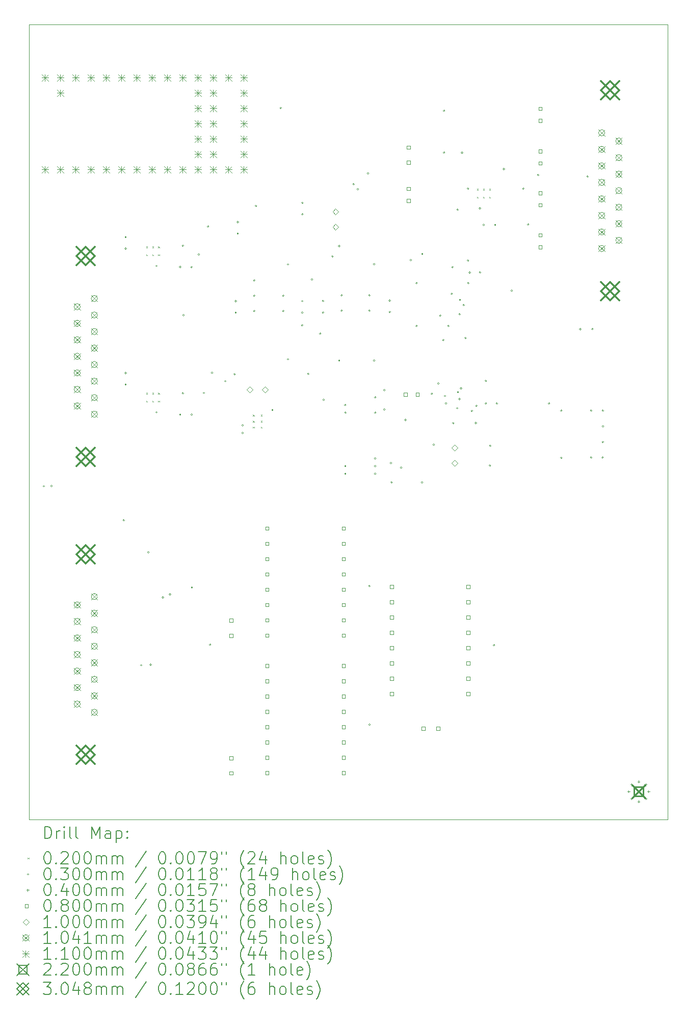
<source format=gbr>
%TF.GenerationSoftware,KiCad,Pcbnew,9.0.0*%
%TF.CreationDate,2025-04-29T18:09:41-05:00*%
%TF.ProjectId,Mainboard,4d61696e-626f-4617-9264-2e6b69636164,rev?*%
%TF.SameCoordinates,Original*%
%TF.FileFunction,Drillmap*%
%TF.FilePolarity,Positive*%
%FSLAX45Y45*%
G04 Gerber Fmt 4.5, Leading zero omitted, Abs format (unit mm)*
G04 Created by KiCad (PCBNEW 9.0.0) date 2025-04-29 18:09:41*
%MOMM*%
%LPD*%
G01*
G04 APERTURE LIST*
%ADD10C,0.050000*%
%ADD11C,0.200000*%
%ADD12C,0.100000*%
%ADD13C,0.104100*%
%ADD14C,0.110000*%
%ADD15C,0.220000*%
%ADD16C,0.304800*%
G04 APERTURE END LIST*
D10*
X11908500Y-2750000D02*
X22516500Y-2750000D01*
X22516500Y-15950000D01*
X11908500Y-15950000D01*
X11908500Y-2750000D01*
D11*
D12*
X13852700Y-6435000D02*
X13872700Y-6455000D01*
X13872700Y-6435000D02*
X13852700Y-6455000D01*
X13852700Y-6565000D02*
X13872700Y-6585000D01*
X13872700Y-6565000D02*
X13852700Y-6585000D01*
X13852700Y-8865000D02*
X13872700Y-8885000D01*
X13872700Y-8865000D02*
X13852700Y-8885000D01*
X13852700Y-8995000D02*
X13872700Y-9015000D01*
X13872700Y-8995000D02*
X13852700Y-9015000D01*
X13952700Y-6435000D02*
X13972700Y-6455000D01*
X13972700Y-6435000D02*
X13952700Y-6455000D01*
X13952700Y-6565000D02*
X13972700Y-6585000D01*
X13972700Y-6565000D02*
X13952700Y-6585000D01*
X13952700Y-8865000D02*
X13972700Y-8885000D01*
X13972700Y-8865000D02*
X13952700Y-8885000D01*
X13952700Y-8995000D02*
X13972700Y-9015000D01*
X13972700Y-8995000D02*
X13952700Y-9015000D01*
X14052700Y-6435000D02*
X14072700Y-6455000D01*
X14072700Y-6435000D02*
X14052700Y-6455000D01*
X14052700Y-6565000D02*
X14072700Y-6585000D01*
X14072700Y-6565000D02*
X14052700Y-6585000D01*
X14052700Y-8865000D02*
X14072700Y-8885000D01*
X14072700Y-8865000D02*
X14052700Y-8885000D01*
X14052700Y-8995000D02*
X14072700Y-9015000D01*
X14072700Y-8995000D02*
X14052700Y-9015000D01*
X15627500Y-9228500D02*
X15647500Y-9248500D01*
X15647500Y-9228500D02*
X15627500Y-9248500D01*
X15627500Y-9328500D02*
X15647500Y-9348500D01*
X15647500Y-9328500D02*
X15627500Y-9348500D01*
X15627500Y-9428500D02*
X15647500Y-9448500D01*
X15647500Y-9428500D02*
X15627500Y-9448500D01*
X15757500Y-9228500D02*
X15777500Y-9248500D01*
X15777500Y-9228500D02*
X15757500Y-9248500D01*
X15757500Y-9328500D02*
X15777500Y-9348500D01*
X15777500Y-9328500D02*
X15757500Y-9348500D01*
X15757500Y-9428500D02*
X15777500Y-9448500D01*
X15777500Y-9428500D02*
X15757500Y-9448500D01*
X19350500Y-5477500D02*
X19370500Y-5497500D01*
X19370500Y-5477500D02*
X19350500Y-5497500D01*
X19350500Y-5607500D02*
X19370500Y-5627500D01*
X19370500Y-5607500D02*
X19350500Y-5627500D01*
X19450500Y-5477500D02*
X19470500Y-5497500D01*
X19470500Y-5477500D02*
X19450500Y-5497500D01*
X19450500Y-5607500D02*
X19470500Y-5627500D01*
X19470500Y-5607500D02*
X19450500Y-5627500D01*
X19550500Y-5477500D02*
X19570500Y-5497500D01*
X19570500Y-5477500D02*
X19550500Y-5497500D01*
X19550500Y-5607500D02*
X19570500Y-5627500D01*
X19570500Y-5607500D02*
X19550500Y-5627500D01*
X12170000Y-10415000D02*
G75*
G02*
X12140000Y-10415000I-15000J0D01*
G01*
X12140000Y-10415000D02*
G75*
G02*
X12170000Y-10415000I15000J0D01*
G01*
X12295000Y-10410000D02*
G75*
G02*
X12265000Y-10410000I-15000J0D01*
G01*
X12265000Y-10410000D02*
G75*
G02*
X12295000Y-10410000I15000J0D01*
G01*
X13495000Y-10980000D02*
G75*
G02*
X13465000Y-10980000I-15000J0D01*
G01*
X13465000Y-10980000D02*
G75*
G02*
X13495000Y-10980000I15000J0D01*
G01*
X13527700Y-6280000D02*
G75*
G02*
X13497700Y-6280000I-15000J0D01*
G01*
X13497700Y-6280000D02*
G75*
G02*
X13527700Y-6280000I15000J0D01*
G01*
X13527700Y-6470000D02*
G75*
G02*
X13497700Y-6470000I-15000J0D01*
G01*
X13497700Y-6470000D02*
G75*
G02*
X13527700Y-6470000I15000J0D01*
G01*
X13527700Y-8535000D02*
G75*
G02*
X13497700Y-8535000I-15000J0D01*
G01*
X13497700Y-8535000D02*
G75*
G02*
X13527700Y-8535000I15000J0D01*
G01*
X13527700Y-8725000D02*
G75*
G02*
X13497700Y-8725000I-15000J0D01*
G01*
X13497700Y-8725000D02*
G75*
G02*
X13527700Y-8725000I15000J0D01*
G01*
X13785000Y-13387500D02*
G75*
G02*
X13755000Y-13387500I-15000J0D01*
G01*
X13755000Y-13387500D02*
G75*
G02*
X13785000Y-13387500I15000J0D01*
G01*
X13905000Y-11512500D02*
G75*
G02*
X13875000Y-11512500I-15000J0D01*
G01*
X13875000Y-11512500D02*
G75*
G02*
X13905000Y-11512500I15000J0D01*
G01*
X13943750Y-13378750D02*
G75*
G02*
X13913750Y-13378750I-15000J0D01*
G01*
X13913750Y-13378750D02*
G75*
G02*
X13943750Y-13378750I15000J0D01*
G01*
X14041200Y-6757500D02*
G75*
G02*
X14011200Y-6757500I-15000J0D01*
G01*
X14011200Y-6757500D02*
G75*
G02*
X14041200Y-6757500I15000J0D01*
G01*
X14041200Y-9187500D02*
G75*
G02*
X14011200Y-9187500I-15000J0D01*
G01*
X14011200Y-9187500D02*
G75*
G02*
X14041200Y-9187500I15000J0D01*
G01*
X14145000Y-12260000D02*
G75*
G02*
X14115000Y-12260000I-15000J0D01*
G01*
X14115000Y-12260000D02*
G75*
G02*
X14145000Y-12260000I15000J0D01*
G01*
X14265000Y-12210000D02*
G75*
G02*
X14235000Y-12210000I-15000J0D01*
G01*
X14235000Y-12210000D02*
G75*
G02*
X14265000Y-12210000I15000J0D01*
G01*
X14432700Y-6775000D02*
G75*
G02*
X14402700Y-6775000I-15000J0D01*
G01*
X14402700Y-6775000D02*
G75*
G02*
X14432700Y-6775000I15000J0D01*
G01*
X14432700Y-9225000D02*
G75*
G02*
X14402700Y-9225000I-15000J0D01*
G01*
X14402700Y-9225000D02*
G75*
G02*
X14432700Y-9225000I15000J0D01*
G01*
X14477700Y-6420000D02*
G75*
G02*
X14447700Y-6420000I-15000J0D01*
G01*
X14447700Y-6420000D02*
G75*
G02*
X14477700Y-6420000I15000J0D01*
G01*
X14477700Y-8870000D02*
G75*
G02*
X14447700Y-8870000I-15000J0D01*
G01*
X14447700Y-8870000D02*
G75*
G02*
X14477700Y-8870000I15000J0D01*
G01*
X14490000Y-7575000D02*
G75*
G02*
X14460000Y-7575000I-15000J0D01*
G01*
X14460000Y-7575000D02*
G75*
G02*
X14490000Y-7575000I15000J0D01*
G01*
X14622700Y-6775000D02*
G75*
G02*
X14592700Y-6775000I-15000J0D01*
G01*
X14592700Y-6775000D02*
G75*
G02*
X14622700Y-6775000I15000J0D01*
G01*
X14622700Y-9225000D02*
G75*
G02*
X14592700Y-9225000I-15000J0D01*
G01*
X14592700Y-9225000D02*
G75*
G02*
X14622700Y-9225000I15000J0D01*
G01*
X14627500Y-12095000D02*
G75*
G02*
X14597500Y-12095000I-15000J0D01*
G01*
X14597500Y-12095000D02*
G75*
G02*
X14627500Y-12095000I15000J0D01*
G01*
X14744410Y-6566700D02*
G75*
G02*
X14714410Y-6566700I-15000J0D01*
G01*
X14714410Y-6566700D02*
G75*
G02*
X14744410Y-6566700I15000J0D01*
G01*
X14827700Y-8866250D02*
G75*
G02*
X14797700Y-8866250I-15000J0D01*
G01*
X14797700Y-8866250D02*
G75*
G02*
X14827700Y-8866250I15000J0D01*
G01*
X14897800Y-6103850D02*
G75*
G02*
X14867800Y-6103850I-15000J0D01*
G01*
X14867800Y-6103850D02*
G75*
G02*
X14897800Y-6103850I15000J0D01*
G01*
X14930000Y-13045000D02*
G75*
G02*
X14900000Y-13045000I-15000J0D01*
G01*
X14900000Y-13045000D02*
G75*
G02*
X14930000Y-13045000I15000J0D01*
G01*
X14962500Y-8532500D02*
G75*
G02*
X14932500Y-8532500I-15000J0D01*
G01*
X14932500Y-8532500D02*
G75*
G02*
X14962500Y-8532500I15000J0D01*
G01*
X15182500Y-8672500D02*
G75*
G02*
X15152500Y-8672500I-15000J0D01*
G01*
X15152500Y-8672500D02*
G75*
G02*
X15182500Y-8672500I15000J0D01*
G01*
X15337500Y-8555000D02*
G75*
G02*
X15307500Y-8555000I-15000J0D01*
G01*
X15307500Y-8555000D02*
G75*
G02*
X15337500Y-8555000I15000J0D01*
G01*
X15356200Y-7341100D02*
G75*
G02*
X15326200Y-7341100I-15000J0D01*
G01*
X15326200Y-7341100D02*
G75*
G02*
X15356200Y-7341100I15000J0D01*
G01*
X15356200Y-7531100D02*
G75*
G02*
X15326200Y-7531100I-15000J0D01*
G01*
X15326200Y-7531100D02*
G75*
G02*
X15356200Y-7531100I15000J0D01*
G01*
X15390000Y-6030000D02*
G75*
G02*
X15360000Y-6030000I-15000J0D01*
G01*
X15360000Y-6030000D02*
G75*
G02*
X15390000Y-6030000I15000J0D01*
G01*
X15390000Y-6220000D02*
G75*
G02*
X15360000Y-6220000I-15000J0D01*
G01*
X15360000Y-6220000D02*
G75*
G02*
X15390000Y-6220000I15000J0D01*
G01*
X15470000Y-9402000D02*
G75*
G02*
X15440000Y-9402000I-15000J0D01*
G01*
X15440000Y-9402000D02*
G75*
G02*
X15470000Y-9402000I15000J0D01*
G01*
X15470000Y-9529000D02*
G75*
G02*
X15440000Y-9529000I-15000J0D01*
G01*
X15440000Y-9529000D02*
G75*
G02*
X15470000Y-9529000I15000J0D01*
G01*
X15663000Y-6996100D02*
G75*
G02*
X15633000Y-6996100I-15000J0D01*
G01*
X15633000Y-6996100D02*
G75*
G02*
X15663000Y-6996100I15000J0D01*
G01*
X15663000Y-7250100D02*
G75*
G02*
X15633000Y-7250100I-15000J0D01*
G01*
X15633000Y-7250100D02*
G75*
G02*
X15663000Y-7250100I15000J0D01*
G01*
X15663000Y-7504100D02*
G75*
G02*
X15633000Y-7504100I-15000J0D01*
G01*
X15633000Y-7504100D02*
G75*
G02*
X15663000Y-7504100I15000J0D01*
G01*
X15692500Y-5759500D02*
G75*
G02*
X15662500Y-5759500I-15000J0D01*
G01*
X15662500Y-5759500D02*
G75*
G02*
X15692500Y-5759500I15000J0D01*
G01*
X15965000Y-9148000D02*
G75*
G02*
X15935000Y-9148000I-15000J0D01*
G01*
X15935000Y-9148000D02*
G75*
G02*
X15965000Y-9148000I15000J0D01*
G01*
X16103750Y-4133750D02*
G75*
G02*
X16073750Y-4133750I-15000J0D01*
G01*
X16073750Y-4133750D02*
G75*
G02*
X16103750Y-4133750I15000J0D01*
G01*
X16144200Y-7250100D02*
G75*
G02*
X16114200Y-7250100I-15000J0D01*
G01*
X16114200Y-7250100D02*
G75*
G02*
X16144200Y-7250100I15000J0D01*
G01*
X16144200Y-7504100D02*
G75*
G02*
X16114200Y-7504100I-15000J0D01*
G01*
X16114200Y-7504100D02*
G75*
G02*
X16144200Y-7504100I15000J0D01*
G01*
X16224200Y-6733100D02*
G75*
G02*
X16194200Y-6733100I-15000J0D01*
G01*
X16194200Y-6733100D02*
G75*
G02*
X16224200Y-6733100I15000J0D01*
G01*
X16224200Y-8306100D02*
G75*
G02*
X16194200Y-8306100I-15000J0D01*
G01*
X16194200Y-8306100D02*
G75*
G02*
X16224200Y-8306100I15000J0D01*
G01*
X16460500Y-7341100D02*
G75*
G02*
X16430500Y-7341100I-15000J0D01*
G01*
X16430500Y-7341100D02*
G75*
G02*
X16460500Y-7341100I15000J0D01*
G01*
X16460500Y-7531100D02*
G75*
G02*
X16430500Y-7531100I-15000J0D01*
G01*
X16430500Y-7531100D02*
G75*
G02*
X16460500Y-7531100I15000J0D01*
G01*
X16460500Y-7741100D02*
G75*
G02*
X16430500Y-7741100I-15000J0D01*
G01*
X16430500Y-7741100D02*
G75*
G02*
X16460500Y-7741100I15000J0D01*
G01*
X16465000Y-5710000D02*
G75*
G02*
X16435000Y-5710000I-15000J0D01*
G01*
X16435000Y-5710000D02*
G75*
G02*
X16465000Y-5710000I15000J0D01*
G01*
X16465000Y-5900000D02*
G75*
G02*
X16435000Y-5900000I-15000J0D01*
G01*
X16435000Y-5900000D02*
G75*
G02*
X16465000Y-5900000I15000J0D01*
G01*
X16560000Y-8550000D02*
G75*
G02*
X16530000Y-8550000I-15000J0D01*
G01*
X16530000Y-8550000D02*
G75*
G02*
X16560000Y-8550000I15000J0D01*
G01*
X16622500Y-6982500D02*
G75*
G02*
X16592500Y-6982500I-15000J0D01*
G01*
X16592500Y-6982500D02*
G75*
G02*
X16622500Y-6982500I15000J0D01*
G01*
X16758959Y-7881041D02*
G75*
G02*
X16728959Y-7881041I-15000J0D01*
G01*
X16728959Y-7881041D02*
G75*
G02*
X16758959Y-7881041I15000J0D01*
G01*
X16806200Y-7341100D02*
G75*
G02*
X16776200Y-7341100I-15000J0D01*
G01*
X16776200Y-7341100D02*
G75*
G02*
X16806200Y-7341100I15000J0D01*
G01*
X16806200Y-7531100D02*
G75*
G02*
X16776200Y-7531100I-15000J0D01*
G01*
X16776200Y-7531100D02*
G75*
G02*
X16806200Y-7531100I15000J0D01*
G01*
X16815000Y-8980000D02*
G75*
G02*
X16785000Y-8980000I-15000J0D01*
G01*
X16785000Y-8980000D02*
G75*
G02*
X16815000Y-8980000I15000J0D01*
G01*
X16962500Y-6599100D02*
G75*
G02*
X16932500Y-6599100I-15000J0D01*
G01*
X16932500Y-6599100D02*
G75*
G02*
X16962500Y-6599100I15000J0D01*
G01*
X17073800Y-6428100D02*
G75*
G02*
X17043800Y-6428100I-15000J0D01*
G01*
X17043800Y-6428100D02*
G75*
G02*
X17073800Y-6428100I15000J0D01*
G01*
X17075000Y-8326850D02*
G75*
G02*
X17045000Y-8326850I-15000J0D01*
G01*
X17045000Y-8326850D02*
G75*
G02*
X17075000Y-8326850I15000J0D01*
G01*
X17115000Y-7247100D02*
G75*
G02*
X17085000Y-7247100I-15000J0D01*
G01*
X17085000Y-7247100D02*
G75*
G02*
X17115000Y-7247100I15000J0D01*
G01*
X17115000Y-7501100D02*
G75*
G02*
X17085000Y-7501100I-15000J0D01*
G01*
X17085000Y-7501100D02*
G75*
G02*
X17115000Y-7501100I15000J0D01*
G01*
X17174500Y-9065500D02*
G75*
G02*
X17144500Y-9065500I-15000J0D01*
G01*
X17144500Y-9065500D02*
G75*
G02*
X17174500Y-9065500I15000J0D01*
G01*
X17177000Y-10079000D02*
G75*
G02*
X17147000Y-10079000I-15000J0D01*
G01*
X17147000Y-10079000D02*
G75*
G02*
X17177000Y-10079000I15000J0D01*
G01*
X17177000Y-10206000D02*
G75*
G02*
X17147000Y-10206000I-15000J0D01*
G01*
X17147000Y-10206000D02*
G75*
G02*
X17177000Y-10206000I15000J0D01*
G01*
X17179500Y-9192500D02*
G75*
G02*
X17149500Y-9192500I-15000J0D01*
G01*
X17149500Y-9192500D02*
G75*
G02*
X17179500Y-9192500I15000J0D01*
G01*
X17312500Y-5400000D02*
G75*
G02*
X17282500Y-5400000I-15000J0D01*
G01*
X17282500Y-5400000D02*
G75*
G02*
X17312500Y-5400000I15000J0D01*
G01*
X17382500Y-5482500D02*
G75*
G02*
X17352500Y-5482500I-15000J0D01*
G01*
X17352500Y-5482500D02*
G75*
G02*
X17382500Y-5482500I15000J0D01*
G01*
X17555000Y-5220000D02*
G75*
G02*
X17525000Y-5220000I-15000J0D01*
G01*
X17525000Y-5220000D02*
G75*
G02*
X17555000Y-5220000I15000J0D01*
G01*
X17576200Y-7247100D02*
G75*
G02*
X17546200Y-7247100I-15000J0D01*
G01*
X17546200Y-7247100D02*
G75*
G02*
X17576200Y-7247100I15000J0D01*
G01*
X17576200Y-7501100D02*
G75*
G02*
X17546200Y-7501100I-15000J0D01*
G01*
X17546200Y-7501100D02*
G75*
G02*
X17576200Y-7501100I15000J0D01*
G01*
X17577700Y-12072400D02*
G75*
G02*
X17547700Y-12072400I-15000J0D01*
G01*
X17547700Y-12072400D02*
G75*
G02*
X17577700Y-12072400I15000J0D01*
G01*
X17577700Y-14372400D02*
G75*
G02*
X17547700Y-14372400I-15000J0D01*
G01*
X17547700Y-14372400D02*
G75*
G02*
X17577700Y-14372400I15000J0D01*
G01*
X17656200Y-6728100D02*
G75*
G02*
X17626200Y-6728100I-15000J0D01*
G01*
X17626200Y-6728100D02*
G75*
G02*
X17656200Y-6728100I15000J0D01*
G01*
X17656200Y-8328100D02*
G75*
G02*
X17626200Y-8328100I-15000J0D01*
G01*
X17626200Y-8328100D02*
G75*
G02*
X17656200Y-8328100I15000J0D01*
G01*
X17672000Y-9952000D02*
G75*
G02*
X17642000Y-9952000I-15000J0D01*
G01*
X17642000Y-9952000D02*
G75*
G02*
X17672000Y-9952000I15000J0D01*
G01*
X17672000Y-10079000D02*
G75*
G02*
X17642000Y-10079000I-15000J0D01*
G01*
X17642000Y-10079000D02*
G75*
G02*
X17672000Y-10079000I15000J0D01*
G01*
X17672000Y-10206000D02*
G75*
G02*
X17642000Y-10206000I-15000J0D01*
G01*
X17642000Y-10206000D02*
G75*
G02*
X17672000Y-10206000I15000J0D01*
G01*
X17674500Y-9192500D02*
G75*
G02*
X17644500Y-9192500I-15000J0D01*
G01*
X17644500Y-9192500D02*
G75*
G02*
X17674500Y-9192500I15000J0D01*
G01*
X17675000Y-8940000D02*
G75*
G02*
X17645000Y-8940000I-15000J0D01*
G01*
X17645000Y-8940000D02*
G75*
G02*
X17675000Y-8940000I15000J0D01*
G01*
X17824500Y-9140500D02*
G75*
G02*
X17794500Y-9140500I-15000J0D01*
G01*
X17794500Y-9140500D02*
G75*
G02*
X17824500Y-9140500I15000J0D01*
G01*
X17825000Y-8820000D02*
G75*
G02*
X17795000Y-8820000I-15000J0D01*
G01*
X17795000Y-8820000D02*
G75*
G02*
X17825000Y-8820000I15000J0D01*
G01*
X17915000Y-7333100D02*
G75*
G02*
X17885000Y-7333100I-15000J0D01*
G01*
X17885000Y-7333100D02*
G75*
G02*
X17915000Y-7333100I15000J0D01*
G01*
X17915000Y-7523100D02*
G75*
G02*
X17885000Y-7523100I-15000J0D01*
G01*
X17885000Y-7523100D02*
G75*
G02*
X17915000Y-7523100I15000J0D01*
G01*
X17933800Y-10028700D02*
G75*
G02*
X17903800Y-10028700I-15000J0D01*
G01*
X17903800Y-10028700D02*
G75*
G02*
X17933800Y-10028700I15000J0D01*
G01*
X17945000Y-10350000D02*
G75*
G02*
X17915000Y-10350000I-15000J0D01*
G01*
X17915000Y-10350000D02*
G75*
G02*
X17945000Y-10350000I15000J0D01*
G01*
X18102100Y-10106000D02*
G75*
G02*
X18072100Y-10106000I-15000J0D01*
G01*
X18072100Y-10106000D02*
G75*
G02*
X18102100Y-10106000I15000J0D01*
G01*
X18175000Y-9315500D02*
G75*
G02*
X18145000Y-9315500I-15000J0D01*
G01*
X18145000Y-9315500D02*
G75*
G02*
X18175000Y-9315500I15000J0D01*
G01*
X18265000Y-6660000D02*
G75*
G02*
X18235000Y-6660000I-15000J0D01*
G01*
X18235000Y-6660000D02*
G75*
G02*
X18265000Y-6660000I15000J0D01*
G01*
X18360000Y-7044100D02*
G75*
G02*
X18330000Y-7044100I-15000J0D01*
G01*
X18330000Y-7044100D02*
G75*
G02*
X18360000Y-7044100I15000J0D01*
G01*
X18360000Y-7754100D02*
G75*
G02*
X18330000Y-7754100I-15000J0D01*
G01*
X18330000Y-7754100D02*
G75*
G02*
X18360000Y-7754100I15000J0D01*
G01*
X18450000Y-10350000D02*
G75*
G02*
X18420000Y-10350000I-15000J0D01*
G01*
X18420000Y-10350000D02*
G75*
G02*
X18450000Y-10350000I15000J0D01*
G01*
X18455000Y-6557500D02*
G75*
G02*
X18425000Y-6557500I-15000J0D01*
G01*
X18425000Y-6557500D02*
G75*
G02*
X18455000Y-6557500I15000J0D01*
G01*
X18615000Y-8880230D02*
G75*
G02*
X18585000Y-8880230I-15000J0D01*
G01*
X18585000Y-8880230D02*
G75*
G02*
X18615000Y-8880230I15000J0D01*
G01*
X18646900Y-9725000D02*
G75*
G02*
X18616900Y-9725000I-15000J0D01*
G01*
X18616900Y-9725000D02*
G75*
G02*
X18646900Y-9725000I15000J0D01*
G01*
X18722524Y-8707476D02*
G75*
G02*
X18692524Y-8707476I-15000J0D01*
G01*
X18692524Y-8707476D02*
G75*
G02*
X18722524Y-8707476I15000J0D01*
G01*
X18755000Y-7580000D02*
G75*
G02*
X18725000Y-7580000I-15000J0D01*
G01*
X18725000Y-7580000D02*
G75*
G02*
X18755000Y-7580000I15000J0D01*
G01*
X18803750Y-7988750D02*
G75*
G02*
X18773750Y-7988750I-15000J0D01*
G01*
X18773750Y-7988750D02*
G75*
G02*
X18803750Y-7988750I15000J0D01*
G01*
X18816940Y-4181100D02*
G75*
G02*
X18786940Y-4181100I-15000J0D01*
G01*
X18786940Y-4181100D02*
G75*
G02*
X18816940Y-4181100I15000J0D01*
G01*
X18816940Y-4876900D02*
G75*
G02*
X18786940Y-4876900I-15000J0D01*
G01*
X18786940Y-4876900D02*
G75*
G02*
X18816940Y-4876900I15000J0D01*
G01*
X18832600Y-8915310D02*
G75*
G02*
X18802600Y-8915310I-15000J0D01*
G01*
X18802600Y-8915310D02*
G75*
G02*
X18832600Y-8915310I15000J0D01*
G01*
X18849500Y-9040500D02*
G75*
G02*
X18819500Y-9040500I-15000J0D01*
G01*
X18819500Y-9040500D02*
G75*
G02*
X18849500Y-9040500I15000J0D01*
G01*
X18887500Y-7754100D02*
G75*
G02*
X18857500Y-7754100I-15000J0D01*
G01*
X18857500Y-7754100D02*
G75*
G02*
X18887500Y-7754100I15000J0D01*
G01*
X18945000Y-7220000D02*
G75*
G02*
X18915000Y-7220000I-15000J0D01*
G01*
X18915000Y-7220000D02*
G75*
G02*
X18945000Y-7220000I15000J0D01*
G01*
X18956200Y-6775000D02*
G75*
G02*
X18926200Y-6775000I-15000J0D01*
G01*
X18926200Y-6775000D02*
G75*
G02*
X18956200Y-6775000I15000J0D01*
G01*
X18969500Y-9365500D02*
G75*
G02*
X18939500Y-9365500I-15000J0D01*
G01*
X18939500Y-9365500D02*
G75*
G02*
X18969500Y-9365500I15000J0D01*
G01*
X19035000Y-9120000D02*
G75*
G02*
X19005000Y-9120000I-15000J0D01*
G01*
X19005000Y-9120000D02*
G75*
G02*
X19035000Y-9120000I15000J0D01*
G01*
X19041000Y-5823600D02*
G75*
G02*
X19011000Y-5823600I-15000J0D01*
G01*
X19011000Y-5823600D02*
G75*
G02*
X19041000Y-5823600I15000J0D01*
G01*
X19046210Y-8852900D02*
G75*
G02*
X19016210Y-8852900I-15000J0D01*
G01*
X19016210Y-8852900D02*
G75*
G02*
X19046210Y-8852900I15000J0D01*
G01*
X19073200Y-8965350D02*
G75*
G02*
X19043200Y-8965350I-15000J0D01*
G01*
X19043200Y-8965350D02*
G75*
G02*
X19073200Y-8965350I15000J0D01*
G01*
X19075000Y-7560000D02*
G75*
G02*
X19045000Y-7560000I-15000J0D01*
G01*
X19045000Y-7560000D02*
G75*
G02*
X19075000Y-7560000I15000J0D01*
G01*
X19082500Y-7320000D02*
G75*
G02*
X19052500Y-7320000I-15000J0D01*
G01*
X19052500Y-7320000D02*
G75*
G02*
X19082500Y-7320000I15000J0D01*
G01*
X19099500Y-8790500D02*
G75*
G02*
X19069500Y-8790500I-15000J0D01*
G01*
X19069500Y-8790500D02*
G75*
G02*
X19099500Y-8790500I15000J0D01*
G01*
X19114930Y-4876900D02*
G75*
G02*
X19084930Y-4876900I-15000J0D01*
G01*
X19084930Y-4876900D02*
G75*
G02*
X19114930Y-4876900I15000J0D01*
G01*
X19143500Y-7406540D02*
G75*
G02*
X19113500Y-7406540I-15000J0D01*
G01*
X19113500Y-7406540D02*
G75*
G02*
X19143500Y-7406540I15000J0D01*
G01*
X19172500Y-7955000D02*
G75*
G02*
X19142500Y-7955000I-15000J0D01*
G01*
X19142500Y-7955000D02*
G75*
G02*
X19172500Y-7955000I15000J0D01*
G01*
X19214260Y-5473300D02*
G75*
G02*
X19184260Y-5473300I-15000J0D01*
G01*
X19184260Y-5473300D02*
G75*
G02*
X19214260Y-5473300I15000J0D01*
G01*
X19215000Y-6665000D02*
G75*
G02*
X19185000Y-6665000I-15000J0D01*
G01*
X19185000Y-6665000D02*
G75*
G02*
X19215000Y-6665000I15000J0D01*
G01*
X19220000Y-7044100D02*
G75*
G02*
X19190000Y-7044100I-15000J0D01*
G01*
X19190000Y-7044100D02*
G75*
G02*
X19220000Y-7044100I15000J0D01*
G01*
X19242500Y-6867500D02*
G75*
G02*
X19212500Y-6867500I-15000J0D01*
G01*
X19212500Y-6867500D02*
G75*
G02*
X19242500Y-6867500I15000J0D01*
G01*
X19278300Y-9162960D02*
G75*
G02*
X19248300Y-9162960I-15000J0D01*
G01*
X19248300Y-9162960D02*
G75*
G02*
X19278300Y-9162960I15000J0D01*
G01*
X19344500Y-9365500D02*
G75*
G02*
X19314500Y-9365500I-15000J0D01*
G01*
X19314500Y-9365500D02*
G75*
G02*
X19344500Y-9365500I15000J0D01*
G01*
X19355000Y-9080390D02*
G75*
G02*
X19325000Y-9080390I-15000J0D01*
G01*
X19325000Y-9080390D02*
G75*
G02*
X19355000Y-9080390I15000J0D01*
G01*
X19412000Y-5800000D02*
G75*
G02*
X19382000Y-5800000I-15000J0D01*
G01*
X19382000Y-5800000D02*
G75*
G02*
X19412000Y-5800000I15000J0D01*
G01*
X19412500Y-6865000D02*
G75*
G02*
X19382500Y-6865000I-15000J0D01*
G01*
X19382500Y-6865000D02*
G75*
G02*
X19412500Y-6865000I15000J0D01*
G01*
X19475500Y-6077500D02*
G75*
G02*
X19445500Y-6077500I-15000J0D01*
G01*
X19445500Y-6077500D02*
G75*
G02*
X19475500Y-6077500I15000J0D01*
G01*
X19510000Y-8665000D02*
G75*
G02*
X19480000Y-8665000I-15000J0D01*
G01*
X19480000Y-8665000D02*
G75*
G02*
X19510000Y-8665000I15000J0D01*
G01*
X19511600Y-9040370D02*
G75*
G02*
X19481600Y-9040370I-15000J0D01*
G01*
X19481600Y-9040370D02*
G75*
G02*
X19511600Y-9040370I15000J0D01*
G01*
X19577500Y-10069500D02*
G75*
G02*
X19547500Y-10069500I-15000J0D01*
G01*
X19547500Y-10069500D02*
G75*
G02*
X19577500Y-10069500I15000J0D01*
G01*
X19582500Y-9744500D02*
G75*
G02*
X19552500Y-9744500I-15000J0D01*
G01*
X19552500Y-9744500D02*
G75*
G02*
X19582500Y-9744500I15000J0D01*
G01*
X19648500Y-13054200D02*
G75*
G02*
X19618500Y-13054200I-15000J0D01*
G01*
X19618500Y-13054200D02*
G75*
G02*
X19648500Y-13054200I15000J0D01*
G01*
X19666000Y-6077000D02*
G75*
G02*
X19636000Y-6077000I-15000J0D01*
G01*
X19636000Y-6077000D02*
G75*
G02*
X19666000Y-6077000I15000J0D01*
G01*
X19694140Y-9040370D02*
G75*
G02*
X19664140Y-9040370I-15000J0D01*
G01*
X19664140Y-9040370D02*
G75*
G02*
X19694140Y-9040370I15000J0D01*
G01*
X19810147Y-5147500D02*
G75*
G02*
X19780147Y-5147500I-15000J0D01*
G01*
X19780147Y-5147500D02*
G75*
G02*
X19810147Y-5147500I15000J0D01*
G01*
X19940000Y-7167500D02*
G75*
G02*
X19910000Y-7167500I-15000J0D01*
G01*
X19910000Y-7167500D02*
G75*
G02*
X19940000Y-7167500I15000J0D01*
G01*
X20133211Y-5473211D02*
G75*
G02*
X20103211Y-5473211I-15000J0D01*
G01*
X20103211Y-5473211D02*
G75*
G02*
X20133211Y-5473211I15000J0D01*
G01*
X20215000Y-6069700D02*
G75*
G02*
X20185000Y-6069700I-15000J0D01*
G01*
X20185000Y-6069700D02*
G75*
G02*
X20215000Y-6069700I15000J0D01*
G01*
X20380100Y-5248380D02*
G75*
G02*
X20350100Y-5248380I-15000J0D01*
G01*
X20350100Y-5248380D02*
G75*
G02*
X20380100Y-5248380I15000J0D01*
G01*
X20562500Y-9040370D02*
G75*
G02*
X20532500Y-9040370I-15000J0D01*
G01*
X20532500Y-9040370D02*
G75*
G02*
X20562500Y-9040370I15000J0D01*
G01*
X20762719Y-9160000D02*
G75*
G02*
X20732719Y-9160000I-15000J0D01*
G01*
X20732719Y-9160000D02*
G75*
G02*
X20762719Y-9160000I15000J0D01*
G01*
X20765000Y-9942500D02*
G75*
G02*
X20735000Y-9942500I-15000J0D01*
G01*
X20735000Y-9942500D02*
G75*
G02*
X20765000Y-9942500I15000J0D01*
G01*
X21080800Y-7806250D02*
G75*
G02*
X21050800Y-7806250I-15000J0D01*
G01*
X21050800Y-7806250D02*
G75*
G02*
X21080800Y-7806250I15000J0D01*
G01*
X21200860Y-5274500D02*
G75*
G02*
X21170860Y-5274500I-15000J0D01*
G01*
X21170860Y-5274500D02*
G75*
G02*
X21200860Y-5274500I15000J0D01*
G01*
X21260000Y-9160000D02*
G75*
G02*
X21230000Y-9160000I-15000J0D01*
G01*
X21230000Y-9160000D02*
G75*
G02*
X21260000Y-9160000I15000J0D01*
G01*
X21260000Y-9940000D02*
G75*
G02*
X21230000Y-9940000I-15000J0D01*
G01*
X21230000Y-9940000D02*
G75*
G02*
X21260000Y-9940000I15000J0D01*
G01*
X21280000Y-7806250D02*
G75*
G02*
X21250000Y-7806250I-15000J0D01*
G01*
X21250000Y-7806250D02*
G75*
G02*
X21280000Y-7806250I15000J0D01*
G01*
X21450000Y-9940000D02*
G75*
G02*
X21420000Y-9940000I-15000J0D01*
G01*
X21420000Y-9940000D02*
G75*
G02*
X21450000Y-9940000I15000J0D01*
G01*
X21455000Y-9160000D02*
G75*
G02*
X21425000Y-9160000I-15000J0D01*
G01*
X21425000Y-9160000D02*
G75*
G02*
X21455000Y-9160000I15000J0D01*
G01*
X21455000Y-9420000D02*
G75*
G02*
X21425000Y-9420000I-15000J0D01*
G01*
X21425000Y-9420000D02*
G75*
G02*
X21455000Y-9420000I15000J0D01*
G01*
X21455000Y-9680000D02*
G75*
G02*
X21425000Y-9680000I-15000J0D01*
G01*
X21425000Y-9680000D02*
G75*
G02*
X21455000Y-9680000I15000J0D01*
G01*
X21868327Y-15463327D02*
X21868327Y-15503327D01*
X21848327Y-15483327D02*
X21888327Y-15483327D01*
X21916655Y-15346655D02*
X21916655Y-15386655D01*
X21896655Y-15366655D02*
X21936655Y-15366655D01*
X21916655Y-15580000D02*
X21916655Y-15620000D01*
X21896655Y-15600000D02*
X21936655Y-15600000D01*
X22033327Y-15298327D02*
X22033327Y-15338327D01*
X22013327Y-15318327D02*
X22053327Y-15318327D01*
X22033327Y-15628327D02*
X22033327Y-15668327D01*
X22013327Y-15648327D02*
X22053327Y-15648327D01*
X22150000Y-15346655D02*
X22150000Y-15386655D01*
X22130000Y-15366655D02*
X22170000Y-15366655D01*
X22150000Y-15580000D02*
X22150000Y-15620000D01*
X22130000Y-15600000D02*
X22170000Y-15600000D01*
X22198327Y-15463327D02*
X22198327Y-15503327D01*
X22178327Y-15483327D02*
X22218327Y-15483327D01*
X15290584Y-12671624D02*
X15290584Y-12615055D01*
X15234015Y-12615055D01*
X15234015Y-12671624D01*
X15290584Y-12671624D01*
X15290584Y-12921624D02*
X15290584Y-12865055D01*
X15234015Y-12865055D01*
X15234015Y-12921624D01*
X15290584Y-12921624D01*
X15290584Y-14955684D02*
X15290584Y-14899115D01*
X15234015Y-14899115D01*
X15234015Y-14955684D01*
X15290584Y-14955684D01*
X15290584Y-15205684D02*
X15290584Y-15149115D01*
X15234015Y-15149115D01*
X15234015Y-15205684D01*
X15290584Y-15205684D01*
X15890984Y-11140685D02*
X15890984Y-11084116D01*
X15834415Y-11084116D01*
X15834415Y-11140685D01*
X15890984Y-11140685D01*
X15890984Y-11394684D02*
X15890984Y-11338115D01*
X15834415Y-11338115D01*
X15834415Y-11394684D01*
X15890984Y-11394684D01*
X15890984Y-11648684D02*
X15890984Y-11592115D01*
X15834415Y-11592115D01*
X15834415Y-11648684D01*
X15890984Y-11648684D01*
X15890984Y-11902684D02*
X15890984Y-11846115D01*
X15834415Y-11846115D01*
X15834415Y-11902684D01*
X15890984Y-11902684D01*
X15890984Y-12156684D02*
X15890984Y-12100115D01*
X15834415Y-12100115D01*
X15834415Y-12156684D01*
X15890984Y-12156684D01*
X15890984Y-12410684D02*
X15890984Y-12354115D01*
X15834415Y-12354115D01*
X15834415Y-12410684D01*
X15890984Y-12410684D01*
X15890984Y-12664684D02*
X15890984Y-12608115D01*
X15834415Y-12608115D01*
X15834415Y-12664684D01*
X15890984Y-12664684D01*
X15890984Y-12918684D02*
X15890984Y-12862115D01*
X15834415Y-12862115D01*
X15834415Y-12918684D01*
X15890984Y-12918684D01*
X15890984Y-13421684D02*
X15890984Y-13365115D01*
X15834415Y-13365115D01*
X15834415Y-13421684D01*
X15890984Y-13421684D01*
X15890984Y-13675684D02*
X15890984Y-13619115D01*
X15834415Y-13619115D01*
X15834415Y-13675684D01*
X15890984Y-13675684D01*
X15890984Y-13929684D02*
X15890984Y-13873115D01*
X15834415Y-13873115D01*
X15834415Y-13929684D01*
X15890984Y-13929684D01*
X15890984Y-14183684D02*
X15890984Y-14127115D01*
X15834415Y-14127115D01*
X15834415Y-14183684D01*
X15890984Y-14183684D01*
X15890984Y-14437684D02*
X15890984Y-14381115D01*
X15834415Y-14381115D01*
X15834415Y-14437684D01*
X15890984Y-14437684D01*
X15890984Y-14691684D02*
X15890984Y-14635115D01*
X15834415Y-14635115D01*
X15834415Y-14691684D01*
X15890984Y-14691684D01*
X15890984Y-14945684D02*
X15890984Y-14889115D01*
X15834415Y-14889115D01*
X15834415Y-14945684D01*
X15890984Y-14945684D01*
X15890984Y-15199684D02*
X15890984Y-15143115D01*
X15834415Y-15143115D01*
X15834415Y-15199684D01*
X15890984Y-15199684D01*
X17160985Y-11140685D02*
X17160985Y-11084116D01*
X17104416Y-11084116D01*
X17104416Y-11140685D01*
X17160985Y-11140685D01*
X17160985Y-11394684D02*
X17160985Y-11338115D01*
X17104416Y-11338115D01*
X17104416Y-11394684D01*
X17160985Y-11394684D01*
X17160985Y-11648684D02*
X17160985Y-11592115D01*
X17104416Y-11592115D01*
X17104416Y-11648684D01*
X17160985Y-11648684D01*
X17160985Y-11902684D02*
X17160985Y-11846115D01*
X17104416Y-11846115D01*
X17104416Y-11902684D01*
X17160985Y-11902684D01*
X17160985Y-12156684D02*
X17160985Y-12100115D01*
X17104416Y-12100115D01*
X17104416Y-12156684D01*
X17160985Y-12156684D01*
X17160985Y-12410684D02*
X17160985Y-12354115D01*
X17104416Y-12354115D01*
X17104416Y-12410684D01*
X17160985Y-12410684D01*
X17160985Y-12664684D02*
X17160985Y-12608115D01*
X17104416Y-12608115D01*
X17104416Y-12664684D01*
X17160985Y-12664684D01*
X17160985Y-12918684D02*
X17160985Y-12862115D01*
X17104416Y-12862115D01*
X17104416Y-12918684D01*
X17160985Y-12918684D01*
X17160985Y-13421684D02*
X17160985Y-13365115D01*
X17104416Y-13365115D01*
X17104416Y-13421684D01*
X17160985Y-13421684D01*
X17160985Y-13675684D02*
X17160985Y-13619115D01*
X17104416Y-13619115D01*
X17104416Y-13675684D01*
X17160985Y-13675684D01*
X17160985Y-13929684D02*
X17160985Y-13873115D01*
X17104416Y-13873115D01*
X17104416Y-13929684D01*
X17160985Y-13929684D01*
X17160985Y-14183684D02*
X17160985Y-14127115D01*
X17104416Y-14127115D01*
X17104416Y-14183684D01*
X17160985Y-14183684D01*
X17160985Y-14437684D02*
X17160985Y-14381115D01*
X17104416Y-14381115D01*
X17104416Y-14437684D01*
X17160985Y-14437684D01*
X17160985Y-14691684D02*
X17160985Y-14635115D01*
X17104416Y-14635115D01*
X17104416Y-14691684D01*
X17160985Y-14691684D01*
X17160985Y-14945684D02*
X17160985Y-14889115D01*
X17104416Y-14889115D01*
X17104416Y-14945684D01*
X17160985Y-14945684D01*
X17160985Y-15199684D02*
X17160985Y-15143115D01*
X17104416Y-15143115D01*
X17104416Y-15199684D01*
X17160985Y-15199684D01*
X17961785Y-12111784D02*
X17961785Y-12055215D01*
X17905216Y-12055215D01*
X17905216Y-12111784D01*
X17961785Y-12111784D01*
X17961785Y-12365784D02*
X17961785Y-12309215D01*
X17905216Y-12309215D01*
X17905216Y-12365784D01*
X17961785Y-12365784D01*
X17961785Y-12619784D02*
X17961785Y-12563215D01*
X17905216Y-12563215D01*
X17905216Y-12619784D01*
X17961785Y-12619784D01*
X17961785Y-12873784D02*
X17961785Y-12817215D01*
X17905216Y-12817215D01*
X17905216Y-12873784D01*
X17961785Y-12873784D01*
X17961785Y-13127784D02*
X17961785Y-13071215D01*
X17905216Y-13071215D01*
X17905216Y-13127784D01*
X17961785Y-13127784D01*
X17961785Y-13381784D02*
X17961785Y-13325215D01*
X17905216Y-13325215D01*
X17905216Y-13381784D01*
X17961785Y-13381784D01*
X17961785Y-13635784D02*
X17961785Y-13579215D01*
X17905216Y-13579215D01*
X17905216Y-13635784D01*
X17961785Y-13635784D01*
X17961785Y-13889784D02*
X17961785Y-13833215D01*
X17905216Y-13833215D01*
X17905216Y-13889784D01*
X17961785Y-13889784D01*
X18187785Y-8918785D02*
X18187785Y-8862216D01*
X18131216Y-8862216D01*
X18131216Y-8918785D01*
X18187785Y-8918785D01*
X18238285Y-4818285D02*
X18238285Y-4761716D01*
X18181716Y-4761716D01*
X18181716Y-4818285D01*
X18238285Y-4818285D01*
X18238285Y-5068285D02*
X18238285Y-5011716D01*
X18181716Y-5011716D01*
X18181716Y-5068285D01*
X18238285Y-5068285D01*
X18238285Y-5503795D02*
X18238285Y-5447226D01*
X18181716Y-5447226D01*
X18181716Y-5503795D01*
X18238285Y-5503795D01*
X18238285Y-5703794D02*
X18238285Y-5647225D01*
X18181716Y-5647225D01*
X18181716Y-5703794D01*
X18238285Y-5703794D01*
X18387785Y-8918785D02*
X18387785Y-8862216D01*
X18331216Y-8862216D01*
X18331216Y-8918785D01*
X18387785Y-8918785D01*
X18483285Y-14465784D02*
X18483285Y-14409215D01*
X18426716Y-14409215D01*
X18426716Y-14465784D01*
X18483285Y-14465784D01*
X18733285Y-14465784D02*
X18733285Y-14409215D01*
X18676716Y-14409215D01*
X18676716Y-14465784D01*
X18733285Y-14465784D01*
X19231785Y-12111784D02*
X19231785Y-12055215D01*
X19175216Y-12055215D01*
X19175216Y-12111784D01*
X19231785Y-12111784D01*
X19231785Y-12365784D02*
X19231785Y-12309215D01*
X19175216Y-12309215D01*
X19175216Y-12365784D01*
X19231785Y-12365784D01*
X19231785Y-12619784D02*
X19231785Y-12563215D01*
X19175216Y-12563215D01*
X19175216Y-12619784D01*
X19231785Y-12619784D01*
X19231785Y-12873784D02*
X19231785Y-12817215D01*
X19175216Y-12817215D01*
X19175216Y-12873784D01*
X19231785Y-12873784D01*
X19231785Y-13127784D02*
X19231785Y-13071215D01*
X19175216Y-13071215D01*
X19175216Y-13127784D01*
X19231785Y-13127784D01*
X19231785Y-13381784D02*
X19231785Y-13325215D01*
X19175216Y-13325215D01*
X19175216Y-13381784D01*
X19231785Y-13381784D01*
X19231785Y-13635784D02*
X19231785Y-13579215D01*
X19175216Y-13579215D01*
X19175216Y-13635784D01*
X19231785Y-13635784D01*
X19231785Y-13889784D02*
X19231785Y-13833215D01*
X19175216Y-13833215D01*
X19175216Y-13889784D01*
X19231785Y-13889784D01*
X20428285Y-4173794D02*
X20428285Y-4117225D01*
X20371716Y-4117225D01*
X20371716Y-4173794D01*
X20428285Y-4173794D01*
X20428285Y-4373795D02*
X20428285Y-4317226D01*
X20371716Y-4317226D01*
X20371716Y-4373795D01*
X20428285Y-4373795D01*
X20428285Y-4878285D02*
X20428285Y-4821716D01*
X20371716Y-4821716D01*
X20371716Y-4878285D01*
X20428285Y-4878285D01*
X20428285Y-5078285D02*
X20428285Y-5021716D01*
X20371716Y-5021716D01*
X20371716Y-5078285D01*
X20428285Y-5078285D01*
X20428285Y-5573795D02*
X20428285Y-5517226D01*
X20371716Y-5517226D01*
X20371716Y-5573795D01*
X20428285Y-5573795D01*
X20428285Y-5773794D02*
X20428285Y-5717225D01*
X20371716Y-5717225D01*
X20371716Y-5773794D01*
X20428285Y-5773794D01*
X20428285Y-6273794D02*
X20428285Y-6217225D01*
X20371716Y-6217225D01*
X20371716Y-6273794D01*
X20428285Y-6273794D01*
X20428285Y-6473794D02*
X20428285Y-6417225D01*
X20371716Y-6417225D01*
X20371716Y-6473794D01*
X20428285Y-6473794D01*
X15576000Y-8863500D02*
X15626000Y-8813500D01*
X15576000Y-8763500D01*
X15526000Y-8813500D01*
X15576000Y-8863500D01*
X15830000Y-8863500D02*
X15880000Y-8813500D01*
X15830000Y-8763500D01*
X15780000Y-8813500D01*
X15830000Y-8863500D01*
X17000000Y-5902500D02*
X17050000Y-5852500D01*
X17000000Y-5802500D01*
X16950000Y-5852500D01*
X17000000Y-5902500D01*
X17000000Y-6156500D02*
X17050000Y-6106500D01*
X17000000Y-6056500D01*
X16950000Y-6106500D01*
X17000000Y-6156500D01*
X18980000Y-9823500D02*
X19030000Y-9773500D01*
X18980000Y-9723500D01*
X18930000Y-9773500D01*
X18980000Y-9823500D01*
X18980000Y-10077500D02*
X19030000Y-10027500D01*
X18980000Y-9977500D01*
X18930000Y-10027500D01*
X18980000Y-10077500D01*
D13*
X12655650Y-7382850D02*
X12759750Y-7486950D01*
X12759750Y-7382850D02*
X12655650Y-7486950D01*
X12759750Y-7434900D02*
G75*
G02*
X12655650Y-7434900I-52050J0D01*
G01*
X12655650Y-7434900D02*
G75*
G02*
X12759750Y-7434900I52050J0D01*
G01*
X12655650Y-7657150D02*
X12759750Y-7761250D01*
X12759750Y-7657150D02*
X12655650Y-7761250D01*
X12759750Y-7709200D02*
G75*
G02*
X12655650Y-7709200I-52050J0D01*
G01*
X12655650Y-7709200D02*
G75*
G02*
X12759750Y-7709200I52050J0D01*
G01*
X12655650Y-7931550D02*
X12759750Y-8035650D01*
X12759750Y-7931550D02*
X12655650Y-8035650D01*
X12759750Y-7983600D02*
G75*
G02*
X12655650Y-7983600I-52050J0D01*
G01*
X12655650Y-7983600D02*
G75*
G02*
X12759750Y-7983600I52050J0D01*
G01*
X12655650Y-8205850D02*
X12759750Y-8309950D01*
X12759750Y-8205850D02*
X12655650Y-8309950D01*
X12759750Y-8257900D02*
G75*
G02*
X12655650Y-8257900I-52050J0D01*
G01*
X12655650Y-8257900D02*
G75*
G02*
X12759750Y-8257900I52050J0D01*
G01*
X12655650Y-8480150D02*
X12759750Y-8584250D01*
X12759750Y-8480150D02*
X12655650Y-8584250D01*
X12759750Y-8532200D02*
G75*
G02*
X12655650Y-8532200I-52050J0D01*
G01*
X12655650Y-8532200D02*
G75*
G02*
X12759750Y-8532200I52050J0D01*
G01*
X12655650Y-8754450D02*
X12759750Y-8858550D01*
X12759750Y-8754450D02*
X12655650Y-8858550D01*
X12759750Y-8806500D02*
G75*
G02*
X12655650Y-8806500I-52050J0D01*
G01*
X12655650Y-8806500D02*
G75*
G02*
X12759750Y-8806500I52050J0D01*
G01*
X12655650Y-9028750D02*
X12759750Y-9132850D01*
X12759750Y-9028750D02*
X12655650Y-9132850D01*
X12759750Y-9080800D02*
G75*
G02*
X12655650Y-9080800I-52050J0D01*
G01*
X12655650Y-9080800D02*
G75*
G02*
X12759750Y-9080800I52050J0D01*
G01*
X12655650Y-12332850D02*
X12759750Y-12436950D01*
X12759750Y-12332850D02*
X12655650Y-12436950D01*
X12759750Y-12384900D02*
G75*
G02*
X12655650Y-12384900I-52050J0D01*
G01*
X12655650Y-12384900D02*
G75*
G02*
X12759750Y-12384900I52050J0D01*
G01*
X12655650Y-12607150D02*
X12759750Y-12711250D01*
X12759750Y-12607150D02*
X12655650Y-12711250D01*
X12759750Y-12659200D02*
G75*
G02*
X12655650Y-12659200I-52050J0D01*
G01*
X12655650Y-12659200D02*
G75*
G02*
X12759750Y-12659200I52050J0D01*
G01*
X12655650Y-12881550D02*
X12759750Y-12985650D01*
X12759750Y-12881550D02*
X12655650Y-12985650D01*
X12759750Y-12933600D02*
G75*
G02*
X12655650Y-12933600I-52050J0D01*
G01*
X12655650Y-12933600D02*
G75*
G02*
X12759750Y-12933600I52050J0D01*
G01*
X12655650Y-13155850D02*
X12759750Y-13259950D01*
X12759750Y-13155850D02*
X12655650Y-13259950D01*
X12759750Y-13207900D02*
G75*
G02*
X12655650Y-13207900I-52050J0D01*
G01*
X12655650Y-13207900D02*
G75*
G02*
X12759750Y-13207900I52050J0D01*
G01*
X12655650Y-13430150D02*
X12759750Y-13534250D01*
X12759750Y-13430150D02*
X12655650Y-13534250D01*
X12759750Y-13482200D02*
G75*
G02*
X12655650Y-13482200I-52050J0D01*
G01*
X12655650Y-13482200D02*
G75*
G02*
X12759750Y-13482200I52050J0D01*
G01*
X12655650Y-13704450D02*
X12759750Y-13808550D01*
X12759750Y-13704450D02*
X12655650Y-13808550D01*
X12759750Y-13756500D02*
G75*
G02*
X12655650Y-13756500I-52050J0D01*
G01*
X12655650Y-13756500D02*
G75*
G02*
X12759750Y-13756500I52050J0D01*
G01*
X12655650Y-13978750D02*
X12759750Y-14082850D01*
X12759750Y-13978750D02*
X12655650Y-14082850D01*
X12759750Y-14030800D02*
G75*
G02*
X12655650Y-14030800I-52050J0D01*
G01*
X12655650Y-14030800D02*
G75*
G02*
X12759750Y-14030800I52050J0D01*
G01*
X12940150Y-7245750D02*
X13044250Y-7349850D01*
X13044250Y-7245750D02*
X12940150Y-7349850D01*
X13044250Y-7297800D02*
G75*
G02*
X12940150Y-7297800I-52050J0D01*
G01*
X12940150Y-7297800D02*
G75*
G02*
X13044250Y-7297800I52050J0D01*
G01*
X12940150Y-7520050D02*
X13044250Y-7624150D01*
X13044250Y-7520050D02*
X12940150Y-7624150D01*
X13044250Y-7572100D02*
G75*
G02*
X12940150Y-7572100I-52050J0D01*
G01*
X12940150Y-7572100D02*
G75*
G02*
X13044250Y-7572100I52050J0D01*
G01*
X12940150Y-7794350D02*
X13044250Y-7898450D01*
X13044250Y-7794350D02*
X12940150Y-7898450D01*
X13044250Y-7846400D02*
G75*
G02*
X12940150Y-7846400I-52050J0D01*
G01*
X12940150Y-7846400D02*
G75*
G02*
X13044250Y-7846400I52050J0D01*
G01*
X12940150Y-8068650D02*
X13044250Y-8172750D01*
X13044250Y-8068650D02*
X12940150Y-8172750D01*
X13044250Y-8120700D02*
G75*
G02*
X12940150Y-8120700I-52050J0D01*
G01*
X12940150Y-8120700D02*
G75*
G02*
X13044250Y-8120700I52050J0D01*
G01*
X12940150Y-8342950D02*
X13044250Y-8447050D01*
X13044250Y-8342950D02*
X12940150Y-8447050D01*
X13044250Y-8395000D02*
G75*
G02*
X12940150Y-8395000I-52050J0D01*
G01*
X12940150Y-8395000D02*
G75*
G02*
X13044250Y-8395000I52050J0D01*
G01*
X12940150Y-8617350D02*
X13044250Y-8721450D01*
X13044250Y-8617350D02*
X12940150Y-8721450D01*
X13044250Y-8669400D02*
G75*
G02*
X12940150Y-8669400I-52050J0D01*
G01*
X12940150Y-8669400D02*
G75*
G02*
X13044250Y-8669400I52050J0D01*
G01*
X12940150Y-8891650D02*
X13044250Y-8995750D01*
X13044250Y-8891650D02*
X12940150Y-8995750D01*
X13044250Y-8943700D02*
G75*
G02*
X12940150Y-8943700I-52050J0D01*
G01*
X12940150Y-8943700D02*
G75*
G02*
X13044250Y-8943700I52050J0D01*
G01*
X12940150Y-9165950D02*
X13044250Y-9270050D01*
X13044250Y-9165950D02*
X12940150Y-9270050D01*
X13044250Y-9218000D02*
G75*
G02*
X12940150Y-9218000I-52050J0D01*
G01*
X12940150Y-9218000D02*
G75*
G02*
X13044250Y-9218000I52050J0D01*
G01*
X12940150Y-12195750D02*
X13044250Y-12299850D01*
X13044250Y-12195750D02*
X12940150Y-12299850D01*
X13044250Y-12247800D02*
G75*
G02*
X12940150Y-12247800I-52050J0D01*
G01*
X12940150Y-12247800D02*
G75*
G02*
X13044250Y-12247800I52050J0D01*
G01*
X12940150Y-12470050D02*
X13044250Y-12574150D01*
X13044250Y-12470050D02*
X12940150Y-12574150D01*
X13044250Y-12522100D02*
G75*
G02*
X12940150Y-12522100I-52050J0D01*
G01*
X12940150Y-12522100D02*
G75*
G02*
X13044250Y-12522100I52050J0D01*
G01*
X12940150Y-12744350D02*
X13044250Y-12848450D01*
X13044250Y-12744350D02*
X12940150Y-12848450D01*
X13044250Y-12796400D02*
G75*
G02*
X12940150Y-12796400I-52050J0D01*
G01*
X12940150Y-12796400D02*
G75*
G02*
X13044250Y-12796400I52050J0D01*
G01*
X12940150Y-13018650D02*
X13044250Y-13122750D01*
X13044250Y-13018650D02*
X12940150Y-13122750D01*
X13044250Y-13070700D02*
G75*
G02*
X12940150Y-13070700I-52050J0D01*
G01*
X12940150Y-13070700D02*
G75*
G02*
X13044250Y-13070700I52050J0D01*
G01*
X12940150Y-13292950D02*
X13044250Y-13397050D01*
X13044250Y-13292950D02*
X12940150Y-13397050D01*
X13044250Y-13345000D02*
G75*
G02*
X12940150Y-13345000I-52050J0D01*
G01*
X12940150Y-13345000D02*
G75*
G02*
X13044250Y-13345000I52050J0D01*
G01*
X12940150Y-13567350D02*
X13044250Y-13671450D01*
X13044250Y-13567350D02*
X12940150Y-13671450D01*
X13044250Y-13619400D02*
G75*
G02*
X12940150Y-13619400I-52050J0D01*
G01*
X12940150Y-13619400D02*
G75*
G02*
X13044250Y-13619400I52050J0D01*
G01*
X12940150Y-13841650D02*
X13044250Y-13945750D01*
X13044250Y-13841650D02*
X12940150Y-13945750D01*
X13044250Y-13893700D02*
G75*
G02*
X12940150Y-13893700I-52050J0D01*
G01*
X12940150Y-13893700D02*
G75*
G02*
X13044250Y-13893700I52050J0D01*
G01*
X12940150Y-14115950D02*
X13044250Y-14220050D01*
X13044250Y-14115950D02*
X12940150Y-14220050D01*
X13044250Y-14168000D02*
G75*
G02*
X12940150Y-14168000I-52050J0D01*
G01*
X12940150Y-14168000D02*
G75*
G02*
X13044250Y-14168000I52050J0D01*
G01*
X21368450Y-4494850D02*
X21472550Y-4598950D01*
X21472550Y-4494850D02*
X21368450Y-4598950D01*
X21472550Y-4546900D02*
G75*
G02*
X21368450Y-4546900I-52050J0D01*
G01*
X21368450Y-4546900D02*
G75*
G02*
X21472550Y-4546900I52050J0D01*
G01*
X21368450Y-4769150D02*
X21472550Y-4873250D01*
X21472550Y-4769150D02*
X21368450Y-4873250D01*
X21472550Y-4821200D02*
G75*
G02*
X21368450Y-4821200I-52050J0D01*
G01*
X21368450Y-4821200D02*
G75*
G02*
X21472550Y-4821200I52050J0D01*
G01*
X21368450Y-5043450D02*
X21472550Y-5147550D01*
X21472550Y-5043450D02*
X21368450Y-5147550D01*
X21472550Y-5095500D02*
G75*
G02*
X21368450Y-5095500I-52050J0D01*
G01*
X21368450Y-5095500D02*
G75*
G02*
X21472550Y-5095500I52050J0D01*
G01*
X21368450Y-5317850D02*
X21472550Y-5421950D01*
X21472550Y-5317850D02*
X21368450Y-5421950D01*
X21472550Y-5369900D02*
G75*
G02*
X21368450Y-5369900I-52050J0D01*
G01*
X21368450Y-5369900D02*
G75*
G02*
X21472550Y-5369900I52050J0D01*
G01*
X21368450Y-5592150D02*
X21472550Y-5696250D01*
X21472550Y-5592150D02*
X21368450Y-5696250D01*
X21472550Y-5644200D02*
G75*
G02*
X21368450Y-5644200I-52050J0D01*
G01*
X21368450Y-5644200D02*
G75*
G02*
X21472550Y-5644200I52050J0D01*
G01*
X21368450Y-5866450D02*
X21472550Y-5970550D01*
X21472550Y-5866450D02*
X21368450Y-5970550D01*
X21472550Y-5918500D02*
G75*
G02*
X21368450Y-5918500I-52050J0D01*
G01*
X21368450Y-5918500D02*
G75*
G02*
X21472550Y-5918500I52050J0D01*
G01*
X21368450Y-6140750D02*
X21472550Y-6244850D01*
X21472550Y-6140750D02*
X21368450Y-6244850D01*
X21472550Y-6192800D02*
G75*
G02*
X21368450Y-6192800I-52050J0D01*
G01*
X21368450Y-6192800D02*
G75*
G02*
X21472550Y-6192800I52050J0D01*
G01*
X21368450Y-6415050D02*
X21472550Y-6519150D01*
X21472550Y-6415050D02*
X21368450Y-6519150D01*
X21472550Y-6467100D02*
G75*
G02*
X21368450Y-6467100I-52050J0D01*
G01*
X21368450Y-6467100D02*
G75*
G02*
X21472550Y-6467100I52050J0D01*
G01*
X21652950Y-4632050D02*
X21757050Y-4736150D01*
X21757050Y-4632050D02*
X21652950Y-4736150D01*
X21757050Y-4684100D02*
G75*
G02*
X21652950Y-4684100I-52050J0D01*
G01*
X21652950Y-4684100D02*
G75*
G02*
X21757050Y-4684100I52050J0D01*
G01*
X21652950Y-4906350D02*
X21757050Y-5010450D01*
X21757050Y-4906350D02*
X21652950Y-5010450D01*
X21757050Y-4958400D02*
G75*
G02*
X21652950Y-4958400I-52050J0D01*
G01*
X21652950Y-4958400D02*
G75*
G02*
X21757050Y-4958400I52050J0D01*
G01*
X21652950Y-5180650D02*
X21757050Y-5284750D01*
X21757050Y-5180650D02*
X21652950Y-5284750D01*
X21757050Y-5232700D02*
G75*
G02*
X21652950Y-5232700I-52050J0D01*
G01*
X21652950Y-5232700D02*
G75*
G02*
X21757050Y-5232700I52050J0D01*
G01*
X21652950Y-5454950D02*
X21757050Y-5559050D01*
X21757050Y-5454950D02*
X21652950Y-5559050D01*
X21757050Y-5507000D02*
G75*
G02*
X21652950Y-5507000I-52050J0D01*
G01*
X21652950Y-5507000D02*
G75*
G02*
X21757050Y-5507000I52050J0D01*
G01*
X21652950Y-5729250D02*
X21757050Y-5833350D01*
X21757050Y-5729250D02*
X21652950Y-5833350D01*
X21757050Y-5781300D02*
G75*
G02*
X21652950Y-5781300I-52050J0D01*
G01*
X21652950Y-5781300D02*
G75*
G02*
X21757050Y-5781300I52050J0D01*
G01*
X21652950Y-6003650D02*
X21757050Y-6107750D01*
X21757050Y-6003650D02*
X21652950Y-6107750D01*
X21757050Y-6055700D02*
G75*
G02*
X21652950Y-6055700I-52050J0D01*
G01*
X21652950Y-6055700D02*
G75*
G02*
X21757050Y-6055700I52050J0D01*
G01*
X21652950Y-6277950D02*
X21757050Y-6382050D01*
X21757050Y-6277950D02*
X21652950Y-6382050D01*
X21757050Y-6330000D02*
G75*
G02*
X21652950Y-6330000I-52050J0D01*
G01*
X21652950Y-6330000D02*
G75*
G02*
X21757050Y-6330000I52050J0D01*
G01*
D14*
X12117000Y-3575000D02*
X12227000Y-3685000D01*
X12227000Y-3575000D02*
X12117000Y-3685000D01*
X12172000Y-3575000D02*
X12172000Y-3685000D01*
X12117000Y-3630000D02*
X12227000Y-3630000D01*
X12117000Y-5099000D02*
X12227000Y-5209000D01*
X12227000Y-5099000D02*
X12117000Y-5209000D01*
X12172000Y-5099000D02*
X12172000Y-5209000D01*
X12117000Y-5154000D02*
X12227000Y-5154000D01*
X12371000Y-3575000D02*
X12481000Y-3685000D01*
X12481000Y-3575000D02*
X12371000Y-3685000D01*
X12426000Y-3575000D02*
X12426000Y-3685000D01*
X12371000Y-3630000D02*
X12481000Y-3630000D01*
X12371000Y-3829000D02*
X12481000Y-3939000D01*
X12481000Y-3829000D02*
X12371000Y-3939000D01*
X12426000Y-3829000D02*
X12426000Y-3939000D01*
X12371000Y-3884000D02*
X12481000Y-3884000D01*
X12371000Y-5099000D02*
X12481000Y-5209000D01*
X12481000Y-5099000D02*
X12371000Y-5209000D01*
X12426000Y-5099000D02*
X12426000Y-5209000D01*
X12371000Y-5154000D02*
X12481000Y-5154000D01*
X12625000Y-3575000D02*
X12735000Y-3685000D01*
X12735000Y-3575000D02*
X12625000Y-3685000D01*
X12680000Y-3575000D02*
X12680000Y-3685000D01*
X12625000Y-3630000D02*
X12735000Y-3630000D01*
X12625000Y-5099000D02*
X12735000Y-5209000D01*
X12735000Y-5099000D02*
X12625000Y-5209000D01*
X12680000Y-5099000D02*
X12680000Y-5209000D01*
X12625000Y-5154000D02*
X12735000Y-5154000D01*
X12879000Y-3575000D02*
X12989000Y-3685000D01*
X12989000Y-3575000D02*
X12879000Y-3685000D01*
X12934000Y-3575000D02*
X12934000Y-3685000D01*
X12879000Y-3630000D02*
X12989000Y-3630000D01*
X12879000Y-5099000D02*
X12989000Y-5209000D01*
X12989000Y-5099000D02*
X12879000Y-5209000D01*
X12934000Y-5099000D02*
X12934000Y-5209000D01*
X12879000Y-5154000D02*
X12989000Y-5154000D01*
X13133000Y-3575000D02*
X13243000Y-3685000D01*
X13243000Y-3575000D02*
X13133000Y-3685000D01*
X13188000Y-3575000D02*
X13188000Y-3685000D01*
X13133000Y-3630000D02*
X13243000Y-3630000D01*
X13133000Y-5099000D02*
X13243000Y-5209000D01*
X13243000Y-5099000D02*
X13133000Y-5209000D01*
X13188000Y-5099000D02*
X13188000Y-5209000D01*
X13133000Y-5154000D02*
X13243000Y-5154000D01*
X13387000Y-3575000D02*
X13497000Y-3685000D01*
X13497000Y-3575000D02*
X13387000Y-3685000D01*
X13442000Y-3575000D02*
X13442000Y-3685000D01*
X13387000Y-3630000D02*
X13497000Y-3630000D01*
X13387000Y-5099000D02*
X13497000Y-5209000D01*
X13497000Y-5099000D02*
X13387000Y-5209000D01*
X13442000Y-5099000D02*
X13442000Y-5209000D01*
X13387000Y-5154000D02*
X13497000Y-5154000D01*
X13641000Y-3575000D02*
X13751000Y-3685000D01*
X13751000Y-3575000D02*
X13641000Y-3685000D01*
X13696000Y-3575000D02*
X13696000Y-3685000D01*
X13641000Y-3630000D02*
X13751000Y-3630000D01*
X13641000Y-5099000D02*
X13751000Y-5209000D01*
X13751000Y-5099000D02*
X13641000Y-5209000D01*
X13696000Y-5099000D02*
X13696000Y-5209000D01*
X13641000Y-5154000D02*
X13751000Y-5154000D01*
X13895000Y-3575000D02*
X14005000Y-3685000D01*
X14005000Y-3575000D02*
X13895000Y-3685000D01*
X13950000Y-3575000D02*
X13950000Y-3685000D01*
X13895000Y-3630000D02*
X14005000Y-3630000D01*
X13895000Y-5099000D02*
X14005000Y-5209000D01*
X14005000Y-5099000D02*
X13895000Y-5209000D01*
X13950000Y-5099000D02*
X13950000Y-5209000D01*
X13895000Y-5154000D02*
X14005000Y-5154000D01*
X14149000Y-3575000D02*
X14259000Y-3685000D01*
X14259000Y-3575000D02*
X14149000Y-3685000D01*
X14204000Y-3575000D02*
X14204000Y-3685000D01*
X14149000Y-3630000D02*
X14259000Y-3630000D01*
X14149000Y-5099000D02*
X14259000Y-5209000D01*
X14259000Y-5099000D02*
X14149000Y-5209000D01*
X14204000Y-5099000D02*
X14204000Y-5209000D01*
X14149000Y-5154000D02*
X14259000Y-5154000D01*
X14403000Y-3575000D02*
X14513000Y-3685000D01*
X14513000Y-3575000D02*
X14403000Y-3685000D01*
X14458000Y-3575000D02*
X14458000Y-3685000D01*
X14403000Y-3630000D02*
X14513000Y-3630000D01*
X14403000Y-5099000D02*
X14513000Y-5209000D01*
X14513000Y-5099000D02*
X14403000Y-5209000D01*
X14458000Y-5099000D02*
X14458000Y-5209000D01*
X14403000Y-5154000D02*
X14513000Y-5154000D01*
X14657000Y-3575000D02*
X14767000Y-3685000D01*
X14767000Y-3575000D02*
X14657000Y-3685000D01*
X14712000Y-3575000D02*
X14712000Y-3685000D01*
X14657000Y-3630000D02*
X14767000Y-3630000D01*
X14657000Y-3829000D02*
X14767000Y-3939000D01*
X14767000Y-3829000D02*
X14657000Y-3939000D01*
X14712000Y-3829000D02*
X14712000Y-3939000D01*
X14657000Y-3884000D02*
X14767000Y-3884000D01*
X14657000Y-4083000D02*
X14767000Y-4193000D01*
X14767000Y-4083000D02*
X14657000Y-4193000D01*
X14712000Y-4083000D02*
X14712000Y-4193000D01*
X14657000Y-4138000D02*
X14767000Y-4138000D01*
X14657000Y-4337000D02*
X14767000Y-4447000D01*
X14767000Y-4337000D02*
X14657000Y-4447000D01*
X14712000Y-4337000D02*
X14712000Y-4447000D01*
X14657000Y-4392000D02*
X14767000Y-4392000D01*
X14657000Y-4591000D02*
X14767000Y-4701000D01*
X14767000Y-4591000D02*
X14657000Y-4701000D01*
X14712000Y-4591000D02*
X14712000Y-4701000D01*
X14657000Y-4646000D02*
X14767000Y-4646000D01*
X14657000Y-4845000D02*
X14767000Y-4955000D01*
X14767000Y-4845000D02*
X14657000Y-4955000D01*
X14712000Y-4845000D02*
X14712000Y-4955000D01*
X14657000Y-4900000D02*
X14767000Y-4900000D01*
X14657000Y-5099000D02*
X14767000Y-5209000D01*
X14767000Y-5099000D02*
X14657000Y-5209000D01*
X14712000Y-5099000D02*
X14712000Y-5209000D01*
X14657000Y-5154000D02*
X14767000Y-5154000D01*
X14911000Y-3575000D02*
X15021000Y-3685000D01*
X15021000Y-3575000D02*
X14911000Y-3685000D01*
X14966000Y-3575000D02*
X14966000Y-3685000D01*
X14911000Y-3630000D02*
X15021000Y-3630000D01*
X14911000Y-3829000D02*
X15021000Y-3939000D01*
X15021000Y-3829000D02*
X14911000Y-3939000D01*
X14966000Y-3829000D02*
X14966000Y-3939000D01*
X14911000Y-3884000D02*
X15021000Y-3884000D01*
X14911000Y-4083000D02*
X15021000Y-4193000D01*
X15021000Y-4083000D02*
X14911000Y-4193000D01*
X14966000Y-4083000D02*
X14966000Y-4193000D01*
X14911000Y-4138000D02*
X15021000Y-4138000D01*
X14911000Y-4337000D02*
X15021000Y-4447000D01*
X15021000Y-4337000D02*
X14911000Y-4447000D01*
X14966000Y-4337000D02*
X14966000Y-4447000D01*
X14911000Y-4392000D02*
X15021000Y-4392000D01*
X14911000Y-4591000D02*
X15021000Y-4701000D01*
X15021000Y-4591000D02*
X14911000Y-4701000D01*
X14966000Y-4591000D02*
X14966000Y-4701000D01*
X14911000Y-4646000D02*
X15021000Y-4646000D01*
X14911000Y-4845000D02*
X15021000Y-4955000D01*
X15021000Y-4845000D02*
X14911000Y-4955000D01*
X14966000Y-4845000D02*
X14966000Y-4955000D01*
X14911000Y-4900000D02*
X15021000Y-4900000D01*
X14911000Y-5099000D02*
X15021000Y-5209000D01*
X15021000Y-5099000D02*
X14911000Y-5209000D01*
X14966000Y-5099000D02*
X14966000Y-5209000D01*
X14911000Y-5154000D02*
X15021000Y-5154000D01*
X15165000Y-3575000D02*
X15275000Y-3685000D01*
X15275000Y-3575000D02*
X15165000Y-3685000D01*
X15220000Y-3575000D02*
X15220000Y-3685000D01*
X15165000Y-3630000D02*
X15275000Y-3630000D01*
X15165000Y-5099000D02*
X15275000Y-5209000D01*
X15275000Y-5099000D02*
X15165000Y-5209000D01*
X15220000Y-5099000D02*
X15220000Y-5209000D01*
X15165000Y-5154000D02*
X15275000Y-5154000D01*
X15419000Y-3575000D02*
X15529000Y-3685000D01*
X15529000Y-3575000D02*
X15419000Y-3685000D01*
X15474000Y-3575000D02*
X15474000Y-3685000D01*
X15419000Y-3630000D02*
X15529000Y-3630000D01*
X15419000Y-3829000D02*
X15529000Y-3939000D01*
X15529000Y-3829000D02*
X15419000Y-3939000D01*
X15474000Y-3829000D02*
X15474000Y-3939000D01*
X15419000Y-3884000D02*
X15529000Y-3884000D01*
X15419000Y-4083000D02*
X15529000Y-4193000D01*
X15529000Y-4083000D02*
X15419000Y-4193000D01*
X15474000Y-4083000D02*
X15474000Y-4193000D01*
X15419000Y-4138000D02*
X15529000Y-4138000D01*
X15419000Y-4337000D02*
X15529000Y-4447000D01*
X15529000Y-4337000D02*
X15419000Y-4447000D01*
X15474000Y-4337000D02*
X15474000Y-4447000D01*
X15419000Y-4392000D02*
X15529000Y-4392000D01*
X15419000Y-4591000D02*
X15529000Y-4701000D01*
X15529000Y-4591000D02*
X15419000Y-4701000D01*
X15474000Y-4591000D02*
X15474000Y-4701000D01*
X15419000Y-4646000D02*
X15529000Y-4646000D01*
X15419000Y-4845000D02*
X15529000Y-4955000D01*
X15529000Y-4845000D02*
X15419000Y-4955000D01*
X15474000Y-4845000D02*
X15474000Y-4955000D01*
X15419000Y-4900000D02*
X15529000Y-4900000D01*
X15419000Y-5099000D02*
X15529000Y-5209000D01*
X15529000Y-5099000D02*
X15419000Y-5209000D01*
X15474000Y-5099000D02*
X15474000Y-5209000D01*
X15419000Y-5154000D02*
X15529000Y-5154000D01*
D15*
X21923327Y-15373327D02*
X22143327Y-15593327D01*
X22143327Y-15373327D02*
X21923327Y-15593327D01*
X22111110Y-15561110D02*
X22111110Y-15405545D01*
X21955545Y-15405545D01*
X21955545Y-15561110D01*
X22111110Y-15561110D01*
D16*
X12697600Y-6439200D02*
X13002400Y-6744000D01*
X13002400Y-6439200D02*
X12697600Y-6744000D01*
X12850000Y-6744000D02*
X13002400Y-6591600D01*
X12850000Y-6439200D01*
X12697600Y-6591600D01*
X12850000Y-6744000D01*
X12697600Y-9771700D02*
X13002400Y-10076500D01*
X13002400Y-9771700D02*
X12697600Y-10076500D01*
X12850000Y-10076500D02*
X13002400Y-9924100D01*
X12850000Y-9771700D01*
X12697600Y-9924100D01*
X12850000Y-10076500D01*
X12697600Y-11389200D02*
X13002400Y-11694000D01*
X13002400Y-11389200D02*
X12697600Y-11694000D01*
X12850000Y-11694000D02*
X13002400Y-11541600D01*
X12850000Y-11389200D01*
X12697600Y-11541600D01*
X12850000Y-11694000D01*
X12697600Y-14721700D02*
X13002400Y-15026500D01*
X13002400Y-14721700D02*
X12697600Y-15026500D01*
X12850000Y-15026500D02*
X13002400Y-14874100D01*
X12850000Y-14721700D01*
X12697600Y-14874100D01*
X12850000Y-15026500D01*
X21410300Y-3688400D02*
X21715100Y-3993200D01*
X21715100Y-3688400D02*
X21410300Y-3993200D01*
X21562700Y-3993200D02*
X21715100Y-3840800D01*
X21562700Y-3688400D01*
X21410300Y-3840800D01*
X21562700Y-3993200D01*
X21410300Y-7020900D02*
X21715100Y-7325700D01*
X21715100Y-7020900D02*
X21410300Y-7325700D01*
X21562700Y-7325700D02*
X21715100Y-7173300D01*
X21562700Y-7020900D01*
X21410300Y-7173300D01*
X21562700Y-7325700D01*
D11*
X12166777Y-16263984D02*
X12166777Y-16063984D01*
X12166777Y-16063984D02*
X12214396Y-16063984D01*
X12214396Y-16063984D02*
X12242967Y-16073508D01*
X12242967Y-16073508D02*
X12262015Y-16092555D01*
X12262015Y-16092555D02*
X12271539Y-16111603D01*
X12271539Y-16111603D02*
X12281062Y-16149698D01*
X12281062Y-16149698D02*
X12281062Y-16178269D01*
X12281062Y-16178269D02*
X12271539Y-16216365D01*
X12271539Y-16216365D02*
X12262015Y-16235412D01*
X12262015Y-16235412D02*
X12242967Y-16254460D01*
X12242967Y-16254460D02*
X12214396Y-16263984D01*
X12214396Y-16263984D02*
X12166777Y-16263984D01*
X12366777Y-16263984D02*
X12366777Y-16130650D01*
X12366777Y-16168746D02*
X12376301Y-16149698D01*
X12376301Y-16149698D02*
X12385824Y-16140174D01*
X12385824Y-16140174D02*
X12404872Y-16130650D01*
X12404872Y-16130650D02*
X12423920Y-16130650D01*
X12490586Y-16263984D02*
X12490586Y-16130650D01*
X12490586Y-16063984D02*
X12481062Y-16073508D01*
X12481062Y-16073508D02*
X12490586Y-16083031D01*
X12490586Y-16083031D02*
X12500110Y-16073508D01*
X12500110Y-16073508D02*
X12490586Y-16063984D01*
X12490586Y-16063984D02*
X12490586Y-16083031D01*
X12614396Y-16263984D02*
X12595348Y-16254460D01*
X12595348Y-16254460D02*
X12585824Y-16235412D01*
X12585824Y-16235412D02*
X12585824Y-16063984D01*
X12719158Y-16263984D02*
X12700110Y-16254460D01*
X12700110Y-16254460D02*
X12690586Y-16235412D01*
X12690586Y-16235412D02*
X12690586Y-16063984D01*
X12947729Y-16263984D02*
X12947729Y-16063984D01*
X12947729Y-16063984D02*
X13014396Y-16206841D01*
X13014396Y-16206841D02*
X13081062Y-16063984D01*
X13081062Y-16063984D02*
X13081062Y-16263984D01*
X13262015Y-16263984D02*
X13262015Y-16159222D01*
X13262015Y-16159222D02*
X13252491Y-16140174D01*
X13252491Y-16140174D02*
X13233443Y-16130650D01*
X13233443Y-16130650D02*
X13195348Y-16130650D01*
X13195348Y-16130650D02*
X13176301Y-16140174D01*
X13262015Y-16254460D02*
X13242967Y-16263984D01*
X13242967Y-16263984D02*
X13195348Y-16263984D01*
X13195348Y-16263984D02*
X13176301Y-16254460D01*
X13176301Y-16254460D02*
X13166777Y-16235412D01*
X13166777Y-16235412D02*
X13166777Y-16216365D01*
X13166777Y-16216365D02*
X13176301Y-16197317D01*
X13176301Y-16197317D02*
X13195348Y-16187793D01*
X13195348Y-16187793D02*
X13242967Y-16187793D01*
X13242967Y-16187793D02*
X13262015Y-16178269D01*
X13357253Y-16130650D02*
X13357253Y-16330650D01*
X13357253Y-16140174D02*
X13376301Y-16130650D01*
X13376301Y-16130650D02*
X13414396Y-16130650D01*
X13414396Y-16130650D02*
X13433443Y-16140174D01*
X13433443Y-16140174D02*
X13442967Y-16149698D01*
X13442967Y-16149698D02*
X13452491Y-16168746D01*
X13452491Y-16168746D02*
X13452491Y-16225888D01*
X13452491Y-16225888D02*
X13442967Y-16244936D01*
X13442967Y-16244936D02*
X13433443Y-16254460D01*
X13433443Y-16254460D02*
X13414396Y-16263984D01*
X13414396Y-16263984D02*
X13376301Y-16263984D01*
X13376301Y-16263984D02*
X13357253Y-16254460D01*
X13538205Y-16244936D02*
X13547729Y-16254460D01*
X13547729Y-16254460D02*
X13538205Y-16263984D01*
X13538205Y-16263984D02*
X13528682Y-16254460D01*
X13528682Y-16254460D02*
X13538205Y-16244936D01*
X13538205Y-16244936D02*
X13538205Y-16263984D01*
X13538205Y-16140174D02*
X13547729Y-16149698D01*
X13547729Y-16149698D02*
X13538205Y-16159222D01*
X13538205Y-16159222D02*
X13528682Y-16149698D01*
X13528682Y-16149698D02*
X13538205Y-16140174D01*
X13538205Y-16140174D02*
X13538205Y-16159222D01*
D12*
X11886000Y-16582500D02*
X11906000Y-16602500D01*
X11906000Y-16582500D02*
X11886000Y-16602500D01*
D11*
X12204872Y-16483984D02*
X12223920Y-16483984D01*
X12223920Y-16483984D02*
X12242967Y-16493508D01*
X12242967Y-16493508D02*
X12252491Y-16503031D01*
X12252491Y-16503031D02*
X12262015Y-16522079D01*
X12262015Y-16522079D02*
X12271539Y-16560174D01*
X12271539Y-16560174D02*
X12271539Y-16607793D01*
X12271539Y-16607793D02*
X12262015Y-16645888D01*
X12262015Y-16645888D02*
X12252491Y-16664936D01*
X12252491Y-16664936D02*
X12242967Y-16674460D01*
X12242967Y-16674460D02*
X12223920Y-16683984D01*
X12223920Y-16683984D02*
X12204872Y-16683984D01*
X12204872Y-16683984D02*
X12185824Y-16674460D01*
X12185824Y-16674460D02*
X12176301Y-16664936D01*
X12176301Y-16664936D02*
X12166777Y-16645888D01*
X12166777Y-16645888D02*
X12157253Y-16607793D01*
X12157253Y-16607793D02*
X12157253Y-16560174D01*
X12157253Y-16560174D02*
X12166777Y-16522079D01*
X12166777Y-16522079D02*
X12176301Y-16503031D01*
X12176301Y-16503031D02*
X12185824Y-16493508D01*
X12185824Y-16493508D02*
X12204872Y-16483984D01*
X12357253Y-16664936D02*
X12366777Y-16674460D01*
X12366777Y-16674460D02*
X12357253Y-16683984D01*
X12357253Y-16683984D02*
X12347729Y-16674460D01*
X12347729Y-16674460D02*
X12357253Y-16664936D01*
X12357253Y-16664936D02*
X12357253Y-16683984D01*
X12442967Y-16503031D02*
X12452491Y-16493508D01*
X12452491Y-16493508D02*
X12471539Y-16483984D01*
X12471539Y-16483984D02*
X12519158Y-16483984D01*
X12519158Y-16483984D02*
X12538205Y-16493508D01*
X12538205Y-16493508D02*
X12547729Y-16503031D01*
X12547729Y-16503031D02*
X12557253Y-16522079D01*
X12557253Y-16522079D02*
X12557253Y-16541127D01*
X12557253Y-16541127D02*
X12547729Y-16569698D01*
X12547729Y-16569698D02*
X12433443Y-16683984D01*
X12433443Y-16683984D02*
X12557253Y-16683984D01*
X12681062Y-16483984D02*
X12700110Y-16483984D01*
X12700110Y-16483984D02*
X12719158Y-16493508D01*
X12719158Y-16493508D02*
X12728682Y-16503031D01*
X12728682Y-16503031D02*
X12738205Y-16522079D01*
X12738205Y-16522079D02*
X12747729Y-16560174D01*
X12747729Y-16560174D02*
X12747729Y-16607793D01*
X12747729Y-16607793D02*
X12738205Y-16645888D01*
X12738205Y-16645888D02*
X12728682Y-16664936D01*
X12728682Y-16664936D02*
X12719158Y-16674460D01*
X12719158Y-16674460D02*
X12700110Y-16683984D01*
X12700110Y-16683984D02*
X12681062Y-16683984D01*
X12681062Y-16683984D02*
X12662015Y-16674460D01*
X12662015Y-16674460D02*
X12652491Y-16664936D01*
X12652491Y-16664936D02*
X12642967Y-16645888D01*
X12642967Y-16645888D02*
X12633443Y-16607793D01*
X12633443Y-16607793D02*
X12633443Y-16560174D01*
X12633443Y-16560174D02*
X12642967Y-16522079D01*
X12642967Y-16522079D02*
X12652491Y-16503031D01*
X12652491Y-16503031D02*
X12662015Y-16493508D01*
X12662015Y-16493508D02*
X12681062Y-16483984D01*
X12871539Y-16483984D02*
X12890586Y-16483984D01*
X12890586Y-16483984D02*
X12909634Y-16493508D01*
X12909634Y-16493508D02*
X12919158Y-16503031D01*
X12919158Y-16503031D02*
X12928682Y-16522079D01*
X12928682Y-16522079D02*
X12938205Y-16560174D01*
X12938205Y-16560174D02*
X12938205Y-16607793D01*
X12938205Y-16607793D02*
X12928682Y-16645888D01*
X12928682Y-16645888D02*
X12919158Y-16664936D01*
X12919158Y-16664936D02*
X12909634Y-16674460D01*
X12909634Y-16674460D02*
X12890586Y-16683984D01*
X12890586Y-16683984D02*
X12871539Y-16683984D01*
X12871539Y-16683984D02*
X12852491Y-16674460D01*
X12852491Y-16674460D02*
X12842967Y-16664936D01*
X12842967Y-16664936D02*
X12833443Y-16645888D01*
X12833443Y-16645888D02*
X12823920Y-16607793D01*
X12823920Y-16607793D02*
X12823920Y-16560174D01*
X12823920Y-16560174D02*
X12833443Y-16522079D01*
X12833443Y-16522079D02*
X12842967Y-16503031D01*
X12842967Y-16503031D02*
X12852491Y-16493508D01*
X12852491Y-16493508D02*
X12871539Y-16483984D01*
X13023920Y-16683984D02*
X13023920Y-16550650D01*
X13023920Y-16569698D02*
X13033443Y-16560174D01*
X13033443Y-16560174D02*
X13052491Y-16550650D01*
X13052491Y-16550650D02*
X13081063Y-16550650D01*
X13081063Y-16550650D02*
X13100110Y-16560174D01*
X13100110Y-16560174D02*
X13109634Y-16579222D01*
X13109634Y-16579222D02*
X13109634Y-16683984D01*
X13109634Y-16579222D02*
X13119158Y-16560174D01*
X13119158Y-16560174D02*
X13138205Y-16550650D01*
X13138205Y-16550650D02*
X13166777Y-16550650D01*
X13166777Y-16550650D02*
X13185824Y-16560174D01*
X13185824Y-16560174D02*
X13195348Y-16579222D01*
X13195348Y-16579222D02*
X13195348Y-16683984D01*
X13290586Y-16683984D02*
X13290586Y-16550650D01*
X13290586Y-16569698D02*
X13300110Y-16560174D01*
X13300110Y-16560174D02*
X13319158Y-16550650D01*
X13319158Y-16550650D02*
X13347729Y-16550650D01*
X13347729Y-16550650D02*
X13366777Y-16560174D01*
X13366777Y-16560174D02*
X13376301Y-16579222D01*
X13376301Y-16579222D02*
X13376301Y-16683984D01*
X13376301Y-16579222D02*
X13385824Y-16560174D01*
X13385824Y-16560174D02*
X13404872Y-16550650D01*
X13404872Y-16550650D02*
X13433443Y-16550650D01*
X13433443Y-16550650D02*
X13452491Y-16560174D01*
X13452491Y-16560174D02*
X13462015Y-16579222D01*
X13462015Y-16579222D02*
X13462015Y-16683984D01*
X13852491Y-16474460D02*
X13681063Y-16731603D01*
X14109634Y-16483984D02*
X14128682Y-16483984D01*
X14128682Y-16483984D02*
X14147729Y-16493508D01*
X14147729Y-16493508D02*
X14157253Y-16503031D01*
X14157253Y-16503031D02*
X14166777Y-16522079D01*
X14166777Y-16522079D02*
X14176301Y-16560174D01*
X14176301Y-16560174D02*
X14176301Y-16607793D01*
X14176301Y-16607793D02*
X14166777Y-16645888D01*
X14166777Y-16645888D02*
X14157253Y-16664936D01*
X14157253Y-16664936D02*
X14147729Y-16674460D01*
X14147729Y-16674460D02*
X14128682Y-16683984D01*
X14128682Y-16683984D02*
X14109634Y-16683984D01*
X14109634Y-16683984D02*
X14090586Y-16674460D01*
X14090586Y-16674460D02*
X14081063Y-16664936D01*
X14081063Y-16664936D02*
X14071539Y-16645888D01*
X14071539Y-16645888D02*
X14062015Y-16607793D01*
X14062015Y-16607793D02*
X14062015Y-16560174D01*
X14062015Y-16560174D02*
X14071539Y-16522079D01*
X14071539Y-16522079D02*
X14081063Y-16503031D01*
X14081063Y-16503031D02*
X14090586Y-16493508D01*
X14090586Y-16493508D02*
X14109634Y-16483984D01*
X14262015Y-16664936D02*
X14271539Y-16674460D01*
X14271539Y-16674460D02*
X14262015Y-16683984D01*
X14262015Y-16683984D02*
X14252491Y-16674460D01*
X14252491Y-16674460D02*
X14262015Y-16664936D01*
X14262015Y-16664936D02*
X14262015Y-16683984D01*
X14395348Y-16483984D02*
X14414396Y-16483984D01*
X14414396Y-16483984D02*
X14433444Y-16493508D01*
X14433444Y-16493508D02*
X14442967Y-16503031D01*
X14442967Y-16503031D02*
X14452491Y-16522079D01*
X14452491Y-16522079D02*
X14462015Y-16560174D01*
X14462015Y-16560174D02*
X14462015Y-16607793D01*
X14462015Y-16607793D02*
X14452491Y-16645888D01*
X14452491Y-16645888D02*
X14442967Y-16664936D01*
X14442967Y-16664936D02*
X14433444Y-16674460D01*
X14433444Y-16674460D02*
X14414396Y-16683984D01*
X14414396Y-16683984D02*
X14395348Y-16683984D01*
X14395348Y-16683984D02*
X14376301Y-16674460D01*
X14376301Y-16674460D02*
X14366777Y-16664936D01*
X14366777Y-16664936D02*
X14357253Y-16645888D01*
X14357253Y-16645888D02*
X14347729Y-16607793D01*
X14347729Y-16607793D02*
X14347729Y-16560174D01*
X14347729Y-16560174D02*
X14357253Y-16522079D01*
X14357253Y-16522079D02*
X14366777Y-16503031D01*
X14366777Y-16503031D02*
X14376301Y-16493508D01*
X14376301Y-16493508D02*
X14395348Y-16483984D01*
X14585825Y-16483984D02*
X14604872Y-16483984D01*
X14604872Y-16483984D02*
X14623920Y-16493508D01*
X14623920Y-16493508D02*
X14633444Y-16503031D01*
X14633444Y-16503031D02*
X14642967Y-16522079D01*
X14642967Y-16522079D02*
X14652491Y-16560174D01*
X14652491Y-16560174D02*
X14652491Y-16607793D01*
X14652491Y-16607793D02*
X14642967Y-16645888D01*
X14642967Y-16645888D02*
X14633444Y-16664936D01*
X14633444Y-16664936D02*
X14623920Y-16674460D01*
X14623920Y-16674460D02*
X14604872Y-16683984D01*
X14604872Y-16683984D02*
X14585825Y-16683984D01*
X14585825Y-16683984D02*
X14566777Y-16674460D01*
X14566777Y-16674460D02*
X14557253Y-16664936D01*
X14557253Y-16664936D02*
X14547729Y-16645888D01*
X14547729Y-16645888D02*
X14538206Y-16607793D01*
X14538206Y-16607793D02*
X14538206Y-16560174D01*
X14538206Y-16560174D02*
X14547729Y-16522079D01*
X14547729Y-16522079D02*
X14557253Y-16503031D01*
X14557253Y-16503031D02*
X14566777Y-16493508D01*
X14566777Y-16493508D02*
X14585825Y-16483984D01*
X14719158Y-16483984D02*
X14852491Y-16483984D01*
X14852491Y-16483984D02*
X14766777Y-16683984D01*
X14938206Y-16683984D02*
X14976301Y-16683984D01*
X14976301Y-16683984D02*
X14995348Y-16674460D01*
X14995348Y-16674460D02*
X15004872Y-16664936D01*
X15004872Y-16664936D02*
X15023920Y-16636365D01*
X15023920Y-16636365D02*
X15033444Y-16598269D01*
X15033444Y-16598269D02*
X15033444Y-16522079D01*
X15033444Y-16522079D02*
X15023920Y-16503031D01*
X15023920Y-16503031D02*
X15014396Y-16493508D01*
X15014396Y-16493508D02*
X14995348Y-16483984D01*
X14995348Y-16483984D02*
X14957253Y-16483984D01*
X14957253Y-16483984D02*
X14938206Y-16493508D01*
X14938206Y-16493508D02*
X14928682Y-16503031D01*
X14928682Y-16503031D02*
X14919158Y-16522079D01*
X14919158Y-16522079D02*
X14919158Y-16569698D01*
X14919158Y-16569698D02*
X14928682Y-16588746D01*
X14928682Y-16588746D02*
X14938206Y-16598269D01*
X14938206Y-16598269D02*
X14957253Y-16607793D01*
X14957253Y-16607793D02*
X14995348Y-16607793D01*
X14995348Y-16607793D02*
X15014396Y-16598269D01*
X15014396Y-16598269D02*
X15023920Y-16588746D01*
X15023920Y-16588746D02*
X15033444Y-16569698D01*
X15109634Y-16483984D02*
X15109634Y-16522079D01*
X15185825Y-16483984D02*
X15185825Y-16522079D01*
X15481063Y-16760174D02*
X15471539Y-16750650D01*
X15471539Y-16750650D02*
X15452491Y-16722079D01*
X15452491Y-16722079D02*
X15442968Y-16703031D01*
X15442968Y-16703031D02*
X15433444Y-16674460D01*
X15433444Y-16674460D02*
X15423920Y-16626841D01*
X15423920Y-16626841D02*
X15423920Y-16588746D01*
X15423920Y-16588746D02*
X15433444Y-16541127D01*
X15433444Y-16541127D02*
X15442968Y-16512555D01*
X15442968Y-16512555D02*
X15452491Y-16493508D01*
X15452491Y-16493508D02*
X15471539Y-16464936D01*
X15471539Y-16464936D02*
X15481063Y-16455412D01*
X15547729Y-16503031D02*
X15557253Y-16493508D01*
X15557253Y-16493508D02*
X15576301Y-16483984D01*
X15576301Y-16483984D02*
X15623920Y-16483984D01*
X15623920Y-16483984D02*
X15642968Y-16493508D01*
X15642968Y-16493508D02*
X15652491Y-16503031D01*
X15652491Y-16503031D02*
X15662015Y-16522079D01*
X15662015Y-16522079D02*
X15662015Y-16541127D01*
X15662015Y-16541127D02*
X15652491Y-16569698D01*
X15652491Y-16569698D02*
X15538206Y-16683984D01*
X15538206Y-16683984D02*
X15662015Y-16683984D01*
X15833444Y-16550650D02*
X15833444Y-16683984D01*
X15785825Y-16474460D02*
X15738206Y-16617317D01*
X15738206Y-16617317D02*
X15862015Y-16617317D01*
X16090587Y-16683984D02*
X16090587Y-16483984D01*
X16176301Y-16683984D02*
X16176301Y-16579222D01*
X16176301Y-16579222D02*
X16166777Y-16560174D01*
X16166777Y-16560174D02*
X16147730Y-16550650D01*
X16147730Y-16550650D02*
X16119158Y-16550650D01*
X16119158Y-16550650D02*
X16100110Y-16560174D01*
X16100110Y-16560174D02*
X16090587Y-16569698D01*
X16300110Y-16683984D02*
X16281063Y-16674460D01*
X16281063Y-16674460D02*
X16271539Y-16664936D01*
X16271539Y-16664936D02*
X16262015Y-16645888D01*
X16262015Y-16645888D02*
X16262015Y-16588746D01*
X16262015Y-16588746D02*
X16271539Y-16569698D01*
X16271539Y-16569698D02*
X16281063Y-16560174D01*
X16281063Y-16560174D02*
X16300110Y-16550650D01*
X16300110Y-16550650D02*
X16328682Y-16550650D01*
X16328682Y-16550650D02*
X16347730Y-16560174D01*
X16347730Y-16560174D02*
X16357253Y-16569698D01*
X16357253Y-16569698D02*
X16366777Y-16588746D01*
X16366777Y-16588746D02*
X16366777Y-16645888D01*
X16366777Y-16645888D02*
X16357253Y-16664936D01*
X16357253Y-16664936D02*
X16347730Y-16674460D01*
X16347730Y-16674460D02*
X16328682Y-16683984D01*
X16328682Y-16683984D02*
X16300110Y-16683984D01*
X16481063Y-16683984D02*
X16462015Y-16674460D01*
X16462015Y-16674460D02*
X16452491Y-16655412D01*
X16452491Y-16655412D02*
X16452491Y-16483984D01*
X16633444Y-16674460D02*
X16614396Y-16683984D01*
X16614396Y-16683984D02*
X16576301Y-16683984D01*
X16576301Y-16683984D02*
X16557253Y-16674460D01*
X16557253Y-16674460D02*
X16547730Y-16655412D01*
X16547730Y-16655412D02*
X16547730Y-16579222D01*
X16547730Y-16579222D02*
X16557253Y-16560174D01*
X16557253Y-16560174D02*
X16576301Y-16550650D01*
X16576301Y-16550650D02*
X16614396Y-16550650D01*
X16614396Y-16550650D02*
X16633444Y-16560174D01*
X16633444Y-16560174D02*
X16642968Y-16579222D01*
X16642968Y-16579222D02*
X16642968Y-16598269D01*
X16642968Y-16598269D02*
X16547730Y-16617317D01*
X16719158Y-16674460D02*
X16738206Y-16683984D01*
X16738206Y-16683984D02*
X16776301Y-16683984D01*
X16776301Y-16683984D02*
X16795349Y-16674460D01*
X16795349Y-16674460D02*
X16804873Y-16655412D01*
X16804873Y-16655412D02*
X16804873Y-16645888D01*
X16804873Y-16645888D02*
X16795349Y-16626841D01*
X16795349Y-16626841D02*
X16776301Y-16617317D01*
X16776301Y-16617317D02*
X16747730Y-16617317D01*
X16747730Y-16617317D02*
X16728682Y-16607793D01*
X16728682Y-16607793D02*
X16719158Y-16588746D01*
X16719158Y-16588746D02*
X16719158Y-16579222D01*
X16719158Y-16579222D02*
X16728682Y-16560174D01*
X16728682Y-16560174D02*
X16747730Y-16550650D01*
X16747730Y-16550650D02*
X16776301Y-16550650D01*
X16776301Y-16550650D02*
X16795349Y-16560174D01*
X16871539Y-16760174D02*
X16881063Y-16750650D01*
X16881063Y-16750650D02*
X16900111Y-16722079D01*
X16900111Y-16722079D02*
X16909634Y-16703031D01*
X16909634Y-16703031D02*
X16919158Y-16674460D01*
X16919158Y-16674460D02*
X16928682Y-16626841D01*
X16928682Y-16626841D02*
X16928682Y-16588746D01*
X16928682Y-16588746D02*
X16919158Y-16541127D01*
X16919158Y-16541127D02*
X16909634Y-16512555D01*
X16909634Y-16512555D02*
X16900111Y-16493508D01*
X16900111Y-16493508D02*
X16881063Y-16464936D01*
X16881063Y-16464936D02*
X16871539Y-16455412D01*
D12*
X11906000Y-16856500D02*
G75*
G02*
X11876000Y-16856500I-15000J0D01*
G01*
X11876000Y-16856500D02*
G75*
G02*
X11906000Y-16856500I15000J0D01*
G01*
D11*
X12204872Y-16747984D02*
X12223920Y-16747984D01*
X12223920Y-16747984D02*
X12242967Y-16757508D01*
X12242967Y-16757508D02*
X12252491Y-16767031D01*
X12252491Y-16767031D02*
X12262015Y-16786079D01*
X12262015Y-16786079D02*
X12271539Y-16824174D01*
X12271539Y-16824174D02*
X12271539Y-16871793D01*
X12271539Y-16871793D02*
X12262015Y-16909889D01*
X12262015Y-16909889D02*
X12252491Y-16928936D01*
X12252491Y-16928936D02*
X12242967Y-16938460D01*
X12242967Y-16938460D02*
X12223920Y-16947984D01*
X12223920Y-16947984D02*
X12204872Y-16947984D01*
X12204872Y-16947984D02*
X12185824Y-16938460D01*
X12185824Y-16938460D02*
X12176301Y-16928936D01*
X12176301Y-16928936D02*
X12166777Y-16909889D01*
X12166777Y-16909889D02*
X12157253Y-16871793D01*
X12157253Y-16871793D02*
X12157253Y-16824174D01*
X12157253Y-16824174D02*
X12166777Y-16786079D01*
X12166777Y-16786079D02*
X12176301Y-16767031D01*
X12176301Y-16767031D02*
X12185824Y-16757508D01*
X12185824Y-16757508D02*
X12204872Y-16747984D01*
X12357253Y-16928936D02*
X12366777Y-16938460D01*
X12366777Y-16938460D02*
X12357253Y-16947984D01*
X12357253Y-16947984D02*
X12347729Y-16938460D01*
X12347729Y-16938460D02*
X12357253Y-16928936D01*
X12357253Y-16928936D02*
X12357253Y-16947984D01*
X12433443Y-16747984D02*
X12557253Y-16747984D01*
X12557253Y-16747984D02*
X12490586Y-16824174D01*
X12490586Y-16824174D02*
X12519158Y-16824174D01*
X12519158Y-16824174D02*
X12538205Y-16833698D01*
X12538205Y-16833698D02*
X12547729Y-16843222D01*
X12547729Y-16843222D02*
X12557253Y-16862270D01*
X12557253Y-16862270D02*
X12557253Y-16909889D01*
X12557253Y-16909889D02*
X12547729Y-16928936D01*
X12547729Y-16928936D02*
X12538205Y-16938460D01*
X12538205Y-16938460D02*
X12519158Y-16947984D01*
X12519158Y-16947984D02*
X12462015Y-16947984D01*
X12462015Y-16947984D02*
X12442967Y-16938460D01*
X12442967Y-16938460D02*
X12433443Y-16928936D01*
X12681062Y-16747984D02*
X12700110Y-16747984D01*
X12700110Y-16747984D02*
X12719158Y-16757508D01*
X12719158Y-16757508D02*
X12728682Y-16767031D01*
X12728682Y-16767031D02*
X12738205Y-16786079D01*
X12738205Y-16786079D02*
X12747729Y-16824174D01*
X12747729Y-16824174D02*
X12747729Y-16871793D01*
X12747729Y-16871793D02*
X12738205Y-16909889D01*
X12738205Y-16909889D02*
X12728682Y-16928936D01*
X12728682Y-16928936D02*
X12719158Y-16938460D01*
X12719158Y-16938460D02*
X12700110Y-16947984D01*
X12700110Y-16947984D02*
X12681062Y-16947984D01*
X12681062Y-16947984D02*
X12662015Y-16938460D01*
X12662015Y-16938460D02*
X12652491Y-16928936D01*
X12652491Y-16928936D02*
X12642967Y-16909889D01*
X12642967Y-16909889D02*
X12633443Y-16871793D01*
X12633443Y-16871793D02*
X12633443Y-16824174D01*
X12633443Y-16824174D02*
X12642967Y-16786079D01*
X12642967Y-16786079D02*
X12652491Y-16767031D01*
X12652491Y-16767031D02*
X12662015Y-16757508D01*
X12662015Y-16757508D02*
X12681062Y-16747984D01*
X12871539Y-16747984D02*
X12890586Y-16747984D01*
X12890586Y-16747984D02*
X12909634Y-16757508D01*
X12909634Y-16757508D02*
X12919158Y-16767031D01*
X12919158Y-16767031D02*
X12928682Y-16786079D01*
X12928682Y-16786079D02*
X12938205Y-16824174D01*
X12938205Y-16824174D02*
X12938205Y-16871793D01*
X12938205Y-16871793D02*
X12928682Y-16909889D01*
X12928682Y-16909889D02*
X12919158Y-16928936D01*
X12919158Y-16928936D02*
X12909634Y-16938460D01*
X12909634Y-16938460D02*
X12890586Y-16947984D01*
X12890586Y-16947984D02*
X12871539Y-16947984D01*
X12871539Y-16947984D02*
X12852491Y-16938460D01*
X12852491Y-16938460D02*
X12842967Y-16928936D01*
X12842967Y-16928936D02*
X12833443Y-16909889D01*
X12833443Y-16909889D02*
X12823920Y-16871793D01*
X12823920Y-16871793D02*
X12823920Y-16824174D01*
X12823920Y-16824174D02*
X12833443Y-16786079D01*
X12833443Y-16786079D02*
X12842967Y-16767031D01*
X12842967Y-16767031D02*
X12852491Y-16757508D01*
X12852491Y-16757508D02*
X12871539Y-16747984D01*
X13023920Y-16947984D02*
X13023920Y-16814650D01*
X13023920Y-16833698D02*
X13033443Y-16824174D01*
X13033443Y-16824174D02*
X13052491Y-16814650D01*
X13052491Y-16814650D02*
X13081063Y-16814650D01*
X13081063Y-16814650D02*
X13100110Y-16824174D01*
X13100110Y-16824174D02*
X13109634Y-16843222D01*
X13109634Y-16843222D02*
X13109634Y-16947984D01*
X13109634Y-16843222D02*
X13119158Y-16824174D01*
X13119158Y-16824174D02*
X13138205Y-16814650D01*
X13138205Y-16814650D02*
X13166777Y-16814650D01*
X13166777Y-16814650D02*
X13185824Y-16824174D01*
X13185824Y-16824174D02*
X13195348Y-16843222D01*
X13195348Y-16843222D02*
X13195348Y-16947984D01*
X13290586Y-16947984D02*
X13290586Y-16814650D01*
X13290586Y-16833698D02*
X13300110Y-16824174D01*
X13300110Y-16824174D02*
X13319158Y-16814650D01*
X13319158Y-16814650D02*
X13347729Y-16814650D01*
X13347729Y-16814650D02*
X13366777Y-16824174D01*
X13366777Y-16824174D02*
X13376301Y-16843222D01*
X13376301Y-16843222D02*
X13376301Y-16947984D01*
X13376301Y-16843222D02*
X13385824Y-16824174D01*
X13385824Y-16824174D02*
X13404872Y-16814650D01*
X13404872Y-16814650D02*
X13433443Y-16814650D01*
X13433443Y-16814650D02*
X13452491Y-16824174D01*
X13452491Y-16824174D02*
X13462015Y-16843222D01*
X13462015Y-16843222D02*
X13462015Y-16947984D01*
X13852491Y-16738460D02*
X13681063Y-16995603D01*
X14109634Y-16747984D02*
X14128682Y-16747984D01*
X14128682Y-16747984D02*
X14147729Y-16757508D01*
X14147729Y-16757508D02*
X14157253Y-16767031D01*
X14157253Y-16767031D02*
X14166777Y-16786079D01*
X14166777Y-16786079D02*
X14176301Y-16824174D01*
X14176301Y-16824174D02*
X14176301Y-16871793D01*
X14176301Y-16871793D02*
X14166777Y-16909889D01*
X14166777Y-16909889D02*
X14157253Y-16928936D01*
X14157253Y-16928936D02*
X14147729Y-16938460D01*
X14147729Y-16938460D02*
X14128682Y-16947984D01*
X14128682Y-16947984D02*
X14109634Y-16947984D01*
X14109634Y-16947984D02*
X14090586Y-16938460D01*
X14090586Y-16938460D02*
X14081063Y-16928936D01*
X14081063Y-16928936D02*
X14071539Y-16909889D01*
X14071539Y-16909889D02*
X14062015Y-16871793D01*
X14062015Y-16871793D02*
X14062015Y-16824174D01*
X14062015Y-16824174D02*
X14071539Y-16786079D01*
X14071539Y-16786079D02*
X14081063Y-16767031D01*
X14081063Y-16767031D02*
X14090586Y-16757508D01*
X14090586Y-16757508D02*
X14109634Y-16747984D01*
X14262015Y-16928936D02*
X14271539Y-16938460D01*
X14271539Y-16938460D02*
X14262015Y-16947984D01*
X14262015Y-16947984D02*
X14252491Y-16938460D01*
X14252491Y-16938460D02*
X14262015Y-16928936D01*
X14262015Y-16928936D02*
X14262015Y-16947984D01*
X14395348Y-16747984D02*
X14414396Y-16747984D01*
X14414396Y-16747984D02*
X14433444Y-16757508D01*
X14433444Y-16757508D02*
X14442967Y-16767031D01*
X14442967Y-16767031D02*
X14452491Y-16786079D01*
X14452491Y-16786079D02*
X14462015Y-16824174D01*
X14462015Y-16824174D02*
X14462015Y-16871793D01*
X14462015Y-16871793D02*
X14452491Y-16909889D01*
X14452491Y-16909889D02*
X14442967Y-16928936D01*
X14442967Y-16928936D02*
X14433444Y-16938460D01*
X14433444Y-16938460D02*
X14414396Y-16947984D01*
X14414396Y-16947984D02*
X14395348Y-16947984D01*
X14395348Y-16947984D02*
X14376301Y-16938460D01*
X14376301Y-16938460D02*
X14366777Y-16928936D01*
X14366777Y-16928936D02*
X14357253Y-16909889D01*
X14357253Y-16909889D02*
X14347729Y-16871793D01*
X14347729Y-16871793D02*
X14347729Y-16824174D01*
X14347729Y-16824174D02*
X14357253Y-16786079D01*
X14357253Y-16786079D02*
X14366777Y-16767031D01*
X14366777Y-16767031D02*
X14376301Y-16757508D01*
X14376301Y-16757508D02*
X14395348Y-16747984D01*
X14652491Y-16947984D02*
X14538206Y-16947984D01*
X14595348Y-16947984D02*
X14595348Y-16747984D01*
X14595348Y-16747984D02*
X14576301Y-16776555D01*
X14576301Y-16776555D02*
X14557253Y-16795603D01*
X14557253Y-16795603D02*
X14538206Y-16805127D01*
X14842967Y-16947984D02*
X14728682Y-16947984D01*
X14785825Y-16947984D02*
X14785825Y-16747984D01*
X14785825Y-16747984D02*
X14766777Y-16776555D01*
X14766777Y-16776555D02*
X14747729Y-16795603D01*
X14747729Y-16795603D02*
X14728682Y-16805127D01*
X14957253Y-16833698D02*
X14938206Y-16824174D01*
X14938206Y-16824174D02*
X14928682Y-16814650D01*
X14928682Y-16814650D02*
X14919158Y-16795603D01*
X14919158Y-16795603D02*
X14919158Y-16786079D01*
X14919158Y-16786079D02*
X14928682Y-16767031D01*
X14928682Y-16767031D02*
X14938206Y-16757508D01*
X14938206Y-16757508D02*
X14957253Y-16747984D01*
X14957253Y-16747984D02*
X14995348Y-16747984D01*
X14995348Y-16747984D02*
X15014396Y-16757508D01*
X15014396Y-16757508D02*
X15023920Y-16767031D01*
X15023920Y-16767031D02*
X15033444Y-16786079D01*
X15033444Y-16786079D02*
X15033444Y-16795603D01*
X15033444Y-16795603D02*
X15023920Y-16814650D01*
X15023920Y-16814650D02*
X15014396Y-16824174D01*
X15014396Y-16824174D02*
X14995348Y-16833698D01*
X14995348Y-16833698D02*
X14957253Y-16833698D01*
X14957253Y-16833698D02*
X14938206Y-16843222D01*
X14938206Y-16843222D02*
X14928682Y-16852746D01*
X14928682Y-16852746D02*
X14919158Y-16871793D01*
X14919158Y-16871793D02*
X14919158Y-16909889D01*
X14919158Y-16909889D02*
X14928682Y-16928936D01*
X14928682Y-16928936D02*
X14938206Y-16938460D01*
X14938206Y-16938460D02*
X14957253Y-16947984D01*
X14957253Y-16947984D02*
X14995348Y-16947984D01*
X14995348Y-16947984D02*
X15014396Y-16938460D01*
X15014396Y-16938460D02*
X15023920Y-16928936D01*
X15023920Y-16928936D02*
X15033444Y-16909889D01*
X15033444Y-16909889D02*
X15033444Y-16871793D01*
X15033444Y-16871793D02*
X15023920Y-16852746D01*
X15023920Y-16852746D02*
X15014396Y-16843222D01*
X15014396Y-16843222D02*
X14995348Y-16833698D01*
X15109634Y-16747984D02*
X15109634Y-16786079D01*
X15185825Y-16747984D02*
X15185825Y-16786079D01*
X15481063Y-17024174D02*
X15471539Y-17014650D01*
X15471539Y-17014650D02*
X15452491Y-16986079D01*
X15452491Y-16986079D02*
X15442968Y-16967031D01*
X15442968Y-16967031D02*
X15433444Y-16938460D01*
X15433444Y-16938460D02*
X15423920Y-16890841D01*
X15423920Y-16890841D02*
X15423920Y-16852746D01*
X15423920Y-16852746D02*
X15433444Y-16805127D01*
X15433444Y-16805127D02*
X15442968Y-16776555D01*
X15442968Y-16776555D02*
X15452491Y-16757508D01*
X15452491Y-16757508D02*
X15471539Y-16728936D01*
X15471539Y-16728936D02*
X15481063Y-16719412D01*
X15662015Y-16947984D02*
X15547729Y-16947984D01*
X15604872Y-16947984D02*
X15604872Y-16747984D01*
X15604872Y-16747984D02*
X15585825Y-16776555D01*
X15585825Y-16776555D02*
X15566777Y-16795603D01*
X15566777Y-16795603D02*
X15547729Y-16805127D01*
X15833444Y-16814650D02*
X15833444Y-16947984D01*
X15785825Y-16738460D02*
X15738206Y-16881317D01*
X15738206Y-16881317D02*
X15862015Y-16881317D01*
X15947729Y-16947984D02*
X15985825Y-16947984D01*
X15985825Y-16947984D02*
X16004872Y-16938460D01*
X16004872Y-16938460D02*
X16014396Y-16928936D01*
X16014396Y-16928936D02*
X16033444Y-16900365D01*
X16033444Y-16900365D02*
X16042968Y-16862270D01*
X16042968Y-16862270D02*
X16042968Y-16786079D01*
X16042968Y-16786079D02*
X16033444Y-16767031D01*
X16033444Y-16767031D02*
X16023920Y-16757508D01*
X16023920Y-16757508D02*
X16004872Y-16747984D01*
X16004872Y-16747984D02*
X15966777Y-16747984D01*
X15966777Y-16747984D02*
X15947729Y-16757508D01*
X15947729Y-16757508D02*
X15938206Y-16767031D01*
X15938206Y-16767031D02*
X15928682Y-16786079D01*
X15928682Y-16786079D02*
X15928682Y-16833698D01*
X15928682Y-16833698D02*
X15938206Y-16852746D01*
X15938206Y-16852746D02*
X15947729Y-16862270D01*
X15947729Y-16862270D02*
X15966777Y-16871793D01*
X15966777Y-16871793D02*
X16004872Y-16871793D01*
X16004872Y-16871793D02*
X16023920Y-16862270D01*
X16023920Y-16862270D02*
X16033444Y-16852746D01*
X16033444Y-16852746D02*
X16042968Y-16833698D01*
X16281063Y-16947984D02*
X16281063Y-16747984D01*
X16366777Y-16947984D02*
X16366777Y-16843222D01*
X16366777Y-16843222D02*
X16357253Y-16824174D01*
X16357253Y-16824174D02*
X16338206Y-16814650D01*
X16338206Y-16814650D02*
X16309634Y-16814650D01*
X16309634Y-16814650D02*
X16290587Y-16824174D01*
X16290587Y-16824174D02*
X16281063Y-16833698D01*
X16490587Y-16947984D02*
X16471539Y-16938460D01*
X16471539Y-16938460D02*
X16462015Y-16928936D01*
X16462015Y-16928936D02*
X16452491Y-16909889D01*
X16452491Y-16909889D02*
X16452491Y-16852746D01*
X16452491Y-16852746D02*
X16462015Y-16833698D01*
X16462015Y-16833698D02*
X16471539Y-16824174D01*
X16471539Y-16824174D02*
X16490587Y-16814650D01*
X16490587Y-16814650D02*
X16519158Y-16814650D01*
X16519158Y-16814650D02*
X16538206Y-16824174D01*
X16538206Y-16824174D02*
X16547730Y-16833698D01*
X16547730Y-16833698D02*
X16557253Y-16852746D01*
X16557253Y-16852746D02*
X16557253Y-16909889D01*
X16557253Y-16909889D02*
X16547730Y-16928936D01*
X16547730Y-16928936D02*
X16538206Y-16938460D01*
X16538206Y-16938460D02*
X16519158Y-16947984D01*
X16519158Y-16947984D02*
X16490587Y-16947984D01*
X16671539Y-16947984D02*
X16652491Y-16938460D01*
X16652491Y-16938460D02*
X16642968Y-16919412D01*
X16642968Y-16919412D02*
X16642968Y-16747984D01*
X16823920Y-16938460D02*
X16804873Y-16947984D01*
X16804873Y-16947984D02*
X16766777Y-16947984D01*
X16766777Y-16947984D02*
X16747730Y-16938460D01*
X16747730Y-16938460D02*
X16738206Y-16919412D01*
X16738206Y-16919412D02*
X16738206Y-16843222D01*
X16738206Y-16843222D02*
X16747730Y-16824174D01*
X16747730Y-16824174D02*
X16766777Y-16814650D01*
X16766777Y-16814650D02*
X16804873Y-16814650D01*
X16804873Y-16814650D02*
X16823920Y-16824174D01*
X16823920Y-16824174D02*
X16833444Y-16843222D01*
X16833444Y-16843222D02*
X16833444Y-16862270D01*
X16833444Y-16862270D02*
X16738206Y-16881317D01*
X16909634Y-16938460D02*
X16928682Y-16947984D01*
X16928682Y-16947984D02*
X16966777Y-16947984D01*
X16966777Y-16947984D02*
X16985825Y-16938460D01*
X16985825Y-16938460D02*
X16995349Y-16919412D01*
X16995349Y-16919412D02*
X16995349Y-16909889D01*
X16995349Y-16909889D02*
X16985825Y-16890841D01*
X16985825Y-16890841D02*
X16966777Y-16881317D01*
X16966777Y-16881317D02*
X16938206Y-16881317D01*
X16938206Y-16881317D02*
X16919158Y-16871793D01*
X16919158Y-16871793D02*
X16909634Y-16852746D01*
X16909634Y-16852746D02*
X16909634Y-16843222D01*
X16909634Y-16843222D02*
X16919158Y-16824174D01*
X16919158Y-16824174D02*
X16938206Y-16814650D01*
X16938206Y-16814650D02*
X16966777Y-16814650D01*
X16966777Y-16814650D02*
X16985825Y-16824174D01*
X17062015Y-17024174D02*
X17071539Y-17014650D01*
X17071539Y-17014650D02*
X17090587Y-16986079D01*
X17090587Y-16986079D02*
X17100111Y-16967031D01*
X17100111Y-16967031D02*
X17109634Y-16938460D01*
X17109634Y-16938460D02*
X17119158Y-16890841D01*
X17119158Y-16890841D02*
X17119158Y-16852746D01*
X17119158Y-16852746D02*
X17109634Y-16805127D01*
X17109634Y-16805127D02*
X17100111Y-16776555D01*
X17100111Y-16776555D02*
X17090587Y-16757508D01*
X17090587Y-16757508D02*
X17071539Y-16728936D01*
X17071539Y-16728936D02*
X17062015Y-16719412D01*
D12*
X11886000Y-17100500D02*
X11886000Y-17140500D01*
X11866000Y-17120500D02*
X11906000Y-17120500D01*
D11*
X12204872Y-17011984D02*
X12223920Y-17011984D01*
X12223920Y-17011984D02*
X12242967Y-17021508D01*
X12242967Y-17021508D02*
X12252491Y-17031031D01*
X12252491Y-17031031D02*
X12262015Y-17050079D01*
X12262015Y-17050079D02*
X12271539Y-17088174D01*
X12271539Y-17088174D02*
X12271539Y-17135793D01*
X12271539Y-17135793D02*
X12262015Y-17173889D01*
X12262015Y-17173889D02*
X12252491Y-17192936D01*
X12252491Y-17192936D02*
X12242967Y-17202460D01*
X12242967Y-17202460D02*
X12223920Y-17211984D01*
X12223920Y-17211984D02*
X12204872Y-17211984D01*
X12204872Y-17211984D02*
X12185824Y-17202460D01*
X12185824Y-17202460D02*
X12176301Y-17192936D01*
X12176301Y-17192936D02*
X12166777Y-17173889D01*
X12166777Y-17173889D02*
X12157253Y-17135793D01*
X12157253Y-17135793D02*
X12157253Y-17088174D01*
X12157253Y-17088174D02*
X12166777Y-17050079D01*
X12166777Y-17050079D02*
X12176301Y-17031031D01*
X12176301Y-17031031D02*
X12185824Y-17021508D01*
X12185824Y-17021508D02*
X12204872Y-17011984D01*
X12357253Y-17192936D02*
X12366777Y-17202460D01*
X12366777Y-17202460D02*
X12357253Y-17211984D01*
X12357253Y-17211984D02*
X12347729Y-17202460D01*
X12347729Y-17202460D02*
X12357253Y-17192936D01*
X12357253Y-17192936D02*
X12357253Y-17211984D01*
X12538205Y-17078650D02*
X12538205Y-17211984D01*
X12490586Y-17002460D02*
X12442967Y-17145317D01*
X12442967Y-17145317D02*
X12566777Y-17145317D01*
X12681062Y-17011984D02*
X12700110Y-17011984D01*
X12700110Y-17011984D02*
X12719158Y-17021508D01*
X12719158Y-17021508D02*
X12728682Y-17031031D01*
X12728682Y-17031031D02*
X12738205Y-17050079D01*
X12738205Y-17050079D02*
X12747729Y-17088174D01*
X12747729Y-17088174D02*
X12747729Y-17135793D01*
X12747729Y-17135793D02*
X12738205Y-17173889D01*
X12738205Y-17173889D02*
X12728682Y-17192936D01*
X12728682Y-17192936D02*
X12719158Y-17202460D01*
X12719158Y-17202460D02*
X12700110Y-17211984D01*
X12700110Y-17211984D02*
X12681062Y-17211984D01*
X12681062Y-17211984D02*
X12662015Y-17202460D01*
X12662015Y-17202460D02*
X12652491Y-17192936D01*
X12652491Y-17192936D02*
X12642967Y-17173889D01*
X12642967Y-17173889D02*
X12633443Y-17135793D01*
X12633443Y-17135793D02*
X12633443Y-17088174D01*
X12633443Y-17088174D02*
X12642967Y-17050079D01*
X12642967Y-17050079D02*
X12652491Y-17031031D01*
X12652491Y-17031031D02*
X12662015Y-17021508D01*
X12662015Y-17021508D02*
X12681062Y-17011984D01*
X12871539Y-17011984D02*
X12890586Y-17011984D01*
X12890586Y-17011984D02*
X12909634Y-17021508D01*
X12909634Y-17021508D02*
X12919158Y-17031031D01*
X12919158Y-17031031D02*
X12928682Y-17050079D01*
X12928682Y-17050079D02*
X12938205Y-17088174D01*
X12938205Y-17088174D02*
X12938205Y-17135793D01*
X12938205Y-17135793D02*
X12928682Y-17173889D01*
X12928682Y-17173889D02*
X12919158Y-17192936D01*
X12919158Y-17192936D02*
X12909634Y-17202460D01*
X12909634Y-17202460D02*
X12890586Y-17211984D01*
X12890586Y-17211984D02*
X12871539Y-17211984D01*
X12871539Y-17211984D02*
X12852491Y-17202460D01*
X12852491Y-17202460D02*
X12842967Y-17192936D01*
X12842967Y-17192936D02*
X12833443Y-17173889D01*
X12833443Y-17173889D02*
X12823920Y-17135793D01*
X12823920Y-17135793D02*
X12823920Y-17088174D01*
X12823920Y-17088174D02*
X12833443Y-17050079D01*
X12833443Y-17050079D02*
X12842967Y-17031031D01*
X12842967Y-17031031D02*
X12852491Y-17021508D01*
X12852491Y-17021508D02*
X12871539Y-17011984D01*
X13023920Y-17211984D02*
X13023920Y-17078650D01*
X13023920Y-17097698D02*
X13033443Y-17088174D01*
X13033443Y-17088174D02*
X13052491Y-17078650D01*
X13052491Y-17078650D02*
X13081063Y-17078650D01*
X13081063Y-17078650D02*
X13100110Y-17088174D01*
X13100110Y-17088174D02*
X13109634Y-17107222D01*
X13109634Y-17107222D02*
X13109634Y-17211984D01*
X13109634Y-17107222D02*
X13119158Y-17088174D01*
X13119158Y-17088174D02*
X13138205Y-17078650D01*
X13138205Y-17078650D02*
X13166777Y-17078650D01*
X13166777Y-17078650D02*
X13185824Y-17088174D01*
X13185824Y-17088174D02*
X13195348Y-17107222D01*
X13195348Y-17107222D02*
X13195348Y-17211984D01*
X13290586Y-17211984D02*
X13290586Y-17078650D01*
X13290586Y-17097698D02*
X13300110Y-17088174D01*
X13300110Y-17088174D02*
X13319158Y-17078650D01*
X13319158Y-17078650D02*
X13347729Y-17078650D01*
X13347729Y-17078650D02*
X13366777Y-17088174D01*
X13366777Y-17088174D02*
X13376301Y-17107222D01*
X13376301Y-17107222D02*
X13376301Y-17211984D01*
X13376301Y-17107222D02*
X13385824Y-17088174D01*
X13385824Y-17088174D02*
X13404872Y-17078650D01*
X13404872Y-17078650D02*
X13433443Y-17078650D01*
X13433443Y-17078650D02*
X13452491Y-17088174D01*
X13452491Y-17088174D02*
X13462015Y-17107222D01*
X13462015Y-17107222D02*
X13462015Y-17211984D01*
X13852491Y-17002460D02*
X13681063Y-17259603D01*
X14109634Y-17011984D02*
X14128682Y-17011984D01*
X14128682Y-17011984D02*
X14147729Y-17021508D01*
X14147729Y-17021508D02*
X14157253Y-17031031D01*
X14157253Y-17031031D02*
X14166777Y-17050079D01*
X14166777Y-17050079D02*
X14176301Y-17088174D01*
X14176301Y-17088174D02*
X14176301Y-17135793D01*
X14176301Y-17135793D02*
X14166777Y-17173889D01*
X14166777Y-17173889D02*
X14157253Y-17192936D01*
X14157253Y-17192936D02*
X14147729Y-17202460D01*
X14147729Y-17202460D02*
X14128682Y-17211984D01*
X14128682Y-17211984D02*
X14109634Y-17211984D01*
X14109634Y-17211984D02*
X14090586Y-17202460D01*
X14090586Y-17202460D02*
X14081063Y-17192936D01*
X14081063Y-17192936D02*
X14071539Y-17173889D01*
X14071539Y-17173889D02*
X14062015Y-17135793D01*
X14062015Y-17135793D02*
X14062015Y-17088174D01*
X14062015Y-17088174D02*
X14071539Y-17050079D01*
X14071539Y-17050079D02*
X14081063Y-17031031D01*
X14081063Y-17031031D02*
X14090586Y-17021508D01*
X14090586Y-17021508D02*
X14109634Y-17011984D01*
X14262015Y-17192936D02*
X14271539Y-17202460D01*
X14271539Y-17202460D02*
X14262015Y-17211984D01*
X14262015Y-17211984D02*
X14252491Y-17202460D01*
X14252491Y-17202460D02*
X14262015Y-17192936D01*
X14262015Y-17192936D02*
X14262015Y-17211984D01*
X14395348Y-17011984D02*
X14414396Y-17011984D01*
X14414396Y-17011984D02*
X14433444Y-17021508D01*
X14433444Y-17021508D02*
X14442967Y-17031031D01*
X14442967Y-17031031D02*
X14452491Y-17050079D01*
X14452491Y-17050079D02*
X14462015Y-17088174D01*
X14462015Y-17088174D02*
X14462015Y-17135793D01*
X14462015Y-17135793D02*
X14452491Y-17173889D01*
X14452491Y-17173889D02*
X14442967Y-17192936D01*
X14442967Y-17192936D02*
X14433444Y-17202460D01*
X14433444Y-17202460D02*
X14414396Y-17211984D01*
X14414396Y-17211984D02*
X14395348Y-17211984D01*
X14395348Y-17211984D02*
X14376301Y-17202460D01*
X14376301Y-17202460D02*
X14366777Y-17192936D01*
X14366777Y-17192936D02*
X14357253Y-17173889D01*
X14357253Y-17173889D02*
X14347729Y-17135793D01*
X14347729Y-17135793D02*
X14347729Y-17088174D01*
X14347729Y-17088174D02*
X14357253Y-17050079D01*
X14357253Y-17050079D02*
X14366777Y-17031031D01*
X14366777Y-17031031D02*
X14376301Y-17021508D01*
X14376301Y-17021508D02*
X14395348Y-17011984D01*
X14652491Y-17211984D02*
X14538206Y-17211984D01*
X14595348Y-17211984D02*
X14595348Y-17011984D01*
X14595348Y-17011984D02*
X14576301Y-17040555D01*
X14576301Y-17040555D02*
X14557253Y-17059603D01*
X14557253Y-17059603D02*
X14538206Y-17069127D01*
X14833444Y-17011984D02*
X14738206Y-17011984D01*
X14738206Y-17011984D02*
X14728682Y-17107222D01*
X14728682Y-17107222D02*
X14738206Y-17097698D01*
X14738206Y-17097698D02*
X14757253Y-17088174D01*
X14757253Y-17088174D02*
X14804872Y-17088174D01*
X14804872Y-17088174D02*
X14823920Y-17097698D01*
X14823920Y-17097698D02*
X14833444Y-17107222D01*
X14833444Y-17107222D02*
X14842967Y-17126270D01*
X14842967Y-17126270D02*
X14842967Y-17173889D01*
X14842967Y-17173889D02*
X14833444Y-17192936D01*
X14833444Y-17192936D02*
X14823920Y-17202460D01*
X14823920Y-17202460D02*
X14804872Y-17211984D01*
X14804872Y-17211984D02*
X14757253Y-17211984D01*
X14757253Y-17211984D02*
X14738206Y-17202460D01*
X14738206Y-17202460D02*
X14728682Y-17192936D01*
X14909634Y-17011984D02*
X15042967Y-17011984D01*
X15042967Y-17011984D02*
X14957253Y-17211984D01*
X15109634Y-17011984D02*
X15109634Y-17050079D01*
X15185825Y-17011984D02*
X15185825Y-17050079D01*
X15481063Y-17288174D02*
X15471539Y-17278650D01*
X15471539Y-17278650D02*
X15452491Y-17250079D01*
X15452491Y-17250079D02*
X15442968Y-17231031D01*
X15442968Y-17231031D02*
X15433444Y-17202460D01*
X15433444Y-17202460D02*
X15423920Y-17154841D01*
X15423920Y-17154841D02*
X15423920Y-17116746D01*
X15423920Y-17116746D02*
X15433444Y-17069127D01*
X15433444Y-17069127D02*
X15442968Y-17040555D01*
X15442968Y-17040555D02*
X15452491Y-17021508D01*
X15452491Y-17021508D02*
X15471539Y-16992936D01*
X15471539Y-16992936D02*
X15481063Y-16983412D01*
X15585825Y-17097698D02*
X15566777Y-17088174D01*
X15566777Y-17088174D02*
X15557253Y-17078650D01*
X15557253Y-17078650D02*
X15547729Y-17059603D01*
X15547729Y-17059603D02*
X15547729Y-17050079D01*
X15547729Y-17050079D02*
X15557253Y-17031031D01*
X15557253Y-17031031D02*
X15566777Y-17021508D01*
X15566777Y-17021508D02*
X15585825Y-17011984D01*
X15585825Y-17011984D02*
X15623920Y-17011984D01*
X15623920Y-17011984D02*
X15642968Y-17021508D01*
X15642968Y-17021508D02*
X15652491Y-17031031D01*
X15652491Y-17031031D02*
X15662015Y-17050079D01*
X15662015Y-17050079D02*
X15662015Y-17059603D01*
X15662015Y-17059603D02*
X15652491Y-17078650D01*
X15652491Y-17078650D02*
X15642968Y-17088174D01*
X15642968Y-17088174D02*
X15623920Y-17097698D01*
X15623920Y-17097698D02*
X15585825Y-17097698D01*
X15585825Y-17097698D02*
X15566777Y-17107222D01*
X15566777Y-17107222D02*
X15557253Y-17116746D01*
X15557253Y-17116746D02*
X15547729Y-17135793D01*
X15547729Y-17135793D02*
X15547729Y-17173889D01*
X15547729Y-17173889D02*
X15557253Y-17192936D01*
X15557253Y-17192936D02*
X15566777Y-17202460D01*
X15566777Y-17202460D02*
X15585825Y-17211984D01*
X15585825Y-17211984D02*
X15623920Y-17211984D01*
X15623920Y-17211984D02*
X15642968Y-17202460D01*
X15642968Y-17202460D02*
X15652491Y-17192936D01*
X15652491Y-17192936D02*
X15662015Y-17173889D01*
X15662015Y-17173889D02*
X15662015Y-17135793D01*
X15662015Y-17135793D02*
X15652491Y-17116746D01*
X15652491Y-17116746D02*
X15642968Y-17107222D01*
X15642968Y-17107222D02*
X15623920Y-17097698D01*
X15900110Y-17211984D02*
X15900110Y-17011984D01*
X15985825Y-17211984D02*
X15985825Y-17107222D01*
X15985825Y-17107222D02*
X15976301Y-17088174D01*
X15976301Y-17088174D02*
X15957253Y-17078650D01*
X15957253Y-17078650D02*
X15928682Y-17078650D01*
X15928682Y-17078650D02*
X15909634Y-17088174D01*
X15909634Y-17088174D02*
X15900110Y-17097698D01*
X16109634Y-17211984D02*
X16090587Y-17202460D01*
X16090587Y-17202460D02*
X16081063Y-17192936D01*
X16081063Y-17192936D02*
X16071539Y-17173889D01*
X16071539Y-17173889D02*
X16071539Y-17116746D01*
X16071539Y-17116746D02*
X16081063Y-17097698D01*
X16081063Y-17097698D02*
X16090587Y-17088174D01*
X16090587Y-17088174D02*
X16109634Y-17078650D01*
X16109634Y-17078650D02*
X16138206Y-17078650D01*
X16138206Y-17078650D02*
X16157253Y-17088174D01*
X16157253Y-17088174D02*
X16166777Y-17097698D01*
X16166777Y-17097698D02*
X16176301Y-17116746D01*
X16176301Y-17116746D02*
X16176301Y-17173889D01*
X16176301Y-17173889D02*
X16166777Y-17192936D01*
X16166777Y-17192936D02*
X16157253Y-17202460D01*
X16157253Y-17202460D02*
X16138206Y-17211984D01*
X16138206Y-17211984D02*
X16109634Y-17211984D01*
X16290587Y-17211984D02*
X16271539Y-17202460D01*
X16271539Y-17202460D02*
X16262015Y-17183412D01*
X16262015Y-17183412D02*
X16262015Y-17011984D01*
X16442968Y-17202460D02*
X16423920Y-17211984D01*
X16423920Y-17211984D02*
X16385825Y-17211984D01*
X16385825Y-17211984D02*
X16366777Y-17202460D01*
X16366777Y-17202460D02*
X16357253Y-17183412D01*
X16357253Y-17183412D02*
X16357253Y-17107222D01*
X16357253Y-17107222D02*
X16366777Y-17088174D01*
X16366777Y-17088174D02*
X16385825Y-17078650D01*
X16385825Y-17078650D02*
X16423920Y-17078650D01*
X16423920Y-17078650D02*
X16442968Y-17088174D01*
X16442968Y-17088174D02*
X16452491Y-17107222D01*
X16452491Y-17107222D02*
X16452491Y-17126270D01*
X16452491Y-17126270D02*
X16357253Y-17145317D01*
X16528682Y-17202460D02*
X16547730Y-17211984D01*
X16547730Y-17211984D02*
X16585825Y-17211984D01*
X16585825Y-17211984D02*
X16604872Y-17202460D01*
X16604872Y-17202460D02*
X16614396Y-17183412D01*
X16614396Y-17183412D02*
X16614396Y-17173889D01*
X16614396Y-17173889D02*
X16604872Y-17154841D01*
X16604872Y-17154841D02*
X16585825Y-17145317D01*
X16585825Y-17145317D02*
X16557253Y-17145317D01*
X16557253Y-17145317D02*
X16538206Y-17135793D01*
X16538206Y-17135793D02*
X16528682Y-17116746D01*
X16528682Y-17116746D02*
X16528682Y-17107222D01*
X16528682Y-17107222D02*
X16538206Y-17088174D01*
X16538206Y-17088174D02*
X16557253Y-17078650D01*
X16557253Y-17078650D02*
X16585825Y-17078650D01*
X16585825Y-17078650D02*
X16604872Y-17088174D01*
X16681063Y-17288174D02*
X16690587Y-17278650D01*
X16690587Y-17278650D02*
X16709634Y-17250079D01*
X16709634Y-17250079D02*
X16719158Y-17231031D01*
X16719158Y-17231031D02*
X16728682Y-17202460D01*
X16728682Y-17202460D02*
X16738206Y-17154841D01*
X16738206Y-17154841D02*
X16738206Y-17116746D01*
X16738206Y-17116746D02*
X16728682Y-17069127D01*
X16728682Y-17069127D02*
X16719158Y-17040555D01*
X16719158Y-17040555D02*
X16709634Y-17021508D01*
X16709634Y-17021508D02*
X16690587Y-16992936D01*
X16690587Y-16992936D02*
X16681063Y-16983412D01*
D12*
X11894284Y-17412785D02*
X11894284Y-17356216D01*
X11837715Y-17356216D01*
X11837715Y-17412785D01*
X11894284Y-17412785D01*
D11*
X12204872Y-17275984D02*
X12223920Y-17275984D01*
X12223920Y-17275984D02*
X12242967Y-17285508D01*
X12242967Y-17285508D02*
X12252491Y-17295031D01*
X12252491Y-17295031D02*
X12262015Y-17314079D01*
X12262015Y-17314079D02*
X12271539Y-17352174D01*
X12271539Y-17352174D02*
X12271539Y-17399793D01*
X12271539Y-17399793D02*
X12262015Y-17437889D01*
X12262015Y-17437889D02*
X12252491Y-17456936D01*
X12252491Y-17456936D02*
X12242967Y-17466460D01*
X12242967Y-17466460D02*
X12223920Y-17475984D01*
X12223920Y-17475984D02*
X12204872Y-17475984D01*
X12204872Y-17475984D02*
X12185824Y-17466460D01*
X12185824Y-17466460D02*
X12176301Y-17456936D01*
X12176301Y-17456936D02*
X12166777Y-17437889D01*
X12166777Y-17437889D02*
X12157253Y-17399793D01*
X12157253Y-17399793D02*
X12157253Y-17352174D01*
X12157253Y-17352174D02*
X12166777Y-17314079D01*
X12166777Y-17314079D02*
X12176301Y-17295031D01*
X12176301Y-17295031D02*
X12185824Y-17285508D01*
X12185824Y-17285508D02*
X12204872Y-17275984D01*
X12357253Y-17456936D02*
X12366777Y-17466460D01*
X12366777Y-17466460D02*
X12357253Y-17475984D01*
X12357253Y-17475984D02*
X12347729Y-17466460D01*
X12347729Y-17466460D02*
X12357253Y-17456936D01*
X12357253Y-17456936D02*
X12357253Y-17475984D01*
X12481062Y-17361698D02*
X12462015Y-17352174D01*
X12462015Y-17352174D02*
X12452491Y-17342650D01*
X12452491Y-17342650D02*
X12442967Y-17323603D01*
X12442967Y-17323603D02*
X12442967Y-17314079D01*
X12442967Y-17314079D02*
X12452491Y-17295031D01*
X12452491Y-17295031D02*
X12462015Y-17285508D01*
X12462015Y-17285508D02*
X12481062Y-17275984D01*
X12481062Y-17275984D02*
X12519158Y-17275984D01*
X12519158Y-17275984D02*
X12538205Y-17285508D01*
X12538205Y-17285508D02*
X12547729Y-17295031D01*
X12547729Y-17295031D02*
X12557253Y-17314079D01*
X12557253Y-17314079D02*
X12557253Y-17323603D01*
X12557253Y-17323603D02*
X12547729Y-17342650D01*
X12547729Y-17342650D02*
X12538205Y-17352174D01*
X12538205Y-17352174D02*
X12519158Y-17361698D01*
X12519158Y-17361698D02*
X12481062Y-17361698D01*
X12481062Y-17361698D02*
X12462015Y-17371222D01*
X12462015Y-17371222D02*
X12452491Y-17380746D01*
X12452491Y-17380746D02*
X12442967Y-17399793D01*
X12442967Y-17399793D02*
X12442967Y-17437889D01*
X12442967Y-17437889D02*
X12452491Y-17456936D01*
X12452491Y-17456936D02*
X12462015Y-17466460D01*
X12462015Y-17466460D02*
X12481062Y-17475984D01*
X12481062Y-17475984D02*
X12519158Y-17475984D01*
X12519158Y-17475984D02*
X12538205Y-17466460D01*
X12538205Y-17466460D02*
X12547729Y-17456936D01*
X12547729Y-17456936D02*
X12557253Y-17437889D01*
X12557253Y-17437889D02*
X12557253Y-17399793D01*
X12557253Y-17399793D02*
X12547729Y-17380746D01*
X12547729Y-17380746D02*
X12538205Y-17371222D01*
X12538205Y-17371222D02*
X12519158Y-17361698D01*
X12681062Y-17275984D02*
X12700110Y-17275984D01*
X12700110Y-17275984D02*
X12719158Y-17285508D01*
X12719158Y-17285508D02*
X12728682Y-17295031D01*
X12728682Y-17295031D02*
X12738205Y-17314079D01*
X12738205Y-17314079D02*
X12747729Y-17352174D01*
X12747729Y-17352174D02*
X12747729Y-17399793D01*
X12747729Y-17399793D02*
X12738205Y-17437889D01*
X12738205Y-17437889D02*
X12728682Y-17456936D01*
X12728682Y-17456936D02*
X12719158Y-17466460D01*
X12719158Y-17466460D02*
X12700110Y-17475984D01*
X12700110Y-17475984D02*
X12681062Y-17475984D01*
X12681062Y-17475984D02*
X12662015Y-17466460D01*
X12662015Y-17466460D02*
X12652491Y-17456936D01*
X12652491Y-17456936D02*
X12642967Y-17437889D01*
X12642967Y-17437889D02*
X12633443Y-17399793D01*
X12633443Y-17399793D02*
X12633443Y-17352174D01*
X12633443Y-17352174D02*
X12642967Y-17314079D01*
X12642967Y-17314079D02*
X12652491Y-17295031D01*
X12652491Y-17295031D02*
X12662015Y-17285508D01*
X12662015Y-17285508D02*
X12681062Y-17275984D01*
X12871539Y-17275984D02*
X12890586Y-17275984D01*
X12890586Y-17275984D02*
X12909634Y-17285508D01*
X12909634Y-17285508D02*
X12919158Y-17295031D01*
X12919158Y-17295031D02*
X12928682Y-17314079D01*
X12928682Y-17314079D02*
X12938205Y-17352174D01*
X12938205Y-17352174D02*
X12938205Y-17399793D01*
X12938205Y-17399793D02*
X12928682Y-17437889D01*
X12928682Y-17437889D02*
X12919158Y-17456936D01*
X12919158Y-17456936D02*
X12909634Y-17466460D01*
X12909634Y-17466460D02*
X12890586Y-17475984D01*
X12890586Y-17475984D02*
X12871539Y-17475984D01*
X12871539Y-17475984D02*
X12852491Y-17466460D01*
X12852491Y-17466460D02*
X12842967Y-17456936D01*
X12842967Y-17456936D02*
X12833443Y-17437889D01*
X12833443Y-17437889D02*
X12823920Y-17399793D01*
X12823920Y-17399793D02*
X12823920Y-17352174D01*
X12823920Y-17352174D02*
X12833443Y-17314079D01*
X12833443Y-17314079D02*
X12842967Y-17295031D01*
X12842967Y-17295031D02*
X12852491Y-17285508D01*
X12852491Y-17285508D02*
X12871539Y-17275984D01*
X13023920Y-17475984D02*
X13023920Y-17342650D01*
X13023920Y-17361698D02*
X13033443Y-17352174D01*
X13033443Y-17352174D02*
X13052491Y-17342650D01*
X13052491Y-17342650D02*
X13081063Y-17342650D01*
X13081063Y-17342650D02*
X13100110Y-17352174D01*
X13100110Y-17352174D02*
X13109634Y-17371222D01*
X13109634Y-17371222D02*
X13109634Y-17475984D01*
X13109634Y-17371222D02*
X13119158Y-17352174D01*
X13119158Y-17352174D02*
X13138205Y-17342650D01*
X13138205Y-17342650D02*
X13166777Y-17342650D01*
X13166777Y-17342650D02*
X13185824Y-17352174D01*
X13185824Y-17352174D02*
X13195348Y-17371222D01*
X13195348Y-17371222D02*
X13195348Y-17475984D01*
X13290586Y-17475984D02*
X13290586Y-17342650D01*
X13290586Y-17361698D02*
X13300110Y-17352174D01*
X13300110Y-17352174D02*
X13319158Y-17342650D01*
X13319158Y-17342650D02*
X13347729Y-17342650D01*
X13347729Y-17342650D02*
X13366777Y-17352174D01*
X13366777Y-17352174D02*
X13376301Y-17371222D01*
X13376301Y-17371222D02*
X13376301Y-17475984D01*
X13376301Y-17371222D02*
X13385824Y-17352174D01*
X13385824Y-17352174D02*
X13404872Y-17342650D01*
X13404872Y-17342650D02*
X13433443Y-17342650D01*
X13433443Y-17342650D02*
X13452491Y-17352174D01*
X13452491Y-17352174D02*
X13462015Y-17371222D01*
X13462015Y-17371222D02*
X13462015Y-17475984D01*
X13852491Y-17266460D02*
X13681063Y-17523603D01*
X14109634Y-17275984D02*
X14128682Y-17275984D01*
X14128682Y-17275984D02*
X14147729Y-17285508D01*
X14147729Y-17285508D02*
X14157253Y-17295031D01*
X14157253Y-17295031D02*
X14166777Y-17314079D01*
X14166777Y-17314079D02*
X14176301Y-17352174D01*
X14176301Y-17352174D02*
X14176301Y-17399793D01*
X14176301Y-17399793D02*
X14166777Y-17437889D01*
X14166777Y-17437889D02*
X14157253Y-17456936D01*
X14157253Y-17456936D02*
X14147729Y-17466460D01*
X14147729Y-17466460D02*
X14128682Y-17475984D01*
X14128682Y-17475984D02*
X14109634Y-17475984D01*
X14109634Y-17475984D02*
X14090586Y-17466460D01*
X14090586Y-17466460D02*
X14081063Y-17456936D01*
X14081063Y-17456936D02*
X14071539Y-17437889D01*
X14071539Y-17437889D02*
X14062015Y-17399793D01*
X14062015Y-17399793D02*
X14062015Y-17352174D01*
X14062015Y-17352174D02*
X14071539Y-17314079D01*
X14071539Y-17314079D02*
X14081063Y-17295031D01*
X14081063Y-17295031D02*
X14090586Y-17285508D01*
X14090586Y-17285508D02*
X14109634Y-17275984D01*
X14262015Y-17456936D02*
X14271539Y-17466460D01*
X14271539Y-17466460D02*
X14262015Y-17475984D01*
X14262015Y-17475984D02*
X14252491Y-17466460D01*
X14252491Y-17466460D02*
X14262015Y-17456936D01*
X14262015Y-17456936D02*
X14262015Y-17475984D01*
X14395348Y-17275984D02*
X14414396Y-17275984D01*
X14414396Y-17275984D02*
X14433444Y-17285508D01*
X14433444Y-17285508D02*
X14442967Y-17295031D01*
X14442967Y-17295031D02*
X14452491Y-17314079D01*
X14452491Y-17314079D02*
X14462015Y-17352174D01*
X14462015Y-17352174D02*
X14462015Y-17399793D01*
X14462015Y-17399793D02*
X14452491Y-17437889D01*
X14452491Y-17437889D02*
X14442967Y-17456936D01*
X14442967Y-17456936D02*
X14433444Y-17466460D01*
X14433444Y-17466460D02*
X14414396Y-17475984D01*
X14414396Y-17475984D02*
X14395348Y-17475984D01*
X14395348Y-17475984D02*
X14376301Y-17466460D01*
X14376301Y-17466460D02*
X14366777Y-17456936D01*
X14366777Y-17456936D02*
X14357253Y-17437889D01*
X14357253Y-17437889D02*
X14347729Y-17399793D01*
X14347729Y-17399793D02*
X14347729Y-17352174D01*
X14347729Y-17352174D02*
X14357253Y-17314079D01*
X14357253Y-17314079D02*
X14366777Y-17295031D01*
X14366777Y-17295031D02*
X14376301Y-17285508D01*
X14376301Y-17285508D02*
X14395348Y-17275984D01*
X14528682Y-17275984D02*
X14652491Y-17275984D01*
X14652491Y-17275984D02*
X14585825Y-17352174D01*
X14585825Y-17352174D02*
X14614396Y-17352174D01*
X14614396Y-17352174D02*
X14633444Y-17361698D01*
X14633444Y-17361698D02*
X14642967Y-17371222D01*
X14642967Y-17371222D02*
X14652491Y-17390270D01*
X14652491Y-17390270D02*
X14652491Y-17437889D01*
X14652491Y-17437889D02*
X14642967Y-17456936D01*
X14642967Y-17456936D02*
X14633444Y-17466460D01*
X14633444Y-17466460D02*
X14614396Y-17475984D01*
X14614396Y-17475984D02*
X14557253Y-17475984D01*
X14557253Y-17475984D02*
X14538206Y-17466460D01*
X14538206Y-17466460D02*
X14528682Y-17456936D01*
X14842967Y-17475984D02*
X14728682Y-17475984D01*
X14785825Y-17475984D02*
X14785825Y-17275984D01*
X14785825Y-17275984D02*
X14766777Y-17304555D01*
X14766777Y-17304555D02*
X14747729Y-17323603D01*
X14747729Y-17323603D02*
X14728682Y-17333127D01*
X15023920Y-17275984D02*
X14928682Y-17275984D01*
X14928682Y-17275984D02*
X14919158Y-17371222D01*
X14919158Y-17371222D02*
X14928682Y-17361698D01*
X14928682Y-17361698D02*
X14947729Y-17352174D01*
X14947729Y-17352174D02*
X14995348Y-17352174D01*
X14995348Y-17352174D02*
X15014396Y-17361698D01*
X15014396Y-17361698D02*
X15023920Y-17371222D01*
X15023920Y-17371222D02*
X15033444Y-17390270D01*
X15033444Y-17390270D02*
X15033444Y-17437889D01*
X15033444Y-17437889D02*
X15023920Y-17456936D01*
X15023920Y-17456936D02*
X15014396Y-17466460D01*
X15014396Y-17466460D02*
X14995348Y-17475984D01*
X14995348Y-17475984D02*
X14947729Y-17475984D01*
X14947729Y-17475984D02*
X14928682Y-17466460D01*
X14928682Y-17466460D02*
X14919158Y-17456936D01*
X15109634Y-17275984D02*
X15109634Y-17314079D01*
X15185825Y-17275984D02*
X15185825Y-17314079D01*
X15481063Y-17552174D02*
X15471539Y-17542650D01*
X15471539Y-17542650D02*
X15452491Y-17514079D01*
X15452491Y-17514079D02*
X15442968Y-17495031D01*
X15442968Y-17495031D02*
X15433444Y-17466460D01*
X15433444Y-17466460D02*
X15423920Y-17418841D01*
X15423920Y-17418841D02*
X15423920Y-17380746D01*
X15423920Y-17380746D02*
X15433444Y-17333127D01*
X15433444Y-17333127D02*
X15442968Y-17304555D01*
X15442968Y-17304555D02*
X15452491Y-17285508D01*
X15452491Y-17285508D02*
X15471539Y-17256936D01*
X15471539Y-17256936D02*
X15481063Y-17247412D01*
X15642968Y-17275984D02*
X15604872Y-17275984D01*
X15604872Y-17275984D02*
X15585825Y-17285508D01*
X15585825Y-17285508D02*
X15576301Y-17295031D01*
X15576301Y-17295031D02*
X15557253Y-17323603D01*
X15557253Y-17323603D02*
X15547729Y-17361698D01*
X15547729Y-17361698D02*
X15547729Y-17437889D01*
X15547729Y-17437889D02*
X15557253Y-17456936D01*
X15557253Y-17456936D02*
X15566777Y-17466460D01*
X15566777Y-17466460D02*
X15585825Y-17475984D01*
X15585825Y-17475984D02*
X15623920Y-17475984D01*
X15623920Y-17475984D02*
X15642968Y-17466460D01*
X15642968Y-17466460D02*
X15652491Y-17456936D01*
X15652491Y-17456936D02*
X15662015Y-17437889D01*
X15662015Y-17437889D02*
X15662015Y-17390270D01*
X15662015Y-17390270D02*
X15652491Y-17371222D01*
X15652491Y-17371222D02*
X15642968Y-17361698D01*
X15642968Y-17361698D02*
X15623920Y-17352174D01*
X15623920Y-17352174D02*
X15585825Y-17352174D01*
X15585825Y-17352174D02*
X15566777Y-17361698D01*
X15566777Y-17361698D02*
X15557253Y-17371222D01*
X15557253Y-17371222D02*
X15547729Y-17390270D01*
X15776301Y-17361698D02*
X15757253Y-17352174D01*
X15757253Y-17352174D02*
X15747729Y-17342650D01*
X15747729Y-17342650D02*
X15738206Y-17323603D01*
X15738206Y-17323603D02*
X15738206Y-17314079D01*
X15738206Y-17314079D02*
X15747729Y-17295031D01*
X15747729Y-17295031D02*
X15757253Y-17285508D01*
X15757253Y-17285508D02*
X15776301Y-17275984D01*
X15776301Y-17275984D02*
X15814396Y-17275984D01*
X15814396Y-17275984D02*
X15833444Y-17285508D01*
X15833444Y-17285508D02*
X15842968Y-17295031D01*
X15842968Y-17295031D02*
X15852491Y-17314079D01*
X15852491Y-17314079D02*
X15852491Y-17323603D01*
X15852491Y-17323603D02*
X15842968Y-17342650D01*
X15842968Y-17342650D02*
X15833444Y-17352174D01*
X15833444Y-17352174D02*
X15814396Y-17361698D01*
X15814396Y-17361698D02*
X15776301Y-17361698D01*
X15776301Y-17361698D02*
X15757253Y-17371222D01*
X15757253Y-17371222D02*
X15747729Y-17380746D01*
X15747729Y-17380746D02*
X15738206Y-17399793D01*
X15738206Y-17399793D02*
X15738206Y-17437889D01*
X15738206Y-17437889D02*
X15747729Y-17456936D01*
X15747729Y-17456936D02*
X15757253Y-17466460D01*
X15757253Y-17466460D02*
X15776301Y-17475984D01*
X15776301Y-17475984D02*
X15814396Y-17475984D01*
X15814396Y-17475984D02*
X15833444Y-17466460D01*
X15833444Y-17466460D02*
X15842968Y-17456936D01*
X15842968Y-17456936D02*
X15852491Y-17437889D01*
X15852491Y-17437889D02*
X15852491Y-17399793D01*
X15852491Y-17399793D02*
X15842968Y-17380746D01*
X15842968Y-17380746D02*
X15833444Y-17371222D01*
X15833444Y-17371222D02*
X15814396Y-17361698D01*
X16090587Y-17475984D02*
X16090587Y-17275984D01*
X16176301Y-17475984D02*
X16176301Y-17371222D01*
X16176301Y-17371222D02*
X16166777Y-17352174D01*
X16166777Y-17352174D02*
X16147730Y-17342650D01*
X16147730Y-17342650D02*
X16119158Y-17342650D01*
X16119158Y-17342650D02*
X16100110Y-17352174D01*
X16100110Y-17352174D02*
X16090587Y-17361698D01*
X16300110Y-17475984D02*
X16281063Y-17466460D01*
X16281063Y-17466460D02*
X16271539Y-17456936D01*
X16271539Y-17456936D02*
X16262015Y-17437889D01*
X16262015Y-17437889D02*
X16262015Y-17380746D01*
X16262015Y-17380746D02*
X16271539Y-17361698D01*
X16271539Y-17361698D02*
X16281063Y-17352174D01*
X16281063Y-17352174D02*
X16300110Y-17342650D01*
X16300110Y-17342650D02*
X16328682Y-17342650D01*
X16328682Y-17342650D02*
X16347730Y-17352174D01*
X16347730Y-17352174D02*
X16357253Y-17361698D01*
X16357253Y-17361698D02*
X16366777Y-17380746D01*
X16366777Y-17380746D02*
X16366777Y-17437889D01*
X16366777Y-17437889D02*
X16357253Y-17456936D01*
X16357253Y-17456936D02*
X16347730Y-17466460D01*
X16347730Y-17466460D02*
X16328682Y-17475984D01*
X16328682Y-17475984D02*
X16300110Y-17475984D01*
X16481063Y-17475984D02*
X16462015Y-17466460D01*
X16462015Y-17466460D02*
X16452491Y-17447412D01*
X16452491Y-17447412D02*
X16452491Y-17275984D01*
X16633444Y-17466460D02*
X16614396Y-17475984D01*
X16614396Y-17475984D02*
X16576301Y-17475984D01*
X16576301Y-17475984D02*
X16557253Y-17466460D01*
X16557253Y-17466460D02*
X16547730Y-17447412D01*
X16547730Y-17447412D02*
X16547730Y-17371222D01*
X16547730Y-17371222D02*
X16557253Y-17352174D01*
X16557253Y-17352174D02*
X16576301Y-17342650D01*
X16576301Y-17342650D02*
X16614396Y-17342650D01*
X16614396Y-17342650D02*
X16633444Y-17352174D01*
X16633444Y-17352174D02*
X16642968Y-17371222D01*
X16642968Y-17371222D02*
X16642968Y-17390270D01*
X16642968Y-17390270D02*
X16547730Y-17409317D01*
X16719158Y-17466460D02*
X16738206Y-17475984D01*
X16738206Y-17475984D02*
X16776301Y-17475984D01*
X16776301Y-17475984D02*
X16795349Y-17466460D01*
X16795349Y-17466460D02*
X16804873Y-17447412D01*
X16804873Y-17447412D02*
X16804873Y-17437889D01*
X16804873Y-17437889D02*
X16795349Y-17418841D01*
X16795349Y-17418841D02*
X16776301Y-17409317D01*
X16776301Y-17409317D02*
X16747730Y-17409317D01*
X16747730Y-17409317D02*
X16728682Y-17399793D01*
X16728682Y-17399793D02*
X16719158Y-17380746D01*
X16719158Y-17380746D02*
X16719158Y-17371222D01*
X16719158Y-17371222D02*
X16728682Y-17352174D01*
X16728682Y-17352174D02*
X16747730Y-17342650D01*
X16747730Y-17342650D02*
X16776301Y-17342650D01*
X16776301Y-17342650D02*
X16795349Y-17352174D01*
X16871539Y-17552174D02*
X16881063Y-17542650D01*
X16881063Y-17542650D02*
X16900111Y-17514079D01*
X16900111Y-17514079D02*
X16909634Y-17495031D01*
X16909634Y-17495031D02*
X16919158Y-17466460D01*
X16919158Y-17466460D02*
X16928682Y-17418841D01*
X16928682Y-17418841D02*
X16928682Y-17380746D01*
X16928682Y-17380746D02*
X16919158Y-17333127D01*
X16919158Y-17333127D02*
X16909634Y-17304555D01*
X16909634Y-17304555D02*
X16900111Y-17285508D01*
X16900111Y-17285508D02*
X16881063Y-17256936D01*
X16881063Y-17256936D02*
X16871539Y-17247412D01*
D12*
X11856000Y-17698500D02*
X11906000Y-17648500D01*
X11856000Y-17598500D01*
X11806000Y-17648500D01*
X11856000Y-17698500D01*
D11*
X12271539Y-17739984D02*
X12157253Y-17739984D01*
X12214396Y-17739984D02*
X12214396Y-17539984D01*
X12214396Y-17539984D02*
X12195348Y-17568555D01*
X12195348Y-17568555D02*
X12176301Y-17587603D01*
X12176301Y-17587603D02*
X12157253Y-17597127D01*
X12357253Y-17720936D02*
X12366777Y-17730460D01*
X12366777Y-17730460D02*
X12357253Y-17739984D01*
X12357253Y-17739984D02*
X12347729Y-17730460D01*
X12347729Y-17730460D02*
X12357253Y-17720936D01*
X12357253Y-17720936D02*
X12357253Y-17739984D01*
X12490586Y-17539984D02*
X12509634Y-17539984D01*
X12509634Y-17539984D02*
X12528682Y-17549508D01*
X12528682Y-17549508D02*
X12538205Y-17559031D01*
X12538205Y-17559031D02*
X12547729Y-17578079D01*
X12547729Y-17578079D02*
X12557253Y-17616174D01*
X12557253Y-17616174D02*
X12557253Y-17663793D01*
X12557253Y-17663793D02*
X12547729Y-17701889D01*
X12547729Y-17701889D02*
X12538205Y-17720936D01*
X12538205Y-17720936D02*
X12528682Y-17730460D01*
X12528682Y-17730460D02*
X12509634Y-17739984D01*
X12509634Y-17739984D02*
X12490586Y-17739984D01*
X12490586Y-17739984D02*
X12471539Y-17730460D01*
X12471539Y-17730460D02*
X12462015Y-17720936D01*
X12462015Y-17720936D02*
X12452491Y-17701889D01*
X12452491Y-17701889D02*
X12442967Y-17663793D01*
X12442967Y-17663793D02*
X12442967Y-17616174D01*
X12442967Y-17616174D02*
X12452491Y-17578079D01*
X12452491Y-17578079D02*
X12462015Y-17559031D01*
X12462015Y-17559031D02*
X12471539Y-17549508D01*
X12471539Y-17549508D02*
X12490586Y-17539984D01*
X12681062Y-17539984D02*
X12700110Y-17539984D01*
X12700110Y-17539984D02*
X12719158Y-17549508D01*
X12719158Y-17549508D02*
X12728682Y-17559031D01*
X12728682Y-17559031D02*
X12738205Y-17578079D01*
X12738205Y-17578079D02*
X12747729Y-17616174D01*
X12747729Y-17616174D02*
X12747729Y-17663793D01*
X12747729Y-17663793D02*
X12738205Y-17701889D01*
X12738205Y-17701889D02*
X12728682Y-17720936D01*
X12728682Y-17720936D02*
X12719158Y-17730460D01*
X12719158Y-17730460D02*
X12700110Y-17739984D01*
X12700110Y-17739984D02*
X12681062Y-17739984D01*
X12681062Y-17739984D02*
X12662015Y-17730460D01*
X12662015Y-17730460D02*
X12652491Y-17720936D01*
X12652491Y-17720936D02*
X12642967Y-17701889D01*
X12642967Y-17701889D02*
X12633443Y-17663793D01*
X12633443Y-17663793D02*
X12633443Y-17616174D01*
X12633443Y-17616174D02*
X12642967Y-17578079D01*
X12642967Y-17578079D02*
X12652491Y-17559031D01*
X12652491Y-17559031D02*
X12662015Y-17549508D01*
X12662015Y-17549508D02*
X12681062Y-17539984D01*
X12871539Y-17539984D02*
X12890586Y-17539984D01*
X12890586Y-17539984D02*
X12909634Y-17549508D01*
X12909634Y-17549508D02*
X12919158Y-17559031D01*
X12919158Y-17559031D02*
X12928682Y-17578079D01*
X12928682Y-17578079D02*
X12938205Y-17616174D01*
X12938205Y-17616174D02*
X12938205Y-17663793D01*
X12938205Y-17663793D02*
X12928682Y-17701889D01*
X12928682Y-17701889D02*
X12919158Y-17720936D01*
X12919158Y-17720936D02*
X12909634Y-17730460D01*
X12909634Y-17730460D02*
X12890586Y-17739984D01*
X12890586Y-17739984D02*
X12871539Y-17739984D01*
X12871539Y-17739984D02*
X12852491Y-17730460D01*
X12852491Y-17730460D02*
X12842967Y-17720936D01*
X12842967Y-17720936D02*
X12833443Y-17701889D01*
X12833443Y-17701889D02*
X12823920Y-17663793D01*
X12823920Y-17663793D02*
X12823920Y-17616174D01*
X12823920Y-17616174D02*
X12833443Y-17578079D01*
X12833443Y-17578079D02*
X12842967Y-17559031D01*
X12842967Y-17559031D02*
X12852491Y-17549508D01*
X12852491Y-17549508D02*
X12871539Y-17539984D01*
X13023920Y-17739984D02*
X13023920Y-17606650D01*
X13023920Y-17625698D02*
X13033443Y-17616174D01*
X13033443Y-17616174D02*
X13052491Y-17606650D01*
X13052491Y-17606650D02*
X13081063Y-17606650D01*
X13081063Y-17606650D02*
X13100110Y-17616174D01*
X13100110Y-17616174D02*
X13109634Y-17635222D01*
X13109634Y-17635222D02*
X13109634Y-17739984D01*
X13109634Y-17635222D02*
X13119158Y-17616174D01*
X13119158Y-17616174D02*
X13138205Y-17606650D01*
X13138205Y-17606650D02*
X13166777Y-17606650D01*
X13166777Y-17606650D02*
X13185824Y-17616174D01*
X13185824Y-17616174D02*
X13195348Y-17635222D01*
X13195348Y-17635222D02*
X13195348Y-17739984D01*
X13290586Y-17739984D02*
X13290586Y-17606650D01*
X13290586Y-17625698D02*
X13300110Y-17616174D01*
X13300110Y-17616174D02*
X13319158Y-17606650D01*
X13319158Y-17606650D02*
X13347729Y-17606650D01*
X13347729Y-17606650D02*
X13366777Y-17616174D01*
X13366777Y-17616174D02*
X13376301Y-17635222D01*
X13376301Y-17635222D02*
X13376301Y-17739984D01*
X13376301Y-17635222D02*
X13385824Y-17616174D01*
X13385824Y-17616174D02*
X13404872Y-17606650D01*
X13404872Y-17606650D02*
X13433443Y-17606650D01*
X13433443Y-17606650D02*
X13452491Y-17616174D01*
X13452491Y-17616174D02*
X13462015Y-17635222D01*
X13462015Y-17635222D02*
X13462015Y-17739984D01*
X13852491Y-17530460D02*
X13681063Y-17787603D01*
X14109634Y-17539984D02*
X14128682Y-17539984D01*
X14128682Y-17539984D02*
X14147729Y-17549508D01*
X14147729Y-17549508D02*
X14157253Y-17559031D01*
X14157253Y-17559031D02*
X14166777Y-17578079D01*
X14166777Y-17578079D02*
X14176301Y-17616174D01*
X14176301Y-17616174D02*
X14176301Y-17663793D01*
X14176301Y-17663793D02*
X14166777Y-17701889D01*
X14166777Y-17701889D02*
X14157253Y-17720936D01*
X14157253Y-17720936D02*
X14147729Y-17730460D01*
X14147729Y-17730460D02*
X14128682Y-17739984D01*
X14128682Y-17739984D02*
X14109634Y-17739984D01*
X14109634Y-17739984D02*
X14090586Y-17730460D01*
X14090586Y-17730460D02*
X14081063Y-17720936D01*
X14081063Y-17720936D02*
X14071539Y-17701889D01*
X14071539Y-17701889D02*
X14062015Y-17663793D01*
X14062015Y-17663793D02*
X14062015Y-17616174D01*
X14062015Y-17616174D02*
X14071539Y-17578079D01*
X14071539Y-17578079D02*
X14081063Y-17559031D01*
X14081063Y-17559031D02*
X14090586Y-17549508D01*
X14090586Y-17549508D02*
X14109634Y-17539984D01*
X14262015Y-17720936D02*
X14271539Y-17730460D01*
X14271539Y-17730460D02*
X14262015Y-17739984D01*
X14262015Y-17739984D02*
X14252491Y-17730460D01*
X14252491Y-17730460D02*
X14262015Y-17720936D01*
X14262015Y-17720936D02*
X14262015Y-17739984D01*
X14395348Y-17539984D02*
X14414396Y-17539984D01*
X14414396Y-17539984D02*
X14433444Y-17549508D01*
X14433444Y-17549508D02*
X14442967Y-17559031D01*
X14442967Y-17559031D02*
X14452491Y-17578079D01*
X14452491Y-17578079D02*
X14462015Y-17616174D01*
X14462015Y-17616174D02*
X14462015Y-17663793D01*
X14462015Y-17663793D02*
X14452491Y-17701889D01*
X14452491Y-17701889D02*
X14442967Y-17720936D01*
X14442967Y-17720936D02*
X14433444Y-17730460D01*
X14433444Y-17730460D02*
X14414396Y-17739984D01*
X14414396Y-17739984D02*
X14395348Y-17739984D01*
X14395348Y-17739984D02*
X14376301Y-17730460D01*
X14376301Y-17730460D02*
X14366777Y-17720936D01*
X14366777Y-17720936D02*
X14357253Y-17701889D01*
X14357253Y-17701889D02*
X14347729Y-17663793D01*
X14347729Y-17663793D02*
X14347729Y-17616174D01*
X14347729Y-17616174D02*
X14357253Y-17578079D01*
X14357253Y-17578079D02*
X14366777Y-17559031D01*
X14366777Y-17559031D02*
X14376301Y-17549508D01*
X14376301Y-17549508D02*
X14395348Y-17539984D01*
X14528682Y-17539984D02*
X14652491Y-17539984D01*
X14652491Y-17539984D02*
X14585825Y-17616174D01*
X14585825Y-17616174D02*
X14614396Y-17616174D01*
X14614396Y-17616174D02*
X14633444Y-17625698D01*
X14633444Y-17625698D02*
X14642967Y-17635222D01*
X14642967Y-17635222D02*
X14652491Y-17654270D01*
X14652491Y-17654270D02*
X14652491Y-17701889D01*
X14652491Y-17701889D02*
X14642967Y-17720936D01*
X14642967Y-17720936D02*
X14633444Y-17730460D01*
X14633444Y-17730460D02*
X14614396Y-17739984D01*
X14614396Y-17739984D02*
X14557253Y-17739984D01*
X14557253Y-17739984D02*
X14538206Y-17730460D01*
X14538206Y-17730460D02*
X14528682Y-17720936D01*
X14747729Y-17739984D02*
X14785825Y-17739984D01*
X14785825Y-17739984D02*
X14804872Y-17730460D01*
X14804872Y-17730460D02*
X14814396Y-17720936D01*
X14814396Y-17720936D02*
X14833444Y-17692365D01*
X14833444Y-17692365D02*
X14842967Y-17654270D01*
X14842967Y-17654270D02*
X14842967Y-17578079D01*
X14842967Y-17578079D02*
X14833444Y-17559031D01*
X14833444Y-17559031D02*
X14823920Y-17549508D01*
X14823920Y-17549508D02*
X14804872Y-17539984D01*
X14804872Y-17539984D02*
X14766777Y-17539984D01*
X14766777Y-17539984D02*
X14747729Y-17549508D01*
X14747729Y-17549508D02*
X14738206Y-17559031D01*
X14738206Y-17559031D02*
X14728682Y-17578079D01*
X14728682Y-17578079D02*
X14728682Y-17625698D01*
X14728682Y-17625698D02*
X14738206Y-17644746D01*
X14738206Y-17644746D02*
X14747729Y-17654270D01*
X14747729Y-17654270D02*
X14766777Y-17663793D01*
X14766777Y-17663793D02*
X14804872Y-17663793D01*
X14804872Y-17663793D02*
X14823920Y-17654270D01*
X14823920Y-17654270D02*
X14833444Y-17644746D01*
X14833444Y-17644746D02*
X14842967Y-17625698D01*
X15014396Y-17606650D02*
X15014396Y-17739984D01*
X14966777Y-17530460D02*
X14919158Y-17673317D01*
X14919158Y-17673317D02*
X15042967Y-17673317D01*
X15109634Y-17539984D02*
X15109634Y-17578079D01*
X15185825Y-17539984D02*
X15185825Y-17578079D01*
X15481063Y-17816174D02*
X15471539Y-17806650D01*
X15471539Y-17806650D02*
X15452491Y-17778079D01*
X15452491Y-17778079D02*
X15442968Y-17759031D01*
X15442968Y-17759031D02*
X15433444Y-17730460D01*
X15433444Y-17730460D02*
X15423920Y-17682841D01*
X15423920Y-17682841D02*
X15423920Y-17644746D01*
X15423920Y-17644746D02*
X15433444Y-17597127D01*
X15433444Y-17597127D02*
X15442968Y-17568555D01*
X15442968Y-17568555D02*
X15452491Y-17549508D01*
X15452491Y-17549508D02*
X15471539Y-17520936D01*
X15471539Y-17520936D02*
X15481063Y-17511412D01*
X15642968Y-17539984D02*
X15604872Y-17539984D01*
X15604872Y-17539984D02*
X15585825Y-17549508D01*
X15585825Y-17549508D02*
X15576301Y-17559031D01*
X15576301Y-17559031D02*
X15557253Y-17587603D01*
X15557253Y-17587603D02*
X15547729Y-17625698D01*
X15547729Y-17625698D02*
X15547729Y-17701889D01*
X15547729Y-17701889D02*
X15557253Y-17720936D01*
X15557253Y-17720936D02*
X15566777Y-17730460D01*
X15566777Y-17730460D02*
X15585825Y-17739984D01*
X15585825Y-17739984D02*
X15623920Y-17739984D01*
X15623920Y-17739984D02*
X15642968Y-17730460D01*
X15642968Y-17730460D02*
X15652491Y-17720936D01*
X15652491Y-17720936D02*
X15662015Y-17701889D01*
X15662015Y-17701889D02*
X15662015Y-17654270D01*
X15662015Y-17654270D02*
X15652491Y-17635222D01*
X15652491Y-17635222D02*
X15642968Y-17625698D01*
X15642968Y-17625698D02*
X15623920Y-17616174D01*
X15623920Y-17616174D02*
X15585825Y-17616174D01*
X15585825Y-17616174D02*
X15566777Y-17625698D01*
X15566777Y-17625698D02*
X15557253Y-17635222D01*
X15557253Y-17635222D02*
X15547729Y-17654270D01*
X15900110Y-17739984D02*
X15900110Y-17539984D01*
X15985825Y-17739984D02*
X15985825Y-17635222D01*
X15985825Y-17635222D02*
X15976301Y-17616174D01*
X15976301Y-17616174D02*
X15957253Y-17606650D01*
X15957253Y-17606650D02*
X15928682Y-17606650D01*
X15928682Y-17606650D02*
X15909634Y-17616174D01*
X15909634Y-17616174D02*
X15900110Y-17625698D01*
X16109634Y-17739984D02*
X16090587Y-17730460D01*
X16090587Y-17730460D02*
X16081063Y-17720936D01*
X16081063Y-17720936D02*
X16071539Y-17701889D01*
X16071539Y-17701889D02*
X16071539Y-17644746D01*
X16071539Y-17644746D02*
X16081063Y-17625698D01*
X16081063Y-17625698D02*
X16090587Y-17616174D01*
X16090587Y-17616174D02*
X16109634Y-17606650D01*
X16109634Y-17606650D02*
X16138206Y-17606650D01*
X16138206Y-17606650D02*
X16157253Y-17616174D01*
X16157253Y-17616174D02*
X16166777Y-17625698D01*
X16166777Y-17625698D02*
X16176301Y-17644746D01*
X16176301Y-17644746D02*
X16176301Y-17701889D01*
X16176301Y-17701889D02*
X16166777Y-17720936D01*
X16166777Y-17720936D02*
X16157253Y-17730460D01*
X16157253Y-17730460D02*
X16138206Y-17739984D01*
X16138206Y-17739984D02*
X16109634Y-17739984D01*
X16290587Y-17739984D02*
X16271539Y-17730460D01*
X16271539Y-17730460D02*
X16262015Y-17711412D01*
X16262015Y-17711412D02*
X16262015Y-17539984D01*
X16442968Y-17730460D02*
X16423920Y-17739984D01*
X16423920Y-17739984D02*
X16385825Y-17739984D01*
X16385825Y-17739984D02*
X16366777Y-17730460D01*
X16366777Y-17730460D02*
X16357253Y-17711412D01*
X16357253Y-17711412D02*
X16357253Y-17635222D01*
X16357253Y-17635222D02*
X16366777Y-17616174D01*
X16366777Y-17616174D02*
X16385825Y-17606650D01*
X16385825Y-17606650D02*
X16423920Y-17606650D01*
X16423920Y-17606650D02*
X16442968Y-17616174D01*
X16442968Y-17616174D02*
X16452491Y-17635222D01*
X16452491Y-17635222D02*
X16452491Y-17654270D01*
X16452491Y-17654270D02*
X16357253Y-17673317D01*
X16528682Y-17730460D02*
X16547730Y-17739984D01*
X16547730Y-17739984D02*
X16585825Y-17739984D01*
X16585825Y-17739984D02*
X16604872Y-17730460D01*
X16604872Y-17730460D02*
X16614396Y-17711412D01*
X16614396Y-17711412D02*
X16614396Y-17701889D01*
X16614396Y-17701889D02*
X16604872Y-17682841D01*
X16604872Y-17682841D02*
X16585825Y-17673317D01*
X16585825Y-17673317D02*
X16557253Y-17673317D01*
X16557253Y-17673317D02*
X16538206Y-17663793D01*
X16538206Y-17663793D02*
X16528682Y-17644746D01*
X16528682Y-17644746D02*
X16528682Y-17635222D01*
X16528682Y-17635222D02*
X16538206Y-17616174D01*
X16538206Y-17616174D02*
X16557253Y-17606650D01*
X16557253Y-17606650D02*
X16585825Y-17606650D01*
X16585825Y-17606650D02*
X16604872Y-17616174D01*
X16681063Y-17816174D02*
X16690587Y-17806650D01*
X16690587Y-17806650D02*
X16709634Y-17778079D01*
X16709634Y-17778079D02*
X16719158Y-17759031D01*
X16719158Y-17759031D02*
X16728682Y-17730460D01*
X16728682Y-17730460D02*
X16738206Y-17682841D01*
X16738206Y-17682841D02*
X16738206Y-17644746D01*
X16738206Y-17644746D02*
X16728682Y-17597127D01*
X16728682Y-17597127D02*
X16719158Y-17568555D01*
X16719158Y-17568555D02*
X16709634Y-17549508D01*
X16709634Y-17549508D02*
X16690587Y-17520936D01*
X16690587Y-17520936D02*
X16681063Y-17511412D01*
D13*
X11801900Y-17860450D02*
X11906000Y-17964550D01*
X11906000Y-17860450D02*
X11801900Y-17964550D01*
X11906000Y-17912500D02*
G75*
G02*
X11801900Y-17912500I-52050J0D01*
G01*
X11801900Y-17912500D02*
G75*
G02*
X11906000Y-17912500I52050J0D01*
G01*
D11*
X12271539Y-18003984D02*
X12157253Y-18003984D01*
X12214396Y-18003984D02*
X12214396Y-17803984D01*
X12214396Y-17803984D02*
X12195348Y-17832555D01*
X12195348Y-17832555D02*
X12176301Y-17851603D01*
X12176301Y-17851603D02*
X12157253Y-17861127D01*
X12357253Y-17984936D02*
X12366777Y-17994460D01*
X12366777Y-17994460D02*
X12357253Y-18003984D01*
X12357253Y-18003984D02*
X12347729Y-17994460D01*
X12347729Y-17994460D02*
X12357253Y-17984936D01*
X12357253Y-17984936D02*
X12357253Y-18003984D01*
X12490586Y-17803984D02*
X12509634Y-17803984D01*
X12509634Y-17803984D02*
X12528682Y-17813508D01*
X12528682Y-17813508D02*
X12538205Y-17823031D01*
X12538205Y-17823031D02*
X12547729Y-17842079D01*
X12547729Y-17842079D02*
X12557253Y-17880174D01*
X12557253Y-17880174D02*
X12557253Y-17927793D01*
X12557253Y-17927793D02*
X12547729Y-17965889D01*
X12547729Y-17965889D02*
X12538205Y-17984936D01*
X12538205Y-17984936D02*
X12528682Y-17994460D01*
X12528682Y-17994460D02*
X12509634Y-18003984D01*
X12509634Y-18003984D02*
X12490586Y-18003984D01*
X12490586Y-18003984D02*
X12471539Y-17994460D01*
X12471539Y-17994460D02*
X12462015Y-17984936D01*
X12462015Y-17984936D02*
X12452491Y-17965889D01*
X12452491Y-17965889D02*
X12442967Y-17927793D01*
X12442967Y-17927793D02*
X12442967Y-17880174D01*
X12442967Y-17880174D02*
X12452491Y-17842079D01*
X12452491Y-17842079D02*
X12462015Y-17823031D01*
X12462015Y-17823031D02*
X12471539Y-17813508D01*
X12471539Y-17813508D02*
X12490586Y-17803984D01*
X12728682Y-17870650D02*
X12728682Y-18003984D01*
X12681062Y-17794460D02*
X12633443Y-17937317D01*
X12633443Y-17937317D02*
X12757253Y-17937317D01*
X12938205Y-18003984D02*
X12823920Y-18003984D01*
X12881062Y-18003984D02*
X12881062Y-17803984D01*
X12881062Y-17803984D02*
X12862015Y-17832555D01*
X12862015Y-17832555D02*
X12842967Y-17851603D01*
X12842967Y-17851603D02*
X12823920Y-17861127D01*
X13023920Y-18003984D02*
X13023920Y-17870650D01*
X13023920Y-17889698D02*
X13033443Y-17880174D01*
X13033443Y-17880174D02*
X13052491Y-17870650D01*
X13052491Y-17870650D02*
X13081063Y-17870650D01*
X13081063Y-17870650D02*
X13100110Y-17880174D01*
X13100110Y-17880174D02*
X13109634Y-17899222D01*
X13109634Y-17899222D02*
X13109634Y-18003984D01*
X13109634Y-17899222D02*
X13119158Y-17880174D01*
X13119158Y-17880174D02*
X13138205Y-17870650D01*
X13138205Y-17870650D02*
X13166777Y-17870650D01*
X13166777Y-17870650D02*
X13185824Y-17880174D01*
X13185824Y-17880174D02*
X13195348Y-17899222D01*
X13195348Y-17899222D02*
X13195348Y-18003984D01*
X13290586Y-18003984D02*
X13290586Y-17870650D01*
X13290586Y-17889698D02*
X13300110Y-17880174D01*
X13300110Y-17880174D02*
X13319158Y-17870650D01*
X13319158Y-17870650D02*
X13347729Y-17870650D01*
X13347729Y-17870650D02*
X13366777Y-17880174D01*
X13366777Y-17880174D02*
X13376301Y-17899222D01*
X13376301Y-17899222D02*
X13376301Y-18003984D01*
X13376301Y-17899222D02*
X13385824Y-17880174D01*
X13385824Y-17880174D02*
X13404872Y-17870650D01*
X13404872Y-17870650D02*
X13433443Y-17870650D01*
X13433443Y-17870650D02*
X13452491Y-17880174D01*
X13452491Y-17880174D02*
X13462015Y-17899222D01*
X13462015Y-17899222D02*
X13462015Y-18003984D01*
X13852491Y-17794460D02*
X13681063Y-18051603D01*
X14109634Y-17803984D02*
X14128682Y-17803984D01*
X14128682Y-17803984D02*
X14147729Y-17813508D01*
X14147729Y-17813508D02*
X14157253Y-17823031D01*
X14157253Y-17823031D02*
X14166777Y-17842079D01*
X14166777Y-17842079D02*
X14176301Y-17880174D01*
X14176301Y-17880174D02*
X14176301Y-17927793D01*
X14176301Y-17927793D02*
X14166777Y-17965889D01*
X14166777Y-17965889D02*
X14157253Y-17984936D01*
X14157253Y-17984936D02*
X14147729Y-17994460D01*
X14147729Y-17994460D02*
X14128682Y-18003984D01*
X14128682Y-18003984D02*
X14109634Y-18003984D01*
X14109634Y-18003984D02*
X14090586Y-17994460D01*
X14090586Y-17994460D02*
X14081063Y-17984936D01*
X14081063Y-17984936D02*
X14071539Y-17965889D01*
X14071539Y-17965889D02*
X14062015Y-17927793D01*
X14062015Y-17927793D02*
X14062015Y-17880174D01*
X14062015Y-17880174D02*
X14071539Y-17842079D01*
X14071539Y-17842079D02*
X14081063Y-17823031D01*
X14081063Y-17823031D02*
X14090586Y-17813508D01*
X14090586Y-17813508D02*
X14109634Y-17803984D01*
X14262015Y-17984936D02*
X14271539Y-17994460D01*
X14271539Y-17994460D02*
X14262015Y-18003984D01*
X14262015Y-18003984D02*
X14252491Y-17994460D01*
X14252491Y-17994460D02*
X14262015Y-17984936D01*
X14262015Y-17984936D02*
X14262015Y-18003984D01*
X14395348Y-17803984D02*
X14414396Y-17803984D01*
X14414396Y-17803984D02*
X14433444Y-17813508D01*
X14433444Y-17813508D02*
X14442967Y-17823031D01*
X14442967Y-17823031D02*
X14452491Y-17842079D01*
X14452491Y-17842079D02*
X14462015Y-17880174D01*
X14462015Y-17880174D02*
X14462015Y-17927793D01*
X14462015Y-17927793D02*
X14452491Y-17965889D01*
X14452491Y-17965889D02*
X14442967Y-17984936D01*
X14442967Y-17984936D02*
X14433444Y-17994460D01*
X14433444Y-17994460D02*
X14414396Y-18003984D01*
X14414396Y-18003984D02*
X14395348Y-18003984D01*
X14395348Y-18003984D02*
X14376301Y-17994460D01*
X14376301Y-17994460D02*
X14366777Y-17984936D01*
X14366777Y-17984936D02*
X14357253Y-17965889D01*
X14357253Y-17965889D02*
X14347729Y-17927793D01*
X14347729Y-17927793D02*
X14347729Y-17880174D01*
X14347729Y-17880174D02*
X14357253Y-17842079D01*
X14357253Y-17842079D02*
X14366777Y-17823031D01*
X14366777Y-17823031D02*
X14376301Y-17813508D01*
X14376301Y-17813508D02*
X14395348Y-17803984D01*
X14633444Y-17870650D02*
X14633444Y-18003984D01*
X14585825Y-17794460D02*
X14538206Y-17937317D01*
X14538206Y-17937317D02*
X14662015Y-17937317D01*
X14842967Y-18003984D02*
X14728682Y-18003984D01*
X14785825Y-18003984D02*
X14785825Y-17803984D01*
X14785825Y-17803984D02*
X14766777Y-17832555D01*
X14766777Y-17832555D02*
X14747729Y-17851603D01*
X14747729Y-17851603D02*
X14728682Y-17861127D01*
X14966777Y-17803984D02*
X14985825Y-17803984D01*
X14985825Y-17803984D02*
X15004872Y-17813508D01*
X15004872Y-17813508D02*
X15014396Y-17823031D01*
X15014396Y-17823031D02*
X15023920Y-17842079D01*
X15023920Y-17842079D02*
X15033444Y-17880174D01*
X15033444Y-17880174D02*
X15033444Y-17927793D01*
X15033444Y-17927793D02*
X15023920Y-17965889D01*
X15023920Y-17965889D02*
X15014396Y-17984936D01*
X15014396Y-17984936D02*
X15004872Y-17994460D01*
X15004872Y-17994460D02*
X14985825Y-18003984D01*
X14985825Y-18003984D02*
X14966777Y-18003984D01*
X14966777Y-18003984D02*
X14947729Y-17994460D01*
X14947729Y-17994460D02*
X14938206Y-17984936D01*
X14938206Y-17984936D02*
X14928682Y-17965889D01*
X14928682Y-17965889D02*
X14919158Y-17927793D01*
X14919158Y-17927793D02*
X14919158Y-17880174D01*
X14919158Y-17880174D02*
X14928682Y-17842079D01*
X14928682Y-17842079D02*
X14938206Y-17823031D01*
X14938206Y-17823031D02*
X14947729Y-17813508D01*
X14947729Y-17813508D02*
X14966777Y-17803984D01*
X15109634Y-17803984D02*
X15109634Y-17842079D01*
X15185825Y-17803984D02*
X15185825Y-17842079D01*
X15481063Y-18080174D02*
X15471539Y-18070650D01*
X15471539Y-18070650D02*
X15452491Y-18042079D01*
X15452491Y-18042079D02*
X15442968Y-18023031D01*
X15442968Y-18023031D02*
X15433444Y-17994460D01*
X15433444Y-17994460D02*
X15423920Y-17946841D01*
X15423920Y-17946841D02*
X15423920Y-17908746D01*
X15423920Y-17908746D02*
X15433444Y-17861127D01*
X15433444Y-17861127D02*
X15442968Y-17832555D01*
X15442968Y-17832555D02*
X15452491Y-17813508D01*
X15452491Y-17813508D02*
X15471539Y-17784936D01*
X15471539Y-17784936D02*
X15481063Y-17775412D01*
X15642968Y-17870650D02*
X15642968Y-18003984D01*
X15595348Y-17794460D02*
X15547729Y-17937317D01*
X15547729Y-17937317D02*
X15671539Y-17937317D01*
X15842968Y-17803984D02*
X15747729Y-17803984D01*
X15747729Y-17803984D02*
X15738206Y-17899222D01*
X15738206Y-17899222D02*
X15747729Y-17889698D01*
X15747729Y-17889698D02*
X15766777Y-17880174D01*
X15766777Y-17880174D02*
X15814396Y-17880174D01*
X15814396Y-17880174D02*
X15833444Y-17889698D01*
X15833444Y-17889698D02*
X15842968Y-17899222D01*
X15842968Y-17899222D02*
X15852491Y-17918270D01*
X15852491Y-17918270D02*
X15852491Y-17965889D01*
X15852491Y-17965889D02*
X15842968Y-17984936D01*
X15842968Y-17984936D02*
X15833444Y-17994460D01*
X15833444Y-17994460D02*
X15814396Y-18003984D01*
X15814396Y-18003984D02*
X15766777Y-18003984D01*
X15766777Y-18003984D02*
X15747729Y-17994460D01*
X15747729Y-17994460D02*
X15738206Y-17984936D01*
X16090587Y-18003984D02*
X16090587Y-17803984D01*
X16176301Y-18003984D02*
X16176301Y-17899222D01*
X16176301Y-17899222D02*
X16166777Y-17880174D01*
X16166777Y-17880174D02*
X16147730Y-17870650D01*
X16147730Y-17870650D02*
X16119158Y-17870650D01*
X16119158Y-17870650D02*
X16100110Y-17880174D01*
X16100110Y-17880174D02*
X16090587Y-17889698D01*
X16300110Y-18003984D02*
X16281063Y-17994460D01*
X16281063Y-17994460D02*
X16271539Y-17984936D01*
X16271539Y-17984936D02*
X16262015Y-17965889D01*
X16262015Y-17965889D02*
X16262015Y-17908746D01*
X16262015Y-17908746D02*
X16271539Y-17889698D01*
X16271539Y-17889698D02*
X16281063Y-17880174D01*
X16281063Y-17880174D02*
X16300110Y-17870650D01*
X16300110Y-17870650D02*
X16328682Y-17870650D01*
X16328682Y-17870650D02*
X16347730Y-17880174D01*
X16347730Y-17880174D02*
X16357253Y-17889698D01*
X16357253Y-17889698D02*
X16366777Y-17908746D01*
X16366777Y-17908746D02*
X16366777Y-17965889D01*
X16366777Y-17965889D02*
X16357253Y-17984936D01*
X16357253Y-17984936D02*
X16347730Y-17994460D01*
X16347730Y-17994460D02*
X16328682Y-18003984D01*
X16328682Y-18003984D02*
X16300110Y-18003984D01*
X16481063Y-18003984D02*
X16462015Y-17994460D01*
X16462015Y-17994460D02*
X16452491Y-17975412D01*
X16452491Y-17975412D02*
X16452491Y-17803984D01*
X16633444Y-17994460D02*
X16614396Y-18003984D01*
X16614396Y-18003984D02*
X16576301Y-18003984D01*
X16576301Y-18003984D02*
X16557253Y-17994460D01*
X16557253Y-17994460D02*
X16547730Y-17975412D01*
X16547730Y-17975412D02*
X16547730Y-17899222D01*
X16547730Y-17899222D02*
X16557253Y-17880174D01*
X16557253Y-17880174D02*
X16576301Y-17870650D01*
X16576301Y-17870650D02*
X16614396Y-17870650D01*
X16614396Y-17870650D02*
X16633444Y-17880174D01*
X16633444Y-17880174D02*
X16642968Y-17899222D01*
X16642968Y-17899222D02*
X16642968Y-17918270D01*
X16642968Y-17918270D02*
X16547730Y-17937317D01*
X16719158Y-17994460D02*
X16738206Y-18003984D01*
X16738206Y-18003984D02*
X16776301Y-18003984D01*
X16776301Y-18003984D02*
X16795349Y-17994460D01*
X16795349Y-17994460D02*
X16804873Y-17975412D01*
X16804873Y-17975412D02*
X16804873Y-17965889D01*
X16804873Y-17965889D02*
X16795349Y-17946841D01*
X16795349Y-17946841D02*
X16776301Y-17937317D01*
X16776301Y-17937317D02*
X16747730Y-17937317D01*
X16747730Y-17937317D02*
X16728682Y-17927793D01*
X16728682Y-17927793D02*
X16719158Y-17908746D01*
X16719158Y-17908746D02*
X16719158Y-17899222D01*
X16719158Y-17899222D02*
X16728682Y-17880174D01*
X16728682Y-17880174D02*
X16747730Y-17870650D01*
X16747730Y-17870650D02*
X16776301Y-17870650D01*
X16776301Y-17870650D02*
X16795349Y-17880174D01*
X16871539Y-18080174D02*
X16881063Y-18070650D01*
X16881063Y-18070650D02*
X16900111Y-18042079D01*
X16900111Y-18042079D02*
X16909634Y-18023031D01*
X16909634Y-18023031D02*
X16919158Y-17994460D01*
X16919158Y-17994460D02*
X16928682Y-17946841D01*
X16928682Y-17946841D02*
X16928682Y-17908746D01*
X16928682Y-17908746D02*
X16919158Y-17861127D01*
X16919158Y-17861127D02*
X16909634Y-17832555D01*
X16909634Y-17832555D02*
X16900111Y-17813508D01*
X16900111Y-17813508D02*
X16881063Y-17784936D01*
X16881063Y-17784936D02*
X16871539Y-17775412D01*
D14*
X11796000Y-18121500D02*
X11906000Y-18231500D01*
X11906000Y-18121500D02*
X11796000Y-18231500D01*
X11851000Y-18121500D02*
X11851000Y-18231500D01*
X11796000Y-18176500D02*
X11906000Y-18176500D01*
D11*
X12271539Y-18267984D02*
X12157253Y-18267984D01*
X12214396Y-18267984D02*
X12214396Y-18067984D01*
X12214396Y-18067984D02*
X12195348Y-18096555D01*
X12195348Y-18096555D02*
X12176301Y-18115603D01*
X12176301Y-18115603D02*
X12157253Y-18125127D01*
X12357253Y-18248936D02*
X12366777Y-18258460D01*
X12366777Y-18258460D02*
X12357253Y-18267984D01*
X12357253Y-18267984D02*
X12347729Y-18258460D01*
X12347729Y-18258460D02*
X12357253Y-18248936D01*
X12357253Y-18248936D02*
X12357253Y-18267984D01*
X12557253Y-18267984D02*
X12442967Y-18267984D01*
X12500110Y-18267984D02*
X12500110Y-18067984D01*
X12500110Y-18067984D02*
X12481062Y-18096555D01*
X12481062Y-18096555D02*
X12462015Y-18115603D01*
X12462015Y-18115603D02*
X12442967Y-18125127D01*
X12681062Y-18067984D02*
X12700110Y-18067984D01*
X12700110Y-18067984D02*
X12719158Y-18077508D01*
X12719158Y-18077508D02*
X12728682Y-18087031D01*
X12728682Y-18087031D02*
X12738205Y-18106079D01*
X12738205Y-18106079D02*
X12747729Y-18144174D01*
X12747729Y-18144174D02*
X12747729Y-18191793D01*
X12747729Y-18191793D02*
X12738205Y-18229889D01*
X12738205Y-18229889D02*
X12728682Y-18248936D01*
X12728682Y-18248936D02*
X12719158Y-18258460D01*
X12719158Y-18258460D02*
X12700110Y-18267984D01*
X12700110Y-18267984D02*
X12681062Y-18267984D01*
X12681062Y-18267984D02*
X12662015Y-18258460D01*
X12662015Y-18258460D02*
X12652491Y-18248936D01*
X12652491Y-18248936D02*
X12642967Y-18229889D01*
X12642967Y-18229889D02*
X12633443Y-18191793D01*
X12633443Y-18191793D02*
X12633443Y-18144174D01*
X12633443Y-18144174D02*
X12642967Y-18106079D01*
X12642967Y-18106079D02*
X12652491Y-18087031D01*
X12652491Y-18087031D02*
X12662015Y-18077508D01*
X12662015Y-18077508D02*
X12681062Y-18067984D01*
X12871539Y-18067984D02*
X12890586Y-18067984D01*
X12890586Y-18067984D02*
X12909634Y-18077508D01*
X12909634Y-18077508D02*
X12919158Y-18087031D01*
X12919158Y-18087031D02*
X12928682Y-18106079D01*
X12928682Y-18106079D02*
X12938205Y-18144174D01*
X12938205Y-18144174D02*
X12938205Y-18191793D01*
X12938205Y-18191793D02*
X12928682Y-18229889D01*
X12928682Y-18229889D02*
X12919158Y-18248936D01*
X12919158Y-18248936D02*
X12909634Y-18258460D01*
X12909634Y-18258460D02*
X12890586Y-18267984D01*
X12890586Y-18267984D02*
X12871539Y-18267984D01*
X12871539Y-18267984D02*
X12852491Y-18258460D01*
X12852491Y-18258460D02*
X12842967Y-18248936D01*
X12842967Y-18248936D02*
X12833443Y-18229889D01*
X12833443Y-18229889D02*
X12823920Y-18191793D01*
X12823920Y-18191793D02*
X12823920Y-18144174D01*
X12823920Y-18144174D02*
X12833443Y-18106079D01*
X12833443Y-18106079D02*
X12842967Y-18087031D01*
X12842967Y-18087031D02*
X12852491Y-18077508D01*
X12852491Y-18077508D02*
X12871539Y-18067984D01*
X13023920Y-18267984D02*
X13023920Y-18134650D01*
X13023920Y-18153698D02*
X13033443Y-18144174D01*
X13033443Y-18144174D02*
X13052491Y-18134650D01*
X13052491Y-18134650D02*
X13081063Y-18134650D01*
X13081063Y-18134650D02*
X13100110Y-18144174D01*
X13100110Y-18144174D02*
X13109634Y-18163222D01*
X13109634Y-18163222D02*
X13109634Y-18267984D01*
X13109634Y-18163222D02*
X13119158Y-18144174D01*
X13119158Y-18144174D02*
X13138205Y-18134650D01*
X13138205Y-18134650D02*
X13166777Y-18134650D01*
X13166777Y-18134650D02*
X13185824Y-18144174D01*
X13185824Y-18144174D02*
X13195348Y-18163222D01*
X13195348Y-18163222D02*
X13195348Y-18267984D01*
X13290586Y-18267984D02*
X13290586Y-18134650D01*
X13290586Y-18153698D02*
X13300110Y-18144174D01*
X13300110Y-18144174D02*
X13319158Y-18134650D01*
X13319158Y-18134650D02*
X13347729Y-18134650D01*
X13347729Y-18134650D02*
X13366777Y-18144174D01*
X13366777Y-18144174D02*
X13376301Y-18163222D01*
X13376301Y-18163222D02*
X13376301Y-18267984D01*
X13376301Y-18163222D02*
X13385824Y-18144174D01*
X13385824Y-18144174D02*
X13404872Y-18134650D01*
X13404872Y-18134650D02*
X13433443Y-18134650D01*
X13433443Y-18134650D02*
X13452491Y-18144174D01*
X13452491Y-18144174D02*
X13462015Y-18163222D01*
X13462015Y-18163222D02*
X13462015Y-18267984D01*
X13852491Y-18058460D02*
X13681063Y-18315603D01*
X14109634Y-18067984D02*
X14128682Y-18067984D01*
X14128682Y-18067984D02*
X14147729Y-18077508D01*
X14147729Y-18077508D02*
X14157253Y-18087031D01*
X14157253Y-18087031D02*
X14166777Y-18106079D01*
X14166777Y-18106079D02*
X14176301Y-18144174D01*
X14176301Y-18144174D02*
X14176301Y-18191793D01*
X14176301Y-18191793D02*
X14166777Y-18229889D01*
X14166777Y-18229889D02*
X14157253Y-18248936D01*
X14157253Y-18248936D02*
X14147729Y-18258460D01*
X14147729Y-18258460D02*
X14128682Y-18267984D01*
X14128682Y-18267984D02*
X14109634Y-18267984D01*
X14109634Y-18267984D02*
X14090586Y-18258460D01*
X14090586Y-18258460D02*
X14081063Y-18248936D01*
X14081063Y-18248936D02*
X14071539Y-18229889D01*
X14071539Y-18229889D02*
X14062015Y-18191793D01*
X14062015Y-18191793D02*
X14062015Y-18144174D01*
X14062015Y-18144174D02*
X14071539Y-18106079D01*
X14071539Y-18106079D02*
X14081063Y-18087031D01*
X14081063Y-18087031D02*
X14090586Y-18077508D01*
X14090586Y-18077508D02*
X14109634Y-18067984D01*
X14262015Y-18248936D02*
X14271539Y-18258460D01*
X14271539Y-18258460D02*
X14262015Y-18267984D01*
X14262015Y-18267984D02*
X14252491Y-18258460D01*
X14252491Y-18258460D02*
X14262015Y-18248936D01*
X14262015Y-18248936D02*
X14262015Y-18267984D01*
X14395348Y-18067984D02*
X14414396Y-18067984D01*
X14414396Y-18067984D02*
X14433444Y-18077508D01*
X14433444Y-18077508D02*
X14442967Y-18087031D01*
X14442967Y-18087031D02*
X14452491Y-18106079D01*
X14452491Y-18106079D02*
X14462015Y-18144174D01*
X14462015Y-18144174D02*
X14462015Y-18191793D01*
X14462015Y-18191793D02*
X14452491Y-18229889D01*
X14452491Y-18229889D02*
X14442967Y-18248936D01*
X14442967Y-18248936D02*
X14433444Y-18258460D01*
X14433444Y-18258460D02*
X14414396Y-18267984D01*
X14414396Y-18267984D02*
X14395348Y-18267984D01*
X14395348Y-18267984D02*
X14376301Y-18258460D01*
X14376301Y-18258460D02*
X14366777Y-18248936D01*
X14366777Y-18248936D02*
X14357253Y-18229889D01*
X14357253Y-18229889D02*
X14347729Y-18191793D01*
X14347729Y-18191793D02*
X14347729Y-18144174D01*
X14347729Y-18144174D02*
X14357253Y-18106079D01*
X14357253Y-18106079D02*
X14366777Y-18087031D01*
X14366777Y-18087031D02*
X14376301Y-18077508D01*
X14376301Y-18077508D02*
X14395348Y-18067984D01*
X14633444Y-18134650D02*
X14633444Y-18267984D01*
X14585825Y-18058460D02*
X14538206Y-18201317D01*
X14538206Y-18201317D02*
X14662015Y-18201317D01*
X14719158Y-18067984D02*
X14842967Y-18067984D01*
X14842967Y-18067984D02*
X14776301Y-18144174D01*
X14776301Y-18144174D02*
X14804872Y-18144174D01*
X14804872Y-18144174D02*
X14823920Y-18153698D01*
X14823920Y-18153698D02*
X14833444Y-18163222D01*
X14833444Y-18163222D02*
X14842967Y-18182270D01*
X14842967Y-18182270D02*
X14842967Y-18229889D01*
X14842967Y-18229889D02*
X14833444Y-18248936D01*
X14833444Y-18248936D02*
X14823920Y-18258460D01*
X14823920Y-18258460D02*
X14804872Y-18267984D01*
X14804872Y-18267984D02*
X14747729Y-18267984D01*
X14747729Y-18267984D02*
X14728682Y-18258460D01*
X14728682Y-18258460D02*
X14719158Y-18248936D01*
X14909634Y-18067984D02*
X15033444Y-18067984D01*
X15033444Y-18067984D02*
X14966777Y-18144174D01*
X14966777Y-18144174D02*
X14995348Y-18144174D01*
X14995348Y-18144174D02*
X15014396Y-18153698D01*
X15014396Y-18153698D02*
X15023920Y-18163222D01*
X15023920Y-18163222D02*
X15033444Y-18182270D01*
X15033444Y-18182270D02*
X15033444Y-18229889D01*
X15033444Y-18229889D02*
X15023920Y-18248936D01*
X15023920Y-18248936D02*
X15014396Y-18258460D01*
X15014396Y-18258460D02*
X14995348Y-18267984D01*
X14995348Y-18267984D02*
X14938206Y-18267984D01*
X14938206Y-18267984D02*
X14919158Y-18258460D01*
X14919158Y-18258460D02*
X14909634Y-18248936D01*
X15109634Y-18067984D02*
X15109634Y-18106079D01*
X15185825Y-18067984D02*
X15185825Y-18106079D01*
X15481063Y-18344174D02*
X15471539Y-18334650D01*
X15471539Y-18334650D02*
X15452491Y-18306079D01*
X15452491Y-18306079D02*
X15442968Y-18287031D01*
X15442968Y-18287031D02*
X15433444Y-18258460D01*
X15433444Y-18258460D02*
X15423920Y-18210841D01*
X15423920Y-18210841D02*
X15423920Y-18172746D01*
X15423920Y-18172746D02*
X15433444Y-18125127D01*
X15433444Y-18125127D02*
X15442968Y-18096555D01*
X15442968Y-18096555D02*
X15452491Y-18077508D01*
X15452491Y-18077508D02*
X15471539Y-18048936D01*
X15471539Y-18048936D02*
X15481063Y-18039412D01*
X15642968Y-18134650D02*
X15642968Y-18267984D01*
X15595348Y-18058460D02*
X15547729Y-18201317D01*
X15547729Y-18201317D02*
X15671539Y-18201317D01*
X15833444Y-18134650D02*
X15833444Y-18267984D01*
X15785825Y-18058460D02*
X15738206Y-18201317D01*
X15738206Y-18201317D02*
X15862015Y-18201317D01*
X16090587Y-18267984D02*
X16090587Y-18067984D01*
X16176301Y-18267984D02*
X16176301Y-18163222D01*
X16176301Y-18163222D02*
X16166777Y-18144174D01*
X16166777Y-18144174D02*
X16147730Y-18134650D01*
X16147730Y-18134650D02*
X16119158Y-18134650D01*
X16119158Y-18134650D02*
X16100110Y-18144174D01*
X16100110Y-18144174D02*
X16090587Y-18153698D01*
X16300110Y-18267984D02*
X16281063Y-18258460D01*
X16281063Y-18258460D02*
X16271539Y-18248936D01*
X16271539Y-18248936D02*
X16262015Y-18229889D01*
X16262015Y-18229889D02*
X16262015Y-18172746D01*
X16262015Y-18172746D02*
X16271539Y-18153698D01*
X16271539Y-18153698D02*
X16281063Y-18144174D01*
X16281063Y-18144174D02*
X16300110Y-18134650D01*
X16300110Y-18134650D02*
X16328682Y-18134650D01*
X16328682Y-18134650D02*
X16347730Y-18144174D01*
X16347730Y-18144174D02*
X16357253Y-18153698D01*
X16357253Y-18153698D02*
X16366777Y-18172746D01*
X16366777Y-18172746D02*
X16366777Y-18229889D01*
X16366777Y-18229889D02*
X16357253Y-18248936D01*
X16357253Y-18248936D02*
X16347730Y-18258460D01*
X16347730Y-18258460D02*
X16328682Y-18267984D01*
X16328682Y-18267984D02*
X16300110Y-18267984D01*
X16481063Y-18267984D02*
X16462015Y-18258460D01*
X16462015Y-18258460D02*
X16452491Y-18239412D01*
X16452491Y-18239412D02*
X16452491Y-18067984D01*
X16633444Y-18258460D02*
X16614396Y-18267984D01*
X16614396Y-18267984D02*
X16576301Y-18267984D01*
X16576301Y-18267984D02*
X16557253Y-18258460D01*
X16557253Y-18258460D02*
X16547730Y-18239412D01*
X16547730Y-18239412D02*
X16547730Y-18163222D01*
X16547730Y-18163222D02*
X16557253Y-18144174D01*
X16557253Y-18144174D02*
X16576301Y-18134650D01*
X16576301Y-18134650D02*
X16614396Y-18134650D01*
X16614396Y-18134650D02*
X16633444Y-18144174D01*
X16633444Y-18144174D02*
X16642968Y-18163222D01*
X16642968Y-18163222D02*
X16642968Y-18182270D01*
X16642968Y-18182270D02*
X16547730Y-18201317D01*
X16719158Y-18258460D02*
X16738206Y-18267984D01*
X16738206Y-18267984D02*
X16776301Y-18267984D01*
X16776301Y-18267984D02*
X16795349Y-18258460D01*
X16795349Y-18258460D02*
X16804873Y-18239412D01*
X16804873Y-18239412D02*
X16804873Y-18229889D01*
X16804873Y-18229889D02*
X16795349Y-18210841D01*
X16795349Y-18210841D02*
X16776301Y-18201317D01*
X16776301Y-18201317D02*
X16747730Y-18201317D01*
X16747730Y-18201317D02*
X16728682Y-18191793D01*
X16728682Y-18191793D02*
X16719158Y-18172746D01*
X16719158Y-18172746D02*
X16719158Y-18163222D01*
X16719158Y-18163222D02*
X16728682Y-18144174D01*
X16728682Y-18144174D02*
X16747730Y-18134650D01*
X16747730Y-18134650D02*
X16776301Y-18134650D01*
X16776301Y-18134650D02*
X16795349Y-18144174D01*
X16871539Y-18344174D02*
X16881063Y-18334650D01*
X16881063Y-18334650D02*
X16900111Y-18306079D01*
X16900111Y-18306079D02*
X16909634Y-18287031D01*
X16909634Y-18287031D02*
X16919158Y-18258460D01*
X16919158Y-18258460D02*
X16928682Y-18210841D01*
X16928682Y-18210841D02*
X16928682Y-18172746D01*
X16928682Y-18172746D02*
X16919158Y-18125127D01*
X16919158Y-18125127D02*
X16909634Y-18096555D01*
X16909634Y-18096555D02*
X16900111Y-18077508D01*
X16900111Y-18077508D02*
X16881063Y-18048936D01*
X16881063Y-18048936D02*
X16871539Y-18039412D01*
X11706000Y-18340500D02*
X11906000Y-18540500D01*
X11906000Y-18340500D02*
X11706000Y-18540500D01*
X11876711Y-18511211D02*
X11876711Y-18369789D01*
X11735289Y-18369789D01*
X11735289Y-18511211D01*
X11876711Y-18511211D01*
X12157253Y-18351031D02*
X12166777Y-18341508D01*
X12166777Y-18341508D02*
X12185824Y-18331984D01*
X12185824Y-18331984D02*
X12233443Y-18331984D01*
X12233443Y-18331984D02*
X12252491Y-18341508D01*
X12252491Y-18341508D02*
X12262015Y-18351031D01*
X12262015Y-18351031D02*
X12271539Y-18370079D01*
X12271539Y-18370079D02*
X12271539Y-18389127D01*
X12271539Y-18389127D02*
X12262015Y-18417698D01*
X12262015Y-18417698D02*
X12147729Y-18531984D01*
X12147729Y-18531984D02*
X12271539Y-18531984D01*
X12357253Y-18512936D02*
X12366777Y-18522460D01*
X12366777Y-18522460D02*
X12357253Y-18531984D01*
X12357253Y-18531984D02*
X12347729Y-18522460D01*
X12347729Y-18522460D02*
X12357253Y-18512936D01*
X12357253Y-18512936D02*
X12357253Y-18531984D01*
X12442967Y-18351031D02*
X12452491Y-18341508D01*
X12452491Y-18341508D02*
X12471539Y-18331984D01*
X12471539Y-18331984D02*
X12519158Y-18331984D01*
X12519158Y-18331984D02*
X12538205Y-18341508D01*
X12538205Y-18341508D02*
X12547729Y-18351031D01*
X12547729Y-18351031D02*
X12557253Y-18370079D01*
X12557253Y-18370079D02*
X12557253Y-18389127D01*
X12557253Y-18389127D02*
X12547729Y-18417698D01*
X12547729Y-18417698D02*
X12433443Y-18531984D01*
X12433443Y-18531984D02*
X12557253Y-18531984D01*
X12681062Y-18331984D02*
X12700110Y-18331984D01*
X12700110Y-18331984D02*
X12719158Y-18341508D01*
X12719158Y-18341508D02*
X12728682Y-18351031D01*
X12728682Y-18351031D02*
X12738205Y-18370079D01*
X12738205Y-18370079D02*
X12747729Y-18408174D01*
X12747729Y-18408174D02*
X12747729Y-18455793D01*
X12747729Y-18455793D02*
X12738205Y-18493889D01*
X12738205Y-18493889D02*
X12728682Y-18512936D01*
X12728682Y-18512936D02*
X12719158Y-18522460D01*
X12719158Y-18522460D02*
X12700110Y-18531984D01*
X12700110Y-18531984D02*
X12681062Y-18531984D01*
X12681062Y-18531984D02*
X12662015Y-18522460D01*
X12662015Y-18522460D02*
X12652491Y-18512936D01*
X12652491Y-18512936D02*
X12642967Y-18493889D01*
X12642967Y-18493889D02*
X12633443Y-18455793D01*
X12633443Y-18455793D02*
X12633443Y-18408174D01*
X12633443Y-18408174D02*
X12642967Y-18370079D01*
X12642967Y-18370079D02*
X12652491Y-18351031D01*
X12652491Y-18351031D02*
X12662015Y-18341508D01*
X12662015Y-18341508D02*
X12681062Y-18331984D01*
X12871539Y-18331984D02*
X12890586Y-18331984D01*
X12890586Y-18331984D02*
X12909634Y-18341508D01*
X12909634Y-18341508D02*
X12919158Y-18351031D01*
X12919158Y-18351031D02*
X12928682Y-18370079D01*
X12928682Y-18370079D02*
X12938205Y-18408174D01*
X12938205Y-18408174D02*
X12938205Y-18455793D01*
X12938205Y-18455793D02*
X12928682Y-18493889D01*
X12928682Y-18493889D02*
X12919158Y-18512936D01*
X12919158Y-18512936D02*
X12909634Y-18522460D01*
X12909634Y-18522460D02*
X12890586Y-18531984D01*
X12890586Y-18531984D02*
X12871539Y-18531984D01*
X12871539Y-18531984D02*
X12852491Y-18522460D01*
X12852491Y-18522460D02*
X12842967Y-18512936D01*
X12842967Y-18512936D02*
X12833443Y-18493889D01*
X12833443Y-18493889D02*
X12823920Y-18455793D01*
X12823920Y-18455793D02*
X12823920Y-18408174D01*
X12823920Y-18408174D02*
X12833443Y-18370079D01*
X12833443Y-18370079D02*
X12842967Y-18351031D01*
X12842967Y-18351031D02*
X12852491Y-18341508D01*
X12852491Y-18341508D02*
X12871539Y-18331984D01*
X13023920Y-18531984D02*
X13023920Y-18398650D01*
X13023920Y-18417698D02*
X13033443Y-18408174D01*
X13033443Y-18408174D02*
X13052491Y-18398650D01*
X13052491Y-18398650D02*
X13081063Y-18398650D01*
X13081063Y-18398650D02*
X13100110Y-18408174D01*
X13100110Y-18408174D02*
X13109634Y-18427222D01*
X13109634Y-18427222D02*
X13109634Y-18531984D01*
X13109634Y-18427222D02*
X13119158Y-18408174D01*
X13119158Y-18408174D02*
X13138205Y-18398650D01*
X13138205Y-18398650D02*
X13166777Y-18398650D01*
X13166777Y-18398650D02*
X13185824Y-18408174D01*
X13185824Y-18408174D02*
X13195348Y-18427222D01*
X13195348Y-18427222D02*
X13195348Y-18531984D01*
X13290586Y-18531984D02*
X13290586Y-18398650D01*
X13290586Y-18417698D02*
X13300110Y-18408174D01*
X13300110Y-18408174D02*
X13319158Y-18398650D01*
X13319158Y-18398650D02*
X13347729Y-18398650D01*
X13347729Y-18398650D02*
X13366777Y-18408174D01*
X13366777Y-18408174D02*
X13376301Y-18427222D01*
X13376301Y-18427222D02*
X13376301Y-18531984D01*
X13376301Y-18427222D02*
X13385824Y-18408174D01*
X13385824Y-18408174D02*
X13404872Y-18398650D01*
X13404872Y-18398650D02*
X13433443Y-18398650D01*
X13433443Y-18398650D02*
X13452491Y-18408174D01*
X13452491Y-18408174D02*
X13462015Y-18427222D01*
X13462015Y-18427222D02*
X13462015Y-18531984D01*
X13852491Y-18322460D02*
X13681063Y-18579603D01*
X14109634Y-18331984D02*
X14128682Y-18331984D01*
X14128682Y-18331984D02*
X14147729Y-18341508D01*
X14147729Y-18341508D02*
X14157253Y-18351031D01*
X14157253Y-18351031D02*
X14166777Y-18370079D01*
X14166777Y-18370079D02*
X14176301Y-18408174D01*
X14176301Y-18408174D02*
X14176301Y-18455793D01*
X14176301Y-18455793D02*
X14166777Y-18493889D01*
X14166777Y-18493889D02*
X14157253Y-18512936D01*
X14157253Y-18512936D02*
X14147729Y-18522460D01*
X14147729Y-18522460D02*
X14128682Y-18531984D01*
X14128682Y-18531984D02*
X14109634Y-18531984D01*
X14109634Y-18531984D02*
X14090586Y-18522460D01*
X14090586Y-18522460D02*
X14081063Y-18512936D01*
X14081063Y-18512936D02*
X14071539Y-18493889D01*
X14071539Y-18493889D02*
X14062015Y-18455793D01*
X14062015Y-18455793D02*
X14062015Y-18408174D01*
X14062015Y-18408174D02*
X14071539Y-18370079D01*
X14071539Y-18370079D02*
X14081063Y-18351031D01*
X14081063Y-18351031D02*
X14090586Y-18341508D01*
X14090586Y-18341508D02*
X14109634Y-18331984D01*
X14262015Y-18512936D02*
X14271539Y-18522460D01*
X14271539Y-18522460D02*
X14262015Y-18531984D01*
X14262015Y-18531984D02*
X14252491Y-18522460D01*
X14252491Y-18522460D02*
X14262015Y-18512936D01*
X14262015Y-18512936D02*
X14262015Y-18531984D01*
X14395348Y-18331984D02*
X14414396Y-18331984D01*
X14414396Y-18331984D02*
X14433444Y-18341508D01*
X14433444Y-18341508D02*
X14442967Y-18351031D01*
X14442967Y-18351031D02*
X14452491Y-18370079D01*
X14452491Y-18370079D02*
X14462015Y-18408174D01*
X14462015Y-18408174D02*
X14462015Y-18455793D01*
X14462015Y-18455793D02*
X14452491Y-18493889D01*
X14452491Y-18493889D02*
X14442967Y-18512936D01*
X14442967Y-18512936D02*
X14433444Y-18522460D01*
X14433444Y-18522460D02*
X14414396Y-18531984D01*
X14414396Y-18531984D02*
X14395348Y-18531984D01*
X14395348Y-18531984D02*
X14376301Y-18522460D01*
X14376301Y-18522460D02*
X14366777Y-18512936D01*
X14366777Y-18512936D02*
X14357253Y-18493889D01*
X14357253Y-18493889D02*
X14347729Y-18455793D01*
X14347729Y-18455793D02*
X14347729Y-18408174D01*
X14347729Y-18408174D02*
X14357253Y-18370079D01*
X14357253Y-18370079D02*
X14366777Y-18351031D01*
X14366777Y-18351031D02*
X14376301Y-18341508D01*
X14376301Y-18341508D02*
X14395348Y-18331984D01*
X14576301Y-18417698D02*
X14557253Y-18408174D01*
X14557253Y-18408174D02*
X14547729Y-18398650D01*
X14547729Y-18398650D02*
X14538206Y-18379603D01*
X14538206Y-18379603D02*
X14538206Y-18370079D01*
X14538206Y-18370079D02*
X14547729Y-18351031D01*
X14547729Y-18351031D02*
X14557253Y-18341508D01*
X14557253Y-18341508D02*
X14576301Y-18331984D01*
X14576301Y-18331984D02*
X14614396Y-18331984D01*
X14614396Y-18331984D02*
X14633444Y-18341508D01*
X14633444Y-18341508D02*
X14642967Y-18351031D01*
X14642967Y-18351031D02*
X14652491Y-18370079D01*
X14652491Y-18370079D02*
X14652491Y-18379603D01*
X14652491Y-18379603D02*
X14642967Y-18398650D01*
X14642967Y-18398650D02*
X14633444Y-18408174D01*
X14633444Y-18408174D02*
X14614396Y-18417698D01*
X14614396Y-18417698D02*
X14576301Y-18417698D01*
X14576301Y-18417698D02*
X14557253Y-18427222D01*
X14557253Y-18427222D02*
X14547729Y-18436746D01*
X14547729Y-18436746D02*
X14538206Y-18455793D01*
X14538206Y-18455793D02*
X14538206Y-18493889D01*
X14538206Y-18493889D02*
X14547729Y-18512936D01*
X14547729Y-18512936D02*
X14557253Y-18522460D01*
X14557253Y-18522460D02*
X14576301Y-18531984D01*
X14576301Y-18531984D02*
X14614396Y-18531984D01*
X14614396Y-18531984D02*
X14633444Y-18522460D01*
X14633444Y-18522460D02*
X14642967Y-18512936D01*
X14642967Y-18512936D02*
X14652491Y-18493889D01*
X14652491Y-18493889D02*
X14652491Y-18455793D01*
X14652491Y-18455793D02*
X14642967Y-18436746D01*
X14642967Y-18436746D02*
X14633444Y-18427222D01*
X14633444Y-18427222D02*
X14614396Y-18417698D01*
X14823920Y-18331984D02*
X14785825Y-18331984D01*
X14785825Y-18331984D02*
X14766777Y-18341508D01*
X14766777Y-18341508D02*
X14757253Y-18351031D01*
X14757253Y-18351031D02*
X14738206Y-18379603D01*
X14738206Y-18379603D02*
X14728682Y-18417698D01*
X14728682Y-18417698D02*
X14728682Y-18493889D01*
X14728682Y-18493889D02*
X14738206Y-18512936D01*
X14738206Y-18512936D02*
X14747729Y-18522460D01*
X14747729Y-18522460D02*
X14766777Y-18531984D01*
X14766777Y-18531984D02*
X14804872Y-18531984D01*
X14804872Y-18531984D02*
X14823920Y-18522460D01*
X14823920Y-18522460D02*
X14833444Y-18512936D01*
X14833444Y-18512936D02*
X14842967Y-18493889D01*
X14842967Y-18493889D02*
X14842967Y-18446270D01*
X14842967Y-18446270D02*
X14833444Y-18427222D01*
X14833444Y-18427222D02*
X14823920Y-18417698D01*
X14823920Y-18417698D02*
X14804872Y-18408174D01*
X14804872Y-18408174D02*
X14766777Y-18408174D01*
X14766777Y-18408174D02*
X14747729Y-18417698D01*
X14747729Y-18417698D02*
X14738206Y-18427222D01*
X14738206Y-18427222D02*
X14728682Y-18446270D01*
X15014396Y-18331984D02*
X14976301Y-18331984D01*
X14976301Y-18331984D02*
X14957253Y-18341508D01*
X14957253Y-18341508D02*
X14947729Y-18351031D01*
X14947729Y-18351031D02*
X14928682Y-18379603D01*
X14928682Y-18379603D02*
X14919158Y-18417698D01*
X14919158Y-18417698D02*
X14919158Y-18493889D01*
X14919158Y-18493889D02*
X14928682Y-18512936D01*
X14928682Y-18512936D02*
X14938206Y-18522460D01*
X14938206Y-18522460D02*
X14957253Y-18531984D01*
X14957253Y-18531984D02*
X14995348Y-18531984D01*
X14995348Y-18531984D02*
X15014396Y-18522460D01*
X15014396Y-18522460D02*
X15023920Y-18512936D01*
X15023920Y-18512936D02*
X15033444Y-18493889D01*
X15033444Y-18493889D02*
X15033444Y-18446270D01*
X15033444Y-18446270D02*
X15023920Y-18427222D01*
X15023920Y-18427222D02*
X15014396Y-18417698D01*
X15014396Y-18417698D02*
X14995348Y-18408174D01*
X14995348Y-18408174D02*
X14957253Y-18408174D01*
X14957253Y-18408174D02*
X14938206Y-18417698D01*
X14938206Y-18417698D02*
X14928682Y-18427222D01*
X14928682Y-18427222D02*
X14919158Y-18446270D01*
X15109634Y-18331984D02*
X15109634Y-18370079D01*
X15185825Y-18331984D02*
X15185825Y-18370079D01*
X15481063Y-18608174D02*
X15471539Y-18598650D01*
X15471539Y-18598650D02*
X15452491Y-18570079D01*
X15452491Y-18570079D02*
X15442968Y-18551031D01*
X15442968Y-18551031D02*
X15433444Y-18522460D01*
X15433444Y-18522460D02*
X15423920Y-18474841D01*
X15423920Y-18474841D02*
X15423920Y-18436746D01*
X15423920Y-18436746D02*
X15433444Y-18389127D01*
X15433444Y-18389127D02*
X15442968Y-18360555D01*
X15442968Y-18360555D02*
X15452491Y-18341508D01*
X15452491Y-18341508D02*
X15471539Y-18312936D01*
X15471539Y-18312936D02*
X15481063Y-18303412D01*
X15662015Y-18531984D02*
X15547729Y-18531984D01*
X15604872Y-18531984D02*
X15604872Y-18331984D01*
X15604872Y-18331984D02*
X15585825Y-18360555D01*
X15585825Y-18360555D02*
X15566777Y-18379603D01*
X15566777Y-18379603D02*
X15547729Y-18389127D01*
X15900110Y-18531984D02*
X15900110Y-18331984D01*
X15985825Y-18531984D02*
X15985825Y-18427222D01*
X15985825Y-18427222D02*
X15976301Y-18408174D01*
X15976301Y-18408174D02*
X15957253Y-18398650D01*
X15957253Y-18398650D02*
X15928682Y-18398650D01*
X15928682Y-18398650D02*
X15909634Y-18408174D01*
X15909634Y-18408174D02*
X15900110Y-18417698D01*
X16109634Y-18531984D02*
X16090587Y-18522460D01*
X16090587Y-18522460D02*
X16081063Y-18512936D01*
X16081063Y-18512936D02*
X16071539Y-18493889D01*
X16071539Y-18493889D02*
X16071539Y-18436746D01*
X16071539Y-18436746D02*
X16081063Y-18417698D01*
X16081063Y-18417698D02*
X16090587Y-18408174D01*
X16090587Y-18408174D02*
X16109634Y-18398650D01*
X16109634Y-18398650D02*
X16138206Y-18398650D01*
X16138206Y-18398650D02*
X16157253Y-18408174D01*
X16157253Y-18408174D02*
X16166777Y-18417698D01*
X16166777Y-18417698D02*
X16176301Y-18436746D01*
X16176301Y-18436746D02*
X16176301Y-18493889D01*
X16176301Y-18493889D02*
X16166777Y-18512936D01*
X16166777Y-18512936D02*
X16157253Y-18522460D01*
X16157253Y-18522460D02*
X16138206Y-18531984D01*
X16138206Y-18531984D02*
X16109634Y-18531984D01*
X16290587Y-18531984D02*
X16271539Y-18522460D01*
X16271539Y-18522460D02*
X16262015Y-18503412D01*
X16262015Y-18503412D02*
X16262015Y-18331984D01*
X16442968Y-18522460D02*
X16423920Y-18531984D01*
X16423920Y-18531984D02*
X16385825Y-18531984D01*
X16385825Y-18531984D02*
X16366777Y-18522460D01*
X16366777Y-18522460D02*
X16357253Y-18503412D01*
X16357253Y-18503412D02*
X16357253Y-18427222D01*
X16357253Y-18427222D02*
X16366777Y-18408174D01*
X16366777Y-18408174D02*
X16385825Y-18398650D01*
X16385825Y-18398650D02*
X16423920Y-18398650D01*
X16423920Y-18398650D02*
X16442968Y-18408174D01*
X16442968Y-18408174D02*
X16452491Y-18427222D01*
X16452491Y-18427222D02*
X16452491Y-18446270D01*
X16452491Y-18446270D02*
X16357253Y-18465317D01*
X16519158Y-18608174D02*
X16528682Y-18598650D01*
X16528682Y-18598650D02*
X16547730Y-18570079D01*
X16547730Y-18570079D02*
X16557253Y-18551031D01*
X16557253Y-18551031D02*
X16566777Y-18522460D01*
X16566777Y-18522460D02*
X16576301Y-18474841D01*
X16576301Y-18474841D02*
X16576301Y-18436746D01*
X16576301Y-18436746D02*
X16566777Y-18389127D01*
X16566777Y-18389127D02*
X16557253Y-18360555D01*
X16557253Y-18360555D02*
X16547730Y-18341508D01*
X16547730Y-18341508D02*
X16528682Y-18312936D01*
X16528682Y-18312936D02*
X16519158Y-18303412D01*
X11706000Y-18660500D02*
X11906000Y-18860500D01*
X11906000Y-18660500D02*
X11706000Y-18860500D01*
X11806000Y-18860500D02*
X11906000Y-18760500D01*
X11806000Y-18660500D01*
X11706000Y-18760500D01*
X11806000Y-18860500D01*
X12147729Y-18651984D02*
X12271539Y-18651984D01*
X12271539Y-18651984D02*
X12204872Y-18728174D01*
X12204872Y-18728174D02*
X12233443Y-18728174D01*
X12233443Y-18728174D02*
X12252491Y-18737698D01*
X12252491Y-18737698D02*
X12262015Y-18747222D01*
X12262015Y-18747222D02*
X12271539Y-18766270D01*
X12271539Y-18766270D02*
X12271539Y-18813889D01*
X12271539Y-18813889D02*
X12262015Y-18832936D01*
X12262015Y-18832936D02*
X12252491Y-18842460D01*
X12252491Y-18842460D02*
X12233443Y-18851984D01*
X12233443Y-18851984D02*
X12176301Y-18851984D01*
X12176301Y-18851984D02*
X12157253Y-18842460D01*
X12157253Y-18842460D02*
X12147729Y-18832936D01*
X12357253Y-18832936D02*
X12366777Y-18842460D01*
X12366777Y-18842460D02*
X12357253Y-18851984D01*
X12357253Y-18851984D02*
X12347729Y-18842460D01*
X12347729Y-18842460D02*
X12357253Y-18832936D01*
X12357253Y-18832936D02*
X12357253Y-18851984D01*
X12490586Y-18651984D02*
X12509634Y-18651984D01*
X12509634Y-18651984D02*
X12528682Y-18661508D01*
X12528682Y-18661508D02*
X12538205Y-18671031D01*
X12538205Y-18671031D02*
X12547729Y-18690079D01*
X12547729Y-18690079D02*
X12557253Y-18728174D01*
X12557253Y-18728174D02*
X12557253Y-18775793D01*
X12557253Y-18775793D02*
X12547729Y-18813889D01*
X12547729Y-18813889D02*
X12538205Y-18832936D01*
X12538205Y-18832936D02*
X12528682Y-18842460D01*
X12528682Y-18842460D02*
X12509634Y-18851984D01*
X12509634Y-18851984D02*
X12490586Y-18851984D01*
X12490586Y-18851984D02*
X12471539Y-18842460D01*
X12471539Y-18842460D02*
X12462015Y-18832936D01*
X12462015Y-18832936D02*
X12452491Y-18813889D01*
X12452491Y-18813889D02*
X12442967Y-18775793D01*
X12442967Y-18775793D02*
X12442967Y-18728174D01*
X12442967Y-18728174D02*
X12452491Y-18690079D01*
X12452491Y-18690079D02*
X12462015Y-18671031D01*
X12462015Y-18671031D02*
X12471539Y-18661508D01*
X12471539Y-18661508D02*
X12490586Y-18651984D01*
X12728682Y-18718650D02*
X12728682Y-18851984D01*
X12681062Y-18642460D02*
X12633443Y-18785317D01*
X12633443Y-18785317D02*
X12757253Y-18785317D01*
X12862015Y-18737698D02*
X12842967Y-18728174D01*
X12842967Y-18728174D02*
X12833443Y-18718650D01*
X12833443Y-18718650D02*
X12823920Y-18699603D01*
X12823920Y-18699603D02*
X12823920Y-18690079D01*
X12823920Y-18690079D02*
X12833443Y-18671031D01*
X12833443Y-18671031D02*
X12842967Y-18661508D01*
X12842967Y-18661508D02*
X12862015Y-18651984D01*
X12862015Y-18651984D02*
X12900110Y-18651984D01*
X12900110Y-18651984D02*
X12919158Y-18661508D01*
X12919158Y-18661508D02*
X12928682Y-18671031D01*
X12928682Y-18671031D02*
X12938205Y-18690079D01*
X12938205Y-18690079D02*
X12938205Y-18699603D01*
X12938205Y-18699603D02*
X12928682Y-18718650D01*
X12928682Y-18718650D02*
X12919158Y-18728174D01*
X12919158Y-18728174D02*
X12900110Y-18737698D01*
X12900110Y-18737698D02*
X12862015Y-18737698D01*
X12862015Y-18737698D02*
X12842967Y-18747222D01*
X12842967Y-18747222D02*
X12833443Y-18756746D01*
X12833443Y-18756746D02*
X12823920Y-18775793D01*
X12823920Y-18775793D02*
X12823920Y-18813889D01*
X12823920Y-18813889D02*
X12833443Y-18832936D01*
X12833443Y-18832936D02*
X12842967Y-18842460D01*
X12842967Y-18842460D02*
X12862015Y-18851984D01*
X12862015Y-18851984D02*
X12900110Y-18851984D01*
X12900110Y-18851984D02*
X12919158Y-18842460D01*
X12919158Y-18842460D02*
X12928682Y-18832936D01*
X12928682Y-18832936D02*
X12938205Y-18813889D01*
X12938205Y-18813889D02*
X12938205Y-18775793D01*
X12938205Y-18775793D02*
X12928682Y-18756746D01*
X12928682Y-18756746D02*
X12919158Y-18747222D01*
X12919158Y-18747222D02*
X12900110Y-18737698D01*
X13023920Y-18851984D02*
X13023920Y-18718650D01*
X13023920Y-18737698D02*
X13033443Y-18728174D01*
X13033443Y-18728174D02*
X13052491Y-18718650D01*
X13052491Y-18718650D02*
X13081063Y-18718650D01*
X13081063Y-18718650D02*
X13100110Y-18728174D01*
X13100110Y-18728174D02*
X13109634Y-18747222D01*
X13109634Y-18747222D02*
X13109634Y-18851984D01*
X13109634Y-18747222D02*
X13119158Y-18728174D01*
X13119158Y-18728174D02*
X13138205Y-18718650D01*
X13138205Y-18718650D02*
X13166777Y-18718650D01*
X13166777Y-18718650D02*
X13185824Y-18728174D01*
X13185824Y-18728174D02*
X13195348Y-18747222D01*
X13195348Y-18747222D02*
X13195348Y-18851984D01*
X13290586Y-18851984D02*
X13290586Y-18718650D01*
X13290586Y-18737698D02*
X13300110Y-18728174D01*
X13300110Y-18728174D02*
X13319158Y-18718650D01*
X13319158Y-18718650D02*
X13347729Y-18718650D01*
X13347729Y-18718650D02*
X13366777Y-18728174D01*
X13366777Y-18728174D02*
X13376301Y-18747222D01*
X13376301Y-18747222D02*
X13376301Y-18851984D01*
X13376301Y-18747222D02*
X13385824Y-18728174D01*
X13385824Y-18728174D02*
X13404872Y-18718650D01*
X13404872Y-18718650D02*
X13433443Y-18718650D01*
X13433443Y-18718650D02*
X13452491Y-18728174D01*
X13452491Y-18728174D02*
X13462015Y-18747222D01*
X13462015Y-18747222D02*
X13462015Y-18851984D01*
X13852491Y-18642460D02*
X13681063Y-18899603D01*
X14109634Y-18651984D02*
X14128682Y-18651984D01*
X14128682Y-18651984D02*
X14147729Y-18661508D01*
X14147729Y-18661508D02*
X14157253Y-18671031D01*
X14157253Y-18671031D02*
X14166777Y-18690079D01*
X14166777Y-18690079D02*
X14176301Y-18728174D01*
X14176301Y-18728174D02*
X14176301Y-18775793D01*
X14176301Y-18775793D02*
X14166777Y-18813889D01*
X14166777Y-18813889D02*
X14157253Y-18832936D01*
X14157253Y-18832936D02*
X14147729Y-18842460D01*
X14147729Y-18842460D02*
X14128682Y-18851984D01*
X14128682Y-18851984D02*
X14109634Y-18851984D01*
X14109634Y-18851984D02*
X14090586Y-18842460D01*
X14090586Y-18842460D02*
X14081063Y-18832936D01*
X14081063Y-18832936D02*
X14071539Y-18813889D01*
X14071539Y-18813889D02*
X14062015Y-18775793D01*
X14062015Y-18775793D02*
X14062015Y-18728174D01*
X14062015Y-18728174D02*
X14071539Y-18690079D01*
X14071539Y-18690079D02*
X14081063Y-18671031D01*
X14081063Y-18671031D02*
X14090586Y-18661508D01*
X14090586Y-18661508D02*
X14109634Y-18651984D01*
X14262015Y-18832936D02*
X14271539Y-18842460D01*
X14271539Y-18842460D02*
X14262015Y-18851984D01*
X14262015Y-18851984D02*
X14252491Y-18842460D01*
X14252491Y-18842460D02*
X14262015Y-18832936D01*
X14262015Y-18832936D02*
X14262015Y-18851984D01*
X14462015Y-18851984D02*
X14347729Y-18851984D01*
X14404872Y-18851984D02*
X14404872Y-18651984D01*
X14404872Y-18651984D02*
X14385825Y-18680555D01*
X14385825Y-18680555D02*
X14366777Y-18699603D01*
X14366777Y-18699603D02*
X14347729Y-18709127D01*
X14538206Y-18671031D02*
X14547729Y-18661508D01*
X14547729Y-18661508D02*
X14566777Y-18651984D01*
X14566777Y-18651984D02*
X14614396Y-18651984D01*
X14614396Y-18651984D02*
X14633444Y-18661508D01*
X14633444Y-18661508D02*
X14642967Y-18671031D01*
X14642967Y-18671031D02*
X14652491Y-18690079D01*
X14652491Y-18690079D02*
X14652491Y-18709127D01*
X14652491Y-18709127D02*
X14642967Y-18737698D01*
X14642967Y-18737698D02*
X14528682Y-18851984D01*
X14528682Y-18851984D02*
X14652491Y-18851984D01*
X14776301Y-18651984D02*
X14795348Y-18651984D01*
X14795348Y-18651984D02*
X14814396Y-18661508D01*
X14814396Y-18661508D02*
X14823920Y-18671031D01*
X14823920Y-18671031D02*
X14833444Y-18690079D01*
X14833444Y-18690079D02*
X14842967Y-18728174D01*
X14842967Y-18728174D02*
X14842967Y-18775793D01*
X14842967Y-18775793D02*
X14833444Y-18813889D01*
X14833444Y-18813889D02*
X14823920Y-18832936D01*
X14823920Y-18832936D02*
X14814396Y-18842460D01*
X14814396Y-18842460D02*
X14795348Y-18851984D01*
X14795348Y-18851984D02*
X14776301Y-18851984D01*
X14776301Y-18851984D02*
X14757253Y-18842460D01*
X14757253Y-18842460D02*
X14747729Y-18832936D01*
X14747729Y-18832936D02*
X14738206Y-18813889D01*
X14738206Y-18813889D02*
X14728682Y-18775793D01*
X14728682Y-18775793D02*
X14728682Y-18728174D01*
X14728682Y-18728174D02*
X14738206Y-18690079D01*
X14738206Y-18690079D02*
X14747729Y-18671031D01*
X14747729Y-18671031D02*
X14757253Y-18661508D01*
X14757253Y-18661508D02*
X14776301Y-18651984D01*
X14966777Y-18651984D02*
X14985825Y-18651984D01*
X14985825Y-18651984D02*
X15004872Y-18661508D01*
X15004872Y-18661508D02*
X15014396Y-18671031D01*
X15014396Y-18671031D02*
X15023920Y-18690079D01*
X15023920Y-18690079D02*
X15033444Y-18728174D01*
X15033444Y-18728174D02*
X15033444Y-18775793D01*
X15033444Y-18775793D02*
X15023920Y-18813889D01*
X15023920Y-18813889D02*
X15014396Y-18832936D01*
X15014396Y-18832936D02*
X15004872Y-18842460D01*
X15004872Y-18842460D02*
X14985825Y-18851984D01*
X14985825Y-18851984D02*
X14966777Y-18851984D01*
X14966777Y-18851984D02*
X14947729Y-18842460D01*
X14947729Y-18842460D02*
X14938206Y-18832936D01*
X14938206Y-18832936D02*
X14928682Y-18813889D01*
X14928682Y-18813889D02*
X14919158Y-18775793D01*
X14919158Y-18775793D02*
X14919158Y-18728174D01*
X14919158Y-18728174D02*
X14928682Y-18690079D01*
X14928682Y-18690079D02*
X14938206Y-18671031D01*
X14938206Y-18671031D02*
X14947729Y-18661508D01*
X14947729Y-18661508D02*
X14966777Y-18651984D01*
X15109634Y-18651984D02*
X15109634Y-18690079D01*
X15185825Y-18651984D02*
X15185825Y-18690079D01*
X15481063Y-18928174D02*
X15471539Y-18918650D01*
X15471539Y-18918650D02*
X15452491Y-18890079D01*
X15452491Y-18890079D02*
X15442968Y-18871031D01*
X15442968Y-18871031D02*
X15433444Y-18842460D01*
X15433444Y-18842460D02*
X15423920Y-18794841D01*
X15423920Y-18794841D02*
X15423920Y-18756746D01*
X15423920Y-18756746D02*
X15433444Y-18709127D01*
X15433444Y-18709127D02*
X15442968Y-18680555D01*
X15442968Y-18680555D02*
X15452491Y-18661508D01*
X15452491Y-18661508D02*
X15471539Y-18632936D01*
X15471539Y-18632936D02*
X15481063Y-18623412D01*
X15642968Y-18651984D02*
X15604872Y-18651984D01*
X15604872Y-18651984D02*
X15585825Y-18661508D01*
X15585825Y-18661508D02*
X15576301Y-18671031D01*
X15576301Y-18671031D02*
X15557253Y-18699603D01*
X15557253Y-18699603D02*
X15547729Y-18737698D01*
X15547729Y-18737698D02*
X15547729Y-18813889D01*
X15547729Y-18813889D02*
X15557253Y-18832936D01*
X15557253Y-18832936D02*
X15566777Y-18842460D01*
X15566777Y-18842460D02*
X15585825Y-18851984D01*
X15585825Y-18851984D02*
X15623920Y-18851984D01*
X15623920Y-18851984D02*
X15642968Y-18842460D01*
X15642968Y-18842460D02*
X15652491Y-18832936D01*
X15652491Y-18832936D02*
X15662015Y-18813889D01*
X15662015Y-18813889D02*
X15662015Y-18766270D01*
X15662015Y-18766270D02*
X15652491Y-18747222D01*
X15652491Y-18747222D02*
X15642968Y-18737698D01*
X15642968Y-18737698D02*
X15623920Y-18728174D01*
X15623920Y-18728174D02*
X15585825Y-18728174D01*
X15585825Y-18728174D02*
X15566777Y-18737698D01*
X15566777Y-18737698D02*
X15557253Y-18747222D01*
X15557253Y-18747222D02*
X15547729Y-18766270D01*
X15900110Y-18851984D02*
X15900110Y-18651984D01*
X15985825Y-18851984D02*
X15985825Y-18747222D01*
X15985825Y-18747222D02*
X15976301Y-18728174D01*
X15976301Y-18728174D02*
X15957253Y-18718650D01*
X15957253Y-18718650D02*
X15928682Y-18718650D01*
X15928682Y-18718650D02*
X15909634Y-18728174D01*
X15909634Y-18728174D02*
X15900110Y-18737698D01*
X16109634Y-18851984D02*
X16090587Y-18842460D01*
X16090587Y-18842460D02*
X16081063Y-18832936D01*
X16081063Y-18832936D02*
X16071539Y-18813889D01*
X16071539Y-18813889D02*
X16071539Y-18756746D01*
X16071539Y-18756746D02*
X16081063Y-18737698D01*
X16081063Y-18737698D02*
X16090587Y-18728174D01*
X16090587Y-18728174D02*
X16109634Y-18718650D01*
X16109634Y-18718650D02*
X16138206Y-18718650D01*
X16138206Y-18718650D02*
X16157253Y-18728174D01*
X16157253Y-18728174D02*
X16166777Y-18737698D01*
X16166777Y-18737698D02*
X16176301Y-18756746D01*
X16176301Y-18756746D02*
X16176301Y-18813889D01*
X16176301Y-18813889D02*
X16166777Y-18832936D01*
X16166777Y-18832936D02*
X16157253Y-18842460D01*
X16157253Y-18842460D02*
X16138206Y-18851984D01*
X16138206Y-18851984D02*
X16109634Y-18851984D01*
X16290587Y-18851984D02*
X16271539Y-18842460D01*
X16271539Y-18842460D02*
X16262015Y-18823412D01*
X16262015Y-18823412D02*
X16262015Y-18651984D01*
X16442968Y-18842460D02*
X16423920Y-18851984D01*
X16423920Y-18851984D02*
X16385825Y-18851984D01*
X16385825Y-18851984D02*
X16366777Y-18842460D01*
X16366777Y-18842460D02*
X16357253Y-18823412D01*
X16357253Y-18823412D02*
X16357253Y-18747222D01*
X16357253Y-18747222D02*
X16366777Y-18728174D01*
X16366777Y-18728174D02*
X16385825Y-18718650D01*
X16385825Y-18718650D02*
X16423920Y-18718650D01*
X16423920Y-18718650D02*
X16442968Y-18728174D01*
X16442968Y-18728174D02*
X16452491Y-18747222D01*
X16452491Y-18747222D02*
X16452491Y-18766270D01*
X16452491Y-18766270D02*
X16357253Y-18785317D01*
X16528682Y-18842460D02*
X16547730Y-18851984D01*
X16547730Y-18851984D02*
X16585825Y-18851984D01*
X16585825Y-18851984D02*
X16604872Y-18842460D01*
X16604872Y-18842460D02*
X16614396Y-18823412D01*
X16614396Y-18823412D02*
X16614396Y-18813889D01*
X16614396Y-18813889D02*
X16604872Y-18794841D01*
X16604872Y-18794841D02*
X16585825Y-18785317D01*
X16585825Y-18785317D02*
X16557253Y-18785317D01*
X16557253Y-18785317D02*
X16538206Y-18775793D01*
X16538206Y-18775793D02*
X16528682Y-18756746D01*
X16528682Y-18756746D02*
X16528682Y-18747222D01*
X16528682Y-18747222D02*
X16538206Y-18728174D01*
X16538206Y-18728174D02*
X16557253Y-18718650D01*
X16557253Y-18718650D02*
X16585825Y-18718650D01*
X16585825Y-18718650D02*
X16604872Y-18728174D01*
X16681063Y-18928174D02*
X16690587Y-18918650D01*
X16690587Y-18918650D02*
X16709634Y-18890079D01*
X16709634Y-18890079D02*
X16719158Y-18871031D01*
X16719158Y-18871031D02*
X16728682Y-18842460D01*
X16728682Y-18842460D02*
X16738206Y-18794841D01*
X16738206Y-18794841D02*
X16738206Y-18756746D01*
X16738206Y-18756746D02*
X16728682Y-18709127D01*
X16728682Y-18709127D02*
X16719158Y-18680555D01*
X16719158Y-18680555D02*
X16709634Y-18661508D01*
X16709634Y-18661508D02*
X16690587Y-18632936D01*
X16690587Y-18632936D02*
X16681063Y-18623412D01*
M02*

</source>
